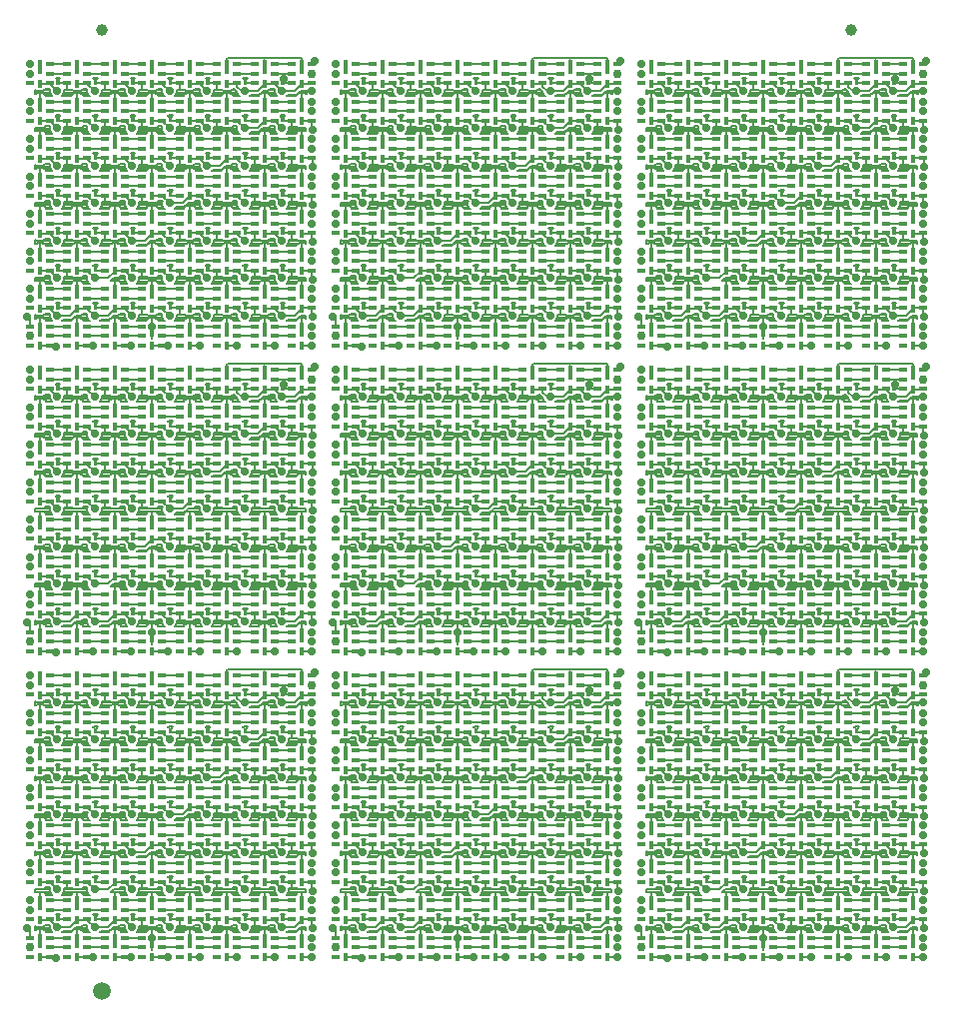
<source format=gtl>
G75*
%MOIN*%
%OFA0B0*%
%FSLAX25Y25*%
%IPPOS*%
%LPD*%
%AMOC8*
5,1,8,0,0,1.08239X$1,22.5*
%
%ADD10R,0.02756X0.01575*%
%ADD11R,0.01575X0.02756*%
%ADD12R,0.01575X0.04724*%
%ADD13C,0.03937*%
%ADD14C,0.05906*%
%ADD15C,0.00800*%
%ADD16C,0.02900*%
%ADD17C,0.00600*%
%ADD18C,0.02978*%
D10*
X0031654Y0031850D03*
X0031654Y0035000D03*
X0031654Y0038150D03*
X0038346Y0038150D03*
X0038346Y0035000D03*
X0038346Y0031850D03*
X0044154Y0031850D03*
X0044154Y0035000D03*
X0044154Y0038150D03*
X0050846Y0038150D03*
X0050846Y0035000D03*
X0050846Y0031850D03*
X0056654Y0031850D03*
X0056654Y0035000D03*
X0056654Y0038150D03*
X0056654Y0044350D03*
X0056654Y0047500D03*
X0056654Y0050650D03*
X0050846Y0050650D03*
X0050846Y0047500D03*
X0050846Y0044350D03*
X0044154Y0044350D03*
X0044154Y0047500D03*
X0044154Y0050650D03*
X0038346Y0050650D03*
X0038346Y0047500D03*
X0038346Y0044350D03*
X0031654Y0044350D03*
X0031654Y0047500D03*
X0031654Y0050650D03*
X0031654Y0056850D03*
X0031654Y0060000D03*
X0031654Y0063150D03*
X0038346Y0063150D03*
X0038346Y0060000D03*
X0038346Y0056850D03*
X0044154Y0056850D03*
X0044154Y0060000D03*
X0044154Y0063150D03*
X0050846Y0063150D03*
X0050846Y0060000D03*
X0050846Y0056850D03*
X0056654Y0056850D03*
X0056654Y0060000D03*
X0056654Y0063150D03*
X0056654Y0069350D03*
X0056654Y0072500D03*
X0056654Y0075650D03*
X0050846Y0075650D03*
X0050846Y0072500D03*
X0050846Y0069350D03*
X0044154Y0069350D03*
X0044154Y0072500D03*
X0044154Y0075650D03*
X0038346Y0075650D03*
X0038346Y0072500D03*
X0038346Y0069350D03*
X0031654Y0069350D03*
X0031654Y0072500D03*
X0031654Y0075650D03*
X0031654Y0081850D03*
X0031654Y0085000D03*
X0031654Y0088150D03*
X0038346Y0088150D03*
X0038346Y0085000D03*
X0038346Y0081850D03*
X0044154Y0081850D03*
X0044154Y0085000D03*
X0044154Y0088150D03*
X0050846Y0088150D03*
X0050846Y0085000D03*
X0050846Y0081850D03*
X0056654Y0081850D03*
X0056654Y0085000D03*
X0056654Y0088150D03*
X0056654Y0094350D03*
X0056654Y0097500D03*
X0056654Y0100650D03*
X0050846Y0100650D03*
X0050846Y0097500D03*
X0050846Y0094350D03*
X0044154Y0094350D03*
X0044154Y0097500D03*
X0044154Y0100650D03*
X0044154Y0106850D03*
X0044154Y0110000D03*
X0044154Y0113150D03*
X0044154Y0119350D03*
X0044154Y0122500D03*
X0044154Y0125650D03*
X0050846Y0125650D03*
X0050846Y0122500D03*
X0050846Y0119350D03*
X0056654Y0119350D03*
X0056654Y0122500D03*
X0056654Y0125650D03*
X0063346Y0125650D03*
X0063346Y0122500D03*
X0063346Y0119350D03*
X0069154Y0119350D03*
X0069154Y0122500D03*
X0069154Y0125650D03*
X0075846Y0125650D03*
X0075846Y0122500D03*
X0075846Y0119350D03*
X0081654Y0119350D03*
X0081654Y0122500D03*
X0081654Y0125650D03*
X0088346Y0125650D03*
X0088346Y0122500D03*
X0088346Y0119350D03*
X0094154Y0119350D03*
X0094154Y0122500D03*
X0094154Y0125650D03*
X0100846Y0125650D03*
X0100846Y0122500D03*
X0100846Y0119350D03*
X0106654Y0119350D03*
X0106654Y0122500D03*
X0106654Y0125650D03*
X0113346Y0125650D03*
X0113346Y0122500D03*
X0113346Y0119350D03*
X0119154Y0119350D03*
X0119154Y0122500D03*
X0119154Y0125650D03*
X0125846Y0125650D03*
X0125846Y0122500D03*
X0125846Y0119350D03*
X0125846Y0113150D03*
X0125846Y0110000D03*
X0125846Y0106850D03*
X0125846Y0100650D03*
X0125846Y0097500D03*
X0125846Y0094350D03*
X0119154Y0094350D03*
X0119154Y0097500D03*
X0119154Y0100650D03*
X0113346Y0100650D03*
X0113346Y0097500D03*
X0113346Y0094350D03*
X0113346Y0088150D03*
X0113346Y0085000D03*
X0113346Y0081850D03*
X0119154Y0081850D03*
X0119154Y0085000D03*
X0119154Y0088150D03*
X0125846Y0088150D03*
X0125846Y0085000D03*
X0125846Y0081850D03*
X0125846Y0075650D03*
X0125846Y0072500D03*
X0125846Y0069350D03*
X0119154Y0069350D03*
X0119154Y0072500D03*
X0119154Y0075650D03*
X0113346Y0075650D03*
X0113346Y0072500D03*
X0113346Y0069350D03*
X0113346Y0063150D03*
X0113346Y0060000D03*
X0113346Y0056850D03*
X0119154Y0056850D03*
X0119154Y0060000D03*
X0119154Y0063150D03*
X0125846Y0063150D03*
X0125846Y0060000D03*
X0125846Y0056850D03*
X0125846Y0050650D03*
X0125846Y0047500D03*
X0125846Y0044350D03*
X0119154Y0044350D03*
X0119154Y0047500D03*
X0119154Y0050650D03*
X0113346Y0050650D03*
X0113346Y0047500D03*
X0113346Y0044350D03*
X0113346Y0038150D03*
X0113346Y0035000D03*
X0113346Y0031850D03*
X0119154Y0031850D03*
X0119154Y0035000D03*
X0119154Y0038150D03*
X0125846Y0038150D03*
X0125846Y0035000D03*
X0125846Y0031850D03*
X0133654Y0031850D03*
X0133654Y0035000D03*
X0133654Y0038150D03*
X0133654Y0044350D03*
X0133654Y0047500D03*
X0133654Y0050650D03*
X0133654Y0056850D03*
X0133654Y0060000D03*
X0133654Y0063150D03*
X0133654Y0069350D03*
X0133654Y0072500D03*
X0133654Y0075650D03*
X0133654Y0081850D03*
X0133654Y0085000D03*
X0133654Y0088150D03*
X0133654Y0094350D03*
X0133654Y0097500D03*
X0133654Y0100650D03*
X0133654Y0106850D03*
X0133654Y0110000D03*
X0133654Y0113150D03*
X0133654Y0119350D03*
X0133654Y0122500D03*
X0133654Y0125650D03*
X0140346Y0125650D03*
X0140346Y0122500D03*
X0140346Y0119350D03*
X0146154Y0119350D03*
X0146154Y0122500D03*
X0146154Y0125650D03*
X0152846Y0125650D03*
X0152846Y0122500D03*
X0152846Y0119350D03*
X0158654Y0119350D03*
X0158654Y0122500D03*
X0158654Y0125650D03*
X0165346Y0125650D03*
X0165346Y0122500D03*
X0165346Y0119350D03*
X0165346Y0113150D03*
X0165346Y0110000D03*
X0165346Y0106850D03*
X0165346Y0100650D03*
X0165346Y0097500D03*
X0165346Y0094350D03*
X0158654Y0094350D03*
X0158654Y0097500D03*
X0158654Y0100650D03*
X0152846Y0100650D03*
X0152846Y0097500D03*
X0152846Y0094350D03*
X0152846Y0088150D03*
X0152846Y0085000D03*
X0152846Y0081850D03*
X0158654Y0081850D03*
X0158654Y0085000D03*
X0158654Y0088150D03*
X0165346Y0088150D03*
X0165346Y0085000D03*
X0165346Y0081850D03*
X0171154Y0081850D03*
X0171154Y0085000D03*
X0171154Y0088150D03*
X0177846Y0088150D03*
X0177846Y0085000D03*
X0177846Y0081850D03*
X0183654Y0081850D03*
X0183654Y0085000D03*
X0183654Y0088150D03*
X0190346Y0088150D03*
X0190346Y0085000D03*
X0190346Y0081850D03*
X0196154Y0081850D03*
X0196154Y0085000D03*
X0196154Y0088150D03*
X0202846Y0088150D03*
X0202846Y0085000D03*
X0202846Y0081850D03*
X0208654Y0081850D03*
X0208654Y0085000D03*
X0208654Y0088150D03*
X0208654Y0094350D03*
X0208654Y0097500D03*
X0208654Y0100650D03*
X0202846Y0100650D03*
X0202846Y0097500D03*
X0202846Y0094350D03*
X0196154Y0094350D03*
X0196154Y0097500D03*
X0196154Y0100650D03*
X0196154Y0106850D03*
X0196154Y0110000D03*
X0196154Y0113150D03*
X0196154Y0119350D03*
X0196154Y0122500D03*
X0196154Y0125650D03*
X0202846Y0125650D03*
X0202846Y0122500D03*
X0202846Y0119350D03*
X0208654Y0119350D03*
X0208654Y0122500D03*
X0208654Y0125650D03*
X0215346Y0125650D03*
X0215346Y0122500D03*
X0215346Y0119350D03*
X0221154Y0119350D03*
X0221154Y0122500D03*
X0221154Y0125650D03*
X0227846Y0125650D03*
X0227846Y0122500D03*
X0227846Y0119350D03*
X0227846Y0113150D03*
X0227846Y0110000D03*
X0227846Y0106850D03*
X0227846Y0100650D03*
X0227846Y0097500D03*
X0227846Y0094350D03*
X0227846Y0088150D03*
X0227846Y0085000D03*
X0227846Y0081850D03*
X0227846Y0075650D03*
X0227846Y0072500D03*
X0227846Y0069350D03*
X0227846Y0063150D03*
X0227846Y0060000D03*
X0227846Y0056850D03*
X0227846Y0050650D03*
X0227846Y0047500D03*
X0227846Y0044350D03*
X0227846Y0038150D03*
X0227846Y0035000D03*
X0227846Y0031850D03*
X0221154Y0031850D03*
X0221154Y0035000D03*
X0221154Y0038150D03*
X0215346Y0038150D03*
X0215346Y0035000D03*
X0215346Y0031850D03*
X0208654Y0031850D03*
X0208654Y0035000D03*
X0208654Y0038150D03*
X0202846Y0038150D03*
X0202846Y0035000D03*
X0202846Y0031850D03*
X0196154Y0031850D03*
X0196154Y0035000D03*
X0196154Y0038150D03*
X0190346Y0038150D03*
X0190346Y0035000D03*
X0190346Y0031850D03*
X0183654Y0031850D03*
X0183654Y0035000D03*
X0183654Y0038150D03*
X0177846Y0038150D03*
X0177846Y0035000D03*
X0177846Y0031850D03*
X0171154Y0031850D03*
X0171154Y0035000D03*
X0171154Y0038150D03*
X0165346Y0038150D03*
X0165346Y0035000D03*
X0165346Y0031850D03*
X0158654Y0031850D03*
X0158654Y0035000D03*
X0158654Y0038150D03*
X0152846Y0038150D03*
X0152846Y0035000D03*
X0152846Y0031850D03*
X0146154Y0031850D03*
X0146154Y0035000D03*
X0146154Y0038150D03*
X0140346Y0038150D03*
X0140346Y0035000D03*
X0140346Y0031850D03*
X0140346Y0044350D03*
X0140346Y0047500D03*
X0140346Y0050650D03*
X0146154Y0050650D03*
X0146154Y0047500D03*
X0146154Y0044350D03*
X0152846Y0044350D03*
X0152846Y0047500D03*
X0152846Y0050650D03*
X0158654Y0050650D03*
X0158654Y0047500D03*
X0158654Y0044350D03*
X0165346Y0044350D03*
X0165346Y0047500D03*
X0165346Y0050650D03*
X0171154Y0050650D03*
X0171154Y0047500D03*
X0171154Y0044350D03*
X0177846Y0044350D03*
X0177846Y0047500D03*
X0177846Y0050650D03*
X0183654Y0050650D03*
X0183654Y0047500D03*
X0183654Y0044350D03*
X0190346Y0044350D03*
X0190346Y0047500D03*
X0190346Y0050650D03*
X0196154Y0050650D03*
X0196154Y0047500D03*
X0196154Y0044350D03*
X0202846Y0044350D03*
X0202846Y0047500D03*
X0202846Y0050650D03*
X0208654Y0050650D03*
X0208654Y0047500D03*
X0208654Y0044350D03*
X0215346Y0044350D03*
X0215346Y0047500D03*
X0215346Y0050650D03*
X0221154Y0050650D03*
X0221154Y0047500D03*
X0221154Y0044350D03*
X0221154Y0056850D03*
X0221154Y0060000D03*
X0221154Y0063150D03*
X0215346Y0063150D03*
X0215346Y0060000D03*
X0215346Y0056850D03*
X0208654Y0056850D03*
X0208654Y0060000D03*
X0208654Y0063150D03*
X0202846Y0063150D03*
X0202846Y0060000D03*
X0202846Y0056850D03*
X0196154Y0056850D03*
X0196154Y0060000D03*
X0196154Y0063150D03*
X0190346Y0063150D03*
X0190346Y0060000D03*
X0190346Y0056850D03*
X0183654Y0056850D03*
X0183654Y0060000D03*
X0183654Y0063150D03*
X0177846Y0063150D03*
X0177846Y0060000D03*
X0177846Y0056850D03*
X0171154Y0056850D03*
X0171154Y0060000D03*
X0171154Y0063150D03*
X0165346Y0063150D03*
X0165346Y0060000D03*
X0165346Y0056850D03*
X0158654Y0056850D03*
X0158654Y0060000D03*
X0158654Y0063150D03*
X0152846Y0063150D03*
X0152846Y0060000D03*
X0152846Y0056850D03*
X0146154Y0056850D03*
X0146154Y0060000D03*
X0146154Y0063150D03*
X0140346Y0063150D03*
X0140346Y0060000D03*
X0140346Y0056850D03*
X0140346Y0069350D03*
X0140346Y0072500D03*
X0140346Y0075650D03*
X0146154Y0075650D03*
X0146154Y0072500D03*
X0146154Y0069350D03*
X0152846Y0069350D03*
X0152846Y0072500D03*
X0152846Y0075650D03*
X0158654Y0075650D03*
X0158654Y0072500D03*
X0158654Y0069350D03*
X0165346Y0069350D03*
X0165346Y0072500D03*
X0165346Y0075650D03*
X0171154Y0075650D03*
X0171154Y0072500D03*
X0171154Y0069350D03*
X0177846Y0069350D03*
X0177846Y0072500D03*
X0177846Y0075650D03*
X0183654Y0075650D03*
X0183654Y0072500D03*
X0183654Y0069350D03*
X0190346Y0069350D03*
X0190346Y0072500D03*
X0190346Y0075650D03*
X0196154Y0075650D03*
X0196154Y0072500D03*
X0196154Y0069350D03*
X0202846Y0069350D03*
X0202846Y0072500D03*
X0202846Y0075650D03*
X0208654Y0075650D03*
X0208654Y0072500D03*
X0208654Y0069350D03*
X0215346Y0069350D03*
X0215346Y0072500D03*
X0215346Y0075650D03*
X0221154Y0075650D03*
X0221154Y0072500D03*
X0221154Y0069350D03*
X0221154Y0081850D03*
X0221154Y0085000D03*
X0221154Y0088150D03*
X0215346Y0088150D03*
X0215346Y0085000D03*
X0215346Y0081850D03*
X0215346Y0094350D03*
X0215346Y0097500D03*
X0215346Y0100650D03*
X0221154Y0100650D03*
X0221154Y0097500D03*
X0221154Y0094350D03*
X0221154Y0106850D03*
X0221154Y0110000D03*
X0221154Y0113150D03*
X0215346Y0113150D03*
X0215346Y0110000D03*
X0215346Y0106850D03*
X0208654Y0106850D03*
X0208654Y0110000D03*
X0208654Y0113150D03*
X0202846Y0113150D03*
X0202846Y0110000D03*
X0202846Y0106850D03*
X0190346Y0106850D03*
X0190346Y0110000D03*
X0190346Y0113150D03*
X0190346Y0119350D03*
X0190346Y0122500D03*
X0190346Y0125650D03*
X0183654Y0125650D03*
X0183654Y0122500D03*
X0183654Y0119350D03*
X0183654Y0113150D03*
X0183654Y0110000D03*
X0183654Y0106850D03*
X0183654Y0100650D03*
X0183654Y0097500D03*
X0183654Y0094350D03*
X0190346Y0094350D03*
X0190346Y0097500D03*
X0190346Y0100650D03*
X0177846Y0100650D03*
X0177846Y0097500D03*
X0177846Y0094350D03*
X0171154Y0094350D03*
X0171154Y0097500D03*
X0171154Y0100650D03*
X0171154Y0106850D03*
X0171154Y0110000D03*
X0171154Y0113150D03*
X0171154Y0119350D03*
X0171154Y0122500D03*
X0171154Y0125650D03*
X0177846Y0125650D03*
X0177846Y0122500D03*
X0177846Y0119350D03*
X0177846Y0113150D03*
X0177846Y0110000D03*
X0177846Y0106850D03*
X0158654Y0106850D03*
X0158654Y0110000D03*
X0158654Y0113150D03*
X0152846Y0113150D03*
X0152846Y0110000D03*
X0152846Y0106850D03*
X0146154Y0106850D03*
X0146154Y0110000D03*
X0146154Y0113150D03*
X0140346Y0113150D03*
X0140346Y0110000D03*
X0140346Y0106850D03*
X0140346Y0100650D03*
X0140346Y0097500D03*
X0140346Y0094350D03*
X0146154Y0094350D03*
X0146154Y0097500D03*
X0146154Y0100650D03*
X0146154Y0088150D03*
X0146154Y0085000D03*
X0146154Y0081850D03*
X0140346Y0081850D03*
X0140346Y0085000D03*
X0140346Y0088150D03*
X0119154Y0106850D03*
X0119154Y0110000D03*
X0119154Y0113150D03*
X0113346Y0113150D03*
X0113346Y0110000D03*
X0113346Y0106850D03*
X0106654Y0106850D03*
X0106654Y0110000D03*
X0106654Y0113150D03*
X0100846Y0113150D03*
X0100846Y0110000D03*
X0100846Y0106850D03*
X0100846Y0100650D03*
X0100846Y0097500D03*
X0100846Y0094350D03*
X0106654Y0094350D03*
X0106654Y0097500D03*
X0106654Y0100650D03*
X0094154Y0100650D03*
X0094154Y0097500D03*
X0094154Y0094350D03*
X0088346Y0094350D03*
X0088346Y0097500D03*
X0088346Y0100650D03*
X0088346Y0106850D03*
X0088346Y0110000D03*
X0088346Y0113150D03*
X0094154Y0113150D03*
X0094154Y0110000D03*
X0094154Y0106850D03*
X0081654Y0106850D03*
X0081654Y0110000D03*
X0081654Y0113150D03*
X0075846Y0113150D03*
X0075846Y0110000D03*
X0075846Y0106850D03*
X0075846Y0100650D03*
X0075846Y0097500D03*
X0075846Y0094350D03*
X0081654Y0094350D03*
X0081654Y0097500D03*
X0081654Y0100650D03*
X0069154Y0100650D03*
X0069154Y0097500D03*
X0069154Y0094350D03*
X0063346Y0094350D03*
X0063346Y0097500D03*
X0063346Y0100650D03*
X0063346Y0106850D03*
X0063346Y0110000D03*
X0063346Y0113150D03*
X0069154Y0113150D03*
X0069154Y0110000D03*
X0069154Y0106850D03*
X0056654Y0106850D03*
X0056654Y0110000D03*
X0056654Y0113150D03*
X0050846Y0113150D03*
X0050846Y0110000D03*
X0050846Y0106850D03*
X0038346Y0106850D03*
X0038346Y0110000D03*
X0038346Y0113150D03*
X0038346Y0119350D03*
X0038346Y0122500D03*
X0038346Y0125650D03*
X0031654Y0125650D03*
X0031654Y0122500D03*
X0031654Y0119350D03*
X0031654Y0113150D03*
X0031654Y0110000D03*
X0031654Y0106850D03*
X0031654Y0100650D03*
X0031654Y0097500D03*
X0031654Y0094350D03*
X0038346Y0094350D03*
X0038346Y0097500D03*
X0038346Y0100650D03*
X0063346Y0088150D03*
X0063346Y0085000D03*
X0063346Y0081850D03*
X0069154Y0081850D03*
X0069154Y0085000D03*
X0069154Y0088150D03*
X0075846Y0088150D03*
X0075846Y0085000D03*
X0075846Y0081850D03*
X0081654Y0081850D03*
X0081654Y0085000D03*
X0081654Y0088150D03*
X0088346Y0088150D03*
X0088346Y0085000D03*
X0088346Y0081850D03*
X0094154Y0081850D03*
X0094154Y0085000D03*
X0094154Y0088150D03*
X0100846Y0088150D03*
X0100846Y0085000D03*
X0100846Y0081850D03*
X0106654Y0081850D03*
X0106654Y0085000D03*
X0106654Y0088150D03*
X0106654Y0075650D03*
X0106654Y0072500D03*
X0106654Y0069350D03*
X0100846Y0069350D03*
X0100846Y0072500D03*
X0100846Y0075650D03*
X0094154Y0075650D03*
X0094154Y0072500D03*
X0094154Y0069350D03*
X0088346Y0069350D03*
X0088346Y0072500D03*
X0088346Y0075650D03*
X0081654Y0075650D03*
X0081654Y0072500D03*
X0081654Y0069350D03*
X0075846Y0069350D03*
X0075846Y0072500D03*
X0075846Y0075650D03*
X0069154Y0075650D03*
X0069154Y0072500D03*
X0069154Y0069350D03*
X0063346Y0069350D03*
X0063346Y0072500D03*
X0063346Y0075650D03*
X0063346Y0063150D03*
X0063346Y0060000D03*
X0063346Y0056850D03*
X0069154Y0056850D03*
X0069154Y0060000D03*
X0069154Y0063150D03*
X0075846Y0063150D03*
X0075846Y0060000D03*
X0075846Y0056850D03*
X0081654Y0056850D03*
X0081654Y0060000D03*
X0081654Y0063150D03*
X0088346Y0063150D03*
X0088346Y0060000D03*
X0088346Y0056850D03*
X0094154Y0056850D03*
X0094154Y0060000D03*
X0094154Y0063150D03*
X0100846Y0063150D03*
X0100846Y0060000D03*
X0100846Y0056850D03*
X0106654Y0056850D03*
X0106654Y0060000D03*
X0106654Y0063150D03*
X0106654Y0050650D03*
X0106654Y0047500D03*
X0106654Y0044350D03*
X0100846Y0044350D03*
X0100846Y0047500D03*
X0100846Y0050650D03*
X0094154Y0050650D03*
X0094154Y0047500D03*
X0094154Y0044350D03*
X0088346Y0044350D03*
X0088346Y0047500D03*
X0088346Y0050650D03*
X0081654Y0050650D03*
X0081654Y0047500D03*
X0081654Y0044350D03*
X0075846Y0044350D03*
X0075846Y0047500D03*
X0075846Y0050650D03*
X0069154Y0050650D03*
X0069154Y0047500D03*
X0069154Y0044350D03*
X0063346Y0044350D03*
X0063346Y0047500D03*
X0063346Y0050650D03*
X0063346Y0038150D03*
X0063346Y0035000D03*
X0063346Y0031850D03*
X0069154Y0031850D03*
X0069154Y0035000D03*
X0069154Y0038150D03*
X0075846Y0038150D03*
X0075846Y0035000D03*
X0075846Y0031850D03*
X0081654Y0031850D03*
X0081654Y0035000D03*
X0081654Y0038150D03*
X0088346Y0038150D03*
X0088346Y0035000D03*
X0088346Y0031850D03*
X0094154Y0031850D03*
X0094154Y0035000D03*
X0094154Y0038150D03*
X0100846Y0038150D03*
X0100846Y0035000D03*
X0100846Y0031850D03*
X0106654Y0031850D03*
X0106654Y0035000D03*
X0106654Y0038150D03*
X0106654Y0133850D03*
X0106654Y0137000D03*
X0106654Y0140150D03*
X0100846Y0140150D03*
X0100846Y0137000D03*
X0100846Y0133850D03*
X0094154Y0133850D03*
X0094154Y0137000D03*
X0094154Y0140150D03*
X0088346Y0140150D03*
X0088346Y0137000D03*
X0088346Y0133850D03*
X0081654Y0133850D03*
X0081654Y0137000D03*
X0081654Y0140150D03*
X0075846Y0140150D03*
X0075846Y0137000D03*
X0075846Y0133850D03*
X0069154Y0133850D03*
X0069154Y0137000D03*
X0069154Y0140150D03*
X0063346Y0140150D03*
X0063346Y0137000D03*
X0063346Y0133850D03*
X0056654Y0133850D03*
X0056654Y0137000D03*
X0056654Y0140150D03*
X0050846Y0140150D03*
X0050846Y0137000D03*
X0050846Y0133850D03*
X0044154Y0133850D03*
X0044154Y0137000D03*
X0044154Y0140150D03*
X0038346Y0140150D03*
X0038346Y0137000D03*
X0038346Y0133850D03*
X0031654Y0133850D03*
X0031654Y0137000D03*
X0031654Y0140150D03*
X0031654Y0146350D03*
X0031654Y0149500D03*
X0031654Y0152650D03*
X0031654Y0158850D03*
X0031654Y0162000D03*
X0031654Y0165150D03*
X0031654Y0171350D03*
X0031654Y0174500D03*
X0031654Y0177650D03*
X0031654Y0183850D03*
X0031654Y0187000D03*
X0031654Y0190150D03*
X0031654Y0196350D03*
X0031654Y0199500D03*
X0031654Y0202650D03*
X0038346Y0202650D03*
X0038346Y0199500D03*
X0038346Y0196350D03*
X0038346Y0190150D03*
X0038346Y0187000D03*
X0038346Y0183850D03*
X0038346Y0177650D03*
X0038346Y0174500D03*
X0038346Y0171350D03*
X0038346Y0165150D03*
X0038346Y0162000D03*
X0038346Y0158850D03*
X0038346Y0152650D03*
X0038346Y0149500D03*
X0038346Y0146350D03*
X0044154Y0146350D03*
X0044154Y0149500D03*
X0044154Y0152650D03*
X0044154Y0158850D03*
X0044154Y0162000D03*
X0044154Y0165150D03*
X0044154Y0171350D03*
X0044154Y0174500D03*
X0044154Y0177650D03*
X0044154Y0183850D03*
X0044154Y0187000D03*
X0044154Y0190150D03*
X0044154Y0196350D03*
X0044154Y0199500D03*
X0044154Y0202650D03*
X0050846Y0202650D03*
X0050846Y0199500D03*
X0050846Y0196350D03*
X0056654Y0196350D03*
X0056654Y0199500D03*
X0056654Y0202650D03*
X0056654Y0208850D03*
X0056654Y0212000D03*
X0056654Y0215150D03*
X0050846Y0215150D03*
X0050846Y0212000D03*
X0050846Y0208850D03*
X0044154Y0208850D03*
X0044154Y0212000D03*
X0044154Y0215150D03*
X0038346Y0215150D03*
X0038346Y0212000D03*
X0038346Y0208850D03*
X0031654Y0208850D03*
X0031654Y0212000D03*
X0031654Y0215150D03*
X0031654Y0221350D03*
X0031654Y0224500D03*
X0031654Y0227650D03*
X0038346Y0227650D03*
X0038346Y0224500D03*
X0038346Y0221350D03*
X0044154Y0221350D03*
X0044154Y0224500D03*
X0044154Y0227650D03*
X0050846Y0227650D03*
X0050846Y0224500D03*
X0050846Y0221350D03*
X0056654Y0221350D03*
X0056654Y0224500D03*
X0056654Y0227650D03*
X0063346Y0227650D03*
X0063346Y0224500D03*
X0063346Y0221350D03*
X0069154Y0221350D03*
X0069154Y0224500D03*
X0069154Y0227650D03*
X0075846Y0227650D03*
X0075846Y0224500D03*
X0075846Y0221350D03*
X0081654Y0221350D03*
X0081654Y0224500D03*
X0081654Y0227650D03*
X0088346Y0227650D03*
X0088346Y0224500D03*
X0088346Y0221350D03*
X0094154Y0221350D03*
X0094154Y0224500D03*
X0094154Y0227650D03*
X0100846Y0227650D03*
X0100846Y0224500D03*
X0100846Y0221350D03*
X0106654Y0221350D03*
X0106654Y0224500D03*
X0106654Y0227650D03*
X0113346Y0227650D03*
X0113346Y0224500D03*
X0113346Y0221350D03*
X0119154Y0221350D03*
X0119154Y0224500D03*
X0119154Y0227650D03*
X0125846Y0227650D03*
X0125846Y0224500D03*
X0125846Y0221350D03*
X0125846Y0215150D03*
X0125846Y0212000D03*
X0125846Y0208850D03*
X0119154Y0208850D03*
X0119154Y0212000D03*
X0119154Y0215150D03*
X0113346Y0215150D03*
X0113346Y0212000D03*
X0113346Y0208850D03*
X0113346Y0202650D03*
X0113346Y0199500D03*
X0113346Y0196350D03*
X0119154Y0196350D03*
X0119154Y0199500D03*
X0119154Y0202650D03*
X0125846Y0202650D03*
X0125846Y0199500D03*
X0125846Y0196350D03*
X0125846Y0190150D03*
X0125846Y0187000D03*
X0125846Y0183850D03*
X0125846Y0177650D03*
X0125846Y0174500D03*
X0125846Y0171350D03*
X0125846Y0165150D03*
X0125846Y0162000D03*
X0125846Y0158850D03*
X0125846Y0152650D03*
X0125846Y0149500D03*
X0125846Y0146350D03*
X0119154Y0146350D03*
X0119154Y0149500D03*
X0119154Y0152650D03*
X0113346Y0152650D03*
X0113346Y0149500D03*
X0113346Y0146350D03*
X0113346Y0140150D03*
X0113346Y0137000D03*
X0113346Y0133850D03*
X0119154Y0133850D03*
X0119154Y0137000D03*
X0119154Y0140150D03*
X0125846Y0140150D03*
X0125846Y0137000D03*
X0125846Y0133850D03*
X0133654Y0133850D03*
X0133654Y0137000D03*
X0133654Y0140150D03*
X0133654Y0146350D03*
X0133654Y0149500D03*
X0133654Y0152650D03*
X0133654Y0158850D03*
X0133654Y0162000D03*
X0133654Y0165150D03*
X0133654Y0171350D03*
X0133654Y0174500D03*
X0133654Y0177650D03*
X0133654Y0183850D03*
X0133654Y0187000D03*
X0133654Y0190150D03*
X0133654Y0196350D03*
X0133654Y0199500D03*
X0133654Y0202650D03*
X0133654Y0208850D03*
X0133654Y0212000D03*
X0133654Y0215150D03*
X0133654Y0221350D03*
X0133654Y0224500D03*
X0133654Y0227650D03*
X0140346Y0227650D03*
X0140346Y0224500D03*
X0140346Y0221350D03*
X0146154Y0221350D03*
X0146154Y0224500D03*
X0146154Y0227650D03*
X0152846Y0227650D03*
X0152846Y0224500D03*
X0152846Y0221350D03*
X0158654Y0221350D03*
X0158654Y0224500D03*
X0158654Y0227650D03*
X0165346Y0227650D03*
X0165346Y0224500D03*
X0165346Y0221350D03*
X0171154Y0221350D03*
X0171154Y0224500D03*
X0171154Y0227650D03*
X0177846Y0227650D03*
X0177846Y0224500D03*
X0177846Y0221350D03*
X0183654Y0221350D03*
X0183654Y0224500D03*
X0183654Y0227650D03*
X0190346Y0227650D03*
X0190346Y0224500D03*
X0190346Y0221350D03*
X0196154Y0221350D03*
X0196154Y0224500D03*
X0196154Y0227650D03*
X0202846Y0227650D03*
X0202846Y0224500D03*
X0202846Y0221350D03*
X0208654Y0221350D03*
X0208654Y0224500D03*
X0208654Y0227650D03*
X0215346Y0227650D03*
X0215346Y0224500D03*
X0215346Y0221350D03*
X0221154Y0221350D03*
X0221154Y0224500D03*
X0221154Y0227650D03*
X0227846Y0227650D03*
X0227846Y0224500D03*
X0227846Y0221350D03*
X0227846Y0215150D03*
X0227846Y0212000D03*
X0227846Y0208850D03*
X0227846Y0202650D03*
X0227846Y0199500D03*
X0227846Y0196350D03*
X0227846Y0190150D03*
X0227846Y0187000D03*
X0227846Y0183850D03*
X0227846Y0177650D03*
X0227846Y0174500D03*
X0227846Y0171350D03*
X0227846Y0165150D03*
X0227846Y0162000D03*
X0227846Y0158850D03*
X0227846Y0152650D03*
X0227846Y0149500D03*
X0227846Y0146350D03*
X0227846Y0140150D03*
X0227846Y0137000D03*
X0227846Y0133850D03*
X0221154Y0133850D03*
X0221154Y0137000D03*
X0221154Y0140150D03*
X0215346Y0140150D03*
X0215346Y0137000D03*
X0215346Y0133850D03*
X0208654Y0133850D03*
X0208654Y0137000D03*
X0208654Y0140150D03*
X0202846Y0140150D03*
X0202846Y0137000D03*
X0202846Y0133850D03*
X0196154Y0133850D03*
X0196154Y0137000D03*
X0196154Y0140150D03*
X0190346Y0140150D03*
X0190346Y0137000D03*
X0190346Y0133850D03*
X0183654Y0133850D03*
X0183654Y0137000D03*
X0183654Y0140150D03*
X0177846Y0140150D03*
X0177846Y0137000D03*
X0177846Y0133850D03*
X0171154Y0133850D03*
X0171154Y0137000D03*
X0171154Y0140150D03*
X0165346Y0140150D03*
X0165346Y0137000D03*
X0165346Y0133850D03*
X0158654Y0133850D03*
X0158654Y0137000D03*
X0158654Y0140150D03*
X0152846Y0140150D03*
X0152846Y0137000D03*
X0152846Y0133850D03*
X0146154Y0133850D03*
X0146154Y0137000D03*
X0146154Y0140150D03*
X0140346Y0140150D03*
X0140346Y0137000D03*
X0140346Y0133850D03*
X0140346Y0146350D03*
X0140346Y0149500D03*
X0140346Y0152650D03*
X0146154Y0152650D03*
X0146154Y0149500D03*
X0146154Y0146350D03*
X0152846Y0146350D03*
X0152846Y0149500D03*
X0152846Y0152650D03*
X0158654Y0152650D03*
X0158654Y0149500D03*
X0158654Y0146350D03*
X0165346Y0146350D03*
X0165346Y0149500D03*
X0165346Y0152650D03*
X0165346Y0158850D03*
X0165346Y0162000D03*
X0165346Y0165150D03*
X0165346Y0171350D03*
X0165346Y0174500D03*
X0165346Y0177650D03*
X0165346Y0183850D03*
X0165346Y0187000D03*
X0165346Y0190150D03*
X0165346Y0196350D03*
X0165346Y0199500D03*
X0165346Y0202650D03*
X0158654Y0202650D03*
X0158654Y0199500D03*
X0158654Y0196350D03*
X0152846Y0196350D03*
X0152846Y0199500D03*
X0152846Y0202650D03*
X0152846Y0208850D03*
X0152846Y0212000D03*
X0152846Y0215150D03*
X0158654Y0215150D03*
X0158654Y0212000D03*
X0158654Y0208850D03*
X0165346Y0208850D03*
X0165346Y0212000D03*
X0165346Y0215150D03*
X0171154Y0215150D03*
X0171154Y0212000D03*
X0171154Y0208850D03*
X0177846Y0208850D03*
X0177846Y0212000D03*
X0177846Y0215150D03*
X0183654Y0215150D03*
X0183654Y0212000D03*
X0183654Y0208850D03*
X0190346Y0208850D03*
X0190346Y0212000D03*
X0190346Y0215150D03*
X0196154Y0215150D03*
X0196154Y0212000D03*
X0196154Y0208850D03*
X0202846Y0208850D03*
X0202846Y0212000D03*
X0202846Y0215150D03*
X0208654Y0215150D03*
X0208654Y0212000D03*
X0208654Y0208850D03*
X0208654Y0202650D03*
X0208654Y0199500D03*
X0208654Y0196350D03*
X0202846Y0196350D03*
X0202846Y0199500D03*
X0202846Y0202650D03*
X0196154Y0202650D03*
X0196154Y0199500D03*
X0196154Y0196350D03*
X0196154Y0190150D03*
X0196154Y0187000D03*
X0196154Y0183850D03*
X0196154Y0177650D03*
X0196154Y0174500D03*
X0196154Y0171350D03*
X0196154Y0165150D03*
X0196154Y0162000D03*
X0196154Y0158850D03*
X0196154Y0152650D03*
X0196154Y0149500D03*
X0196154Y0146350D03*
X0202846Y0146350D03*
X0202846Y0149500D03*
X0202846Y0152650D03*
X0208654Y0152650D03*
X0208654Y0149500D03*
X0208654Y0146350D03*
X0215346Y0146350D03*
X0215346Y0149500D03*
X0215346Y0152650D03*
X0221154Y0152650D03*
X0221154Y0149500D03*
X0221154Y0146350D03*
X0221154Y0158850D03*
X0221154Y0162000D03*
X0221154Y0165150D03*
X0215346Y0165150D03*
X0215346Y0162000D03*
X0215346Y0158850D03*
X0208654Y0158850D03*
X0208654Y0162000D03*
X0208654Y0165150D03*
X0202846Y0165150D03*
X0202846Y0162000D03*
X0202846Y0158850D03*
X0190346Y0158850D03*
X0190346Y0162000D03*
X0190346Y0165150D03*
X0190346Y0171350D03*
X0190346Y0174500D03*
X0190346Y0177650D03*
X0190346Y0183850D03*
X0190346Y0187000D03*
X0190346Y0190150D03*
X0190346Y0196350D03*
X0190346Y0199500D03*
X0190346Y0202650D03*
X0183654Y0202650D03*
X0183654Y0199500D03*
X0183654Y0196350D03*
X0183654Y0190150D03*
X0183654Y0187000D03*
X0183654Y0183850D03*
X0183654Y0177650D03*
X0183654Y0174500D03*
X0183654Y0171350D03*
X0183654Y0165150D03*
X0183654Y0162000D03*
X0183654Y0158850D03*
X0183654Y0152650D03*
X0183654Y0149500D03*
X0183654Y0146350D03*
X0190346Y0146350D03*
X0190346Y0149500D03*
X0190346Y0152650D03*
X0177846Y0152650D03*
X0177846Y0149500D03*
X0177846Y0146350D03*
X0171154Y0146350D03*
X0171154Y0149500D03*
X0171154Y0152650D03*
X0171154Y0158850D03*
X0171154Y0162000D03*
X0171154Y0165150D03*
X0171154Y0171350D03*
X0171154Y0174500D03*
X0171154Y0177650D03*
X0171154Y0183850D03*
X0171154Y0187000D03*
X0171154Y0190150D03*
X0171154Y0196350D03*
X0171154Y0199500D03*
X0171154Y0202650D03*
X0177846Y0202650D03*
X0177846Y0199500D03*
X0177846Y0196350D03*
X0177846Y0190150D03*
X0177846Y0187000D03*
X0177846Y0183850D03*
X0177846Y0177650D03*
X0177846Y0174500D03*
X0177846Y0171350D03*
X0177846Y0165150D03*
X0177846Y0162000D03*
X0177846Y0158850D03*
X0158654Y0158850D03*
X0158654Y0162000D03*
X0158654Y0165150D03*
X0152846Y0165150D03*
X0152846Y0162000D03*
X0152846Y0158850D03*
X0146154Y0158850D03*
X0146154Y0162000D03*
X0146154Y0165150D03*
X0140346Y0165150D03*
X0140346Y0162000D03*
X0140346Y0158850D03*
X0140346Y0171350D03*
X0140346Y0174500D03*
X0140346Y0177650D03*
X0146154Y0177650D03*
X0146154Y0174500D03*
X0146154Y0171350D03*
X0152846Y0171350D03*
X0152846Y0174500D03*
X0152846Y0177650D03*
X0158654Y0177650D03*
X0158654Y0174500D03*
X0158654Y0171350D03*
X0158654Y0183850D03*
X0158654Y0187000D03*
X0158654Y0190150D03*
X0152846Y0190150D03*
X0152846Y0187000D03*
X0152846Y0183850D03*
X0146154Y0183850D03*
X0146154Y0187000D03*
X0146154Y0190150D03*
X0140346Y0190150D03*
X0140346Y0187000D03*
X0140346Y0183850D03*
X0140346Y0196350D03*
X0140346Y0199500D03*
X0140346Y0202650D03*
X0146154Y0202650D03*
X0146154Y0199500D03*
X0146154Y0196350D03*
X0146154Y0208850D03*
X0146154Y0212000D03*
X0146154Y0215150D03*
X0140346Y0215150D03*
X0140346Y0212000D03*
X0140346Y0208850D03*
X0119154Y0190150D03*
X0119154Y0187000D03*
X0119154Y0183850D03*
X0113346Y0183850D03*
X0113346Y0187000D03*
X0113346Y0190150D03*
X0106654Y0190150D03*
X0106654Y0187000D03*
X0106654Y0183850D03*
X0100846Y0183850D03*
X0100846Y0187000D03*
X0100846Y0190150D03*
X0100846Y0196350D03*
X0100846Y0199500D03*
X0100846Y0202650D03*
X0106654Y0202650D03*
X0106654Y0199500D03*
X0106654Y0196350D03*
X0094154Y0196350D03*
X0094154Y0199500D03*
X0094154Y0202650D03*
X0088346Y0202650D03*
X0088346Y0199500D03*
X0088346Y0196350D03*
X0088346Y0190150D03*
X0088346Y0187000D03*
X0088346Y0183850D03*
X0094154Y0183850D03*
X0094154Y0187000D03*
X0094154Y0190150D03*
X0094154Y0177650D03*
X0094154Y0174500D03*
X0094154Y0171350D03*
X0088346Y0171350D03*
X0088346Y0174500D03*
X0088346Y0177650D03*
X0081654Y0177650D03*
X0081654Y0174500D03*
X0081654Y0171350D03*
X0075846Y0171350D03*
X0075846Y0174500D03*
X0075846Y0177650D03*
X0075846Y0183850D03*
X0075846Y0187000D03*
X0075846Y0190150D03*
X0081654Y0190150D03*
X0081654Y0187000D03*
X0081654Y0183850D03*
X0081654Y0196350D03*
X0081654Y0199500D03*
X0081654Y0202650D03*
X0075846Y0202650D03*
X0075846Y0199500D03*
X0075846Y0196350D03*
X0069154Y0196350D03*
X0069154Y0199500D03*
X0069154Y0202650D03*
X0063346Y0202650D03*
X0063346Y0199500D03*
X0063346Y0196350D03*
X0063346Y0190150D03*
X0063346Y0187000D03*
X0063346Y0183850D03*
X0069154Y0183850D03*
X0069154Y0187000D03*
X0069154Y0190150D03*
X0069154Y0177650D03*
X0069154Y0174500D03*
X0069154Y0171350D03*
X0063346Y0171350D03*
X0063346Y0174500D03*
X0063346Y0177650D03*
X0056654Y0177650D03*
X0056654Y0174500D03*
X0056654Y0171350D03*
X0050846Y0171350D03*
X0050846Y0174500D03*
X0050846Y0177650D03*
X0050846Y0183850D03*
X0050846Y0187000D03*
X0050846Y0190150D03*
X0056654Y0190150D03*
X0056654Y0187000D03*
X0056654Y0183850D03*
X0056654Y0165150D03*
X0056654Y0162000D03*
X0056654Y0158850D03*
X0050846Y0158850D03*
X0050846Y0162000D03*
X0050846Y0165150D03*
X0050846Y0152650D03*
X0050846Y0149500D03*
X0050846Y0146350D03*
X0056654Y0146350D03*
X0056654Y0149500D03*
X0056654Y0152650D03*
X0063346Y0152650D03*
X0063346Y0149500D03*
X0063346Y0146350D03*
X0069154Y0146350D03*
X0069154Y0149500D03*
X0069154Y0152650D03*
X0069154Y0158850D03*
X0069154Y0162000D03*
X0069154Y0165150D03*
X0063346Y0165150D03*
X0063346Y0162000D03*
X0063346Y0158850D03*
X0075846Y0158850D03*
X0075846Y0162000D03*
X0075846Y0165150D03*
X0081654Y0165150D03*
X0081654Y0162000D03*
X0081654Y0158850D03*
X0081654Y0152650D03*
X0081654Y0149500D03*
X0081654Y0146350D03*
X0075846Y0146350D03*
X0075846Y0149500D03*
X0075846Y0152650D03*
X0088346Y0152650D03*
X0088346Y0149500D03*
X0088346Y0146350D03*
X0094154Y0146350D03*
X0094154Y0149500D03*
X0094154Y0152650D03*
X0094154Y0158850D03*
X0094154Y0162000D03*
X0094154Y0165150D03*
X0088346Y0165150D03*
X0088346Y0162000D03*
X0088346Y0158850D03*
X0100846Y0158850D03*
X0100846Y0162000D03*
X0100846Y0165150D03*
X0106654Y0165150D03*
X0106654Y0162000D03*
X0106654Y0158850D03*
X0106654Y0152650D03*
X0106654Y0149500D03*
X0106654Y0146350D03*
X0100846Y0146350D03*
X0100846Y0149500D03*
X0100846Y0152650D03*
X0113346Y0158850D03*
X0113346Y0162000D03*
X0113346Y0165150D03*
X0119154Y0165150D03*
X0119154Y0162000D03*
X0119154Y0158850D03*
X0119154Y0171350D03*
X0119154Y0174500D03*
X0119154Y0177650D03*
X0113346Y0177650D03*
X0113346Y0174500D03*
X0113346Y0171350D03*
X0106654Y0171350D03*
X0106654Y0174500D03*
X0106654Y0177650D03*
X0100846Y0177650D03*
X0100846Y0174500D03*
X0100846Y0171350D03*
X0100846Y0208850D03*
X0100846Y0212000D03*
X0100846Y0215150D03*
X0106654Y0215150D03*
X0106654Y0212000D03*
X0106654Y0208850D03*
X0094154Y0208850D03*
X0094154Y0212000D03*
X0094154Y0215150D03*
X0088346Y0215150D03*
X0088346Y0212000D03*
X0088346Y0208850D03*
X0081654Y0208850D03*
X0081654Y0212000D03*
X0081654Y0215150D03*
X0075846Y0215150D03*
X0075846Y0212000D03*
X0075846Y0208850D03*
X0069154Y0208850D03*
X0069154Y0212000D03*
X0069154Y0215150D03*
X0063346Y0215150D03*
X0063346Y0212000D03*
X0063346Y0208850D03*
X0063346Y0235850D03*
X0063346Y0239000D03*
X0063346Y0242150D03*
X0069154Y0242150D03*
X0069154Y0239000D03*
X0069154Y0235850D03*
X0075846Y0235850D03*
X0075846Y0239000D03*
X0075846Y0242150D03*
X0081654Y0242150D03*
X0081654Y0239000D03*
X0081654Y0235850D03*
X0088346Y0235850D03*
X0088346Y0239000D03*
X0088346Y0242150D03*
X0094154Y0242150D03*
X0094154Y0239000D03*
X0094154Y0235850D03*
X0100846Y0235850D03*
X0100846Y0239000D03*
X0100846Y0242150D03*
X0106654Y0242150D03*
X0106654Y0239000D03*
X0106654Y0235850D03*
X0113346Y0235850D03*
X0113346Y0239000D03*
X0113346Y0242150D03*
X0119154Y0242150D03*
X0119154Y0239000D03*
X0119154Y0235850D03*
X0125846Y0235850D03*
X0125846Y0239000D03*
X0125846Y0242150D03*
X0125846Y0248350D03*
X0125846Y0251500D03*
X0125846Y0254650D03*
X0125846Y0260850D03*
X0125846Y0264000D03*
X0125846Y0267150D03*
X0119154Y0267150D03*
X0119154Y0264000D03*
X0119154Y0260850D03*
X0113346Y0260850D03*
X0113346Y0264000D03*
X0113346Y0267150D03*
X0113346Y0273350D03*
X0113346Y0276500D03*
X0113346Y0279650D03*
X0119154Y0279650D03*
X0119154Y0276500D03*
X0119154Y0273350D03*
X0125846Y0273350D03*
X0125846Y0276500D03*
X0125846Y0279650D03*
X0125846Y0285850D03*
X0125846Y0289000D03*
X0125846Y0292150D03*
X0119154Y0292150D03*
X0119154Y0289000D03*
X0119154Y0285850D03*
X0113346Y0285850D03*
X0113346Y0289000D03*
X0113346Y0292150D03*
X0113346Y0298350D03*
X0113346Y0301500D03*
X0113346Y0304650D03*
X0119154Y0304650D03*
X0119154Y0301500D03*
X0119154Y0298350D03*
X0125846Y0298350D03*
X0125846Y0301500D03*
X0125846Y0304650D03*
X0125846Y0310850D03*
X0125846Y0314000D03*
X0125846Y0317150D03*
X0125846Y0323350D03*
X0125846Y0326500D03*
X0125846Y0329650D03*
X0119154Y0329650D03*
X0119154Y0326500D03*
X0119154Y0323350D03*
X0113346Y0323350D03*
X0113346Y0326500D03*
X0113346Y0329650D03*
X0106654Y0329650D03*
X0106654Y0326500D03*
X0106654Y0323350D03*
X0100846Y0323350D03*
X0100846Y0326500D03*
X0100846Y0329650D03*
X0094154Y0329650D03*
X0094154Y0326500D03*
X0094154Y0323350D03*
X0088346Y0323350D03*
X0088346Y0326500D03*
X0088346Y0329650D03*
X0081654Y0329650D03*
X0081654Y0326500D03*
X0081654Y0323350D03*
X0075846Y0323350D03*
X0075846Y0326500D03*
X0075846Y0329650D03*
X0069154Y0329650D03*
X0069154Y0326500D03*
X0069154Y0323350D03*
X0063346Y0323350D03*
X0063346Y0326500D03*
X0063346Y0329650D03*
X0056654Y0329650D03*
X0056654Y0326500D03*
X0056654Y0323350D03*
X0050846Y0323350D03*
X0050846Y0326500D03*
X0050846Y0329650D03*
X0044154Y0329650D03*
X0044154Y0326500D03*
X0044154Y0323350D03*
X0044154Y0317150D03*
X0044154Y0314000D03*
X0044154Y0310850D03*
X0050846Y0310850D03*
X0050846Y0314000D03*
X0050846Y0317150D03*
X0056654Y0317150D03*
X0056654Y0314000D03*
X0056654Y0310850D03*
X0056654Y0304650D03*
X0056654Y0301500D03*
X0056654Y0298350D03*
X0050846Y0298350D03*
X0050846Y0301500D03*
X0050846Y0304650D03*
X0044154Y0304650D03*
X0044154Y0301500D03*
X0044154Y0298350D03*
X0038346Y0298350D03*
X0038346Y0301500D03*
X0038346Y0304650D03*
X0031654Y0304650D03*
X0031654Y0301500D03*
X0031654Y0298350D03*
X0031654Y0292150D03*
X0031654Y0289000D03*
X0031654Y0285850D03*
X0038346Y0285850D03*
X0038346Y0289000D03*
X0038346Y0292150D03*
X0044154Y0292150D03*
X0044154Y0289000D03*
X0044154Y0285850D03*
X0050846Y0285850D03*
X0050846Y0289000D03*
X0050846Y0292150D03*
X0056654Y0292150D03*
X0056654Y0289000D03*
X0056654Y0285850D03*
X0056654Y0279650D03*
X0056654Y0276500D03*
X0056654Y0273350D03*
X0050846Y0273350D03*
X0050846Y0276500D03*
X0050846Y0279650D03*
X0044154Y0279650D03*
X0044154Y0276500D03*
X0044154Y0273350D03*
X0038346Y0273350D03*
X0038346Y0276500D03*
X0038346Y0279650D03*
X0031654Y0279650D03*
X0031654Y0276500D03*
X0031654Y0273350D03*
X0031654Y0267150D03*
X0031654Y0264000D03*
X0031654Y0260850D03*
X0031654Y0254650D03*
X0031654Y0251500D03*
X0031654Y0248350D03*
X0031654Y0242150D03*
X0031654Y0239000D03*
X0031654Y0235850D03*
X0038346Y0235850D03*
X0038346Y0239000D03*
X0038346Y0242150D03*
X0038346Y0248350D03*
X0038346Y0251500D03*
X0038346Y0254650D03*
X0038346Y0260850D03*
X0038346Y0264000D03*
X0038346Y0267150D03*
X0044154Y0267150D03*
X0044154Y0264000D03*
X0044154Y0260850D03*
X0044154Y0254650D03*
X0044154Y0251500D03*
X0044154Y0248350D03*
X0044154Y0242150D03*
X0044154Y0239000D03*
X0044154Y0235850D03*
X0050846Y0235850D03*
X0050846Y0239000D03*
X0050846Y0242150D03*
X0056654Y0242150D03*
X0056654Y0239000D03*
X0056654Y0235850D03*
X0056654Y0248350D03*
X0056654Y0251500D03*
X0056654Y0254650D03*
X0050846Y0254650D03*
X0050846Y0251500D03*
X0050846Y0248350D03*
X0050846Y0260850D03*
X0050846Y0264000D03*
X0050846Y0267150D03*
X0056654Y0267150D03*
X0056654Y0264000D03*
X0056654Y0260850D03*
X0063346Y0260850D03*
X0063346Y0264000D03*
X0063346Y0267150D03*
X0069154Y0267150D03*
X0069154Y0264000D03*
X0069154Y0260850D03*
X0069154Y0254650D03*
X0069154Y0251500D03*
X0069154Y0248350D03*
X0063346Y0248350D03*
X0063346Y0251500D03*
X0063346Y0254650D03*
X0075846Y0254650D03*
X0075846Y0251500D03*
X0075846Y0248350D03*
X0081654Y0248350D03*
X0081654Y0251500D03*
X0081654Y0254650D03*
X0081654Y0260850D03*
X0081654Y0264000D03*
X0081654Y0267150D03*
X0075846Y0267150D03*
X0075846Y0264000D03*
X0075846Y0260850D03*
X0088346Y0260850D03*
X0088346Y0264000D03*
X0088346Y0267150D03*
X0094154Y0267150D03*
X0094154Y0264000D03*
X0094154Y0260850D03*
X0094154Y0254650D03*
X0094154Y0251500D03*
X0094154Y0248350D03*
X0088346Y0248350D03*
X0088346Y0251500D03*
X0088346Y0254650D03*
X0100846Y0254650D03*
X0100846Y0251500D03*
X0100846Y0248350D03*
X0106654Y0248350D03*
X0106654Y0251500D03*
X0106654Y0254650D03*
X0106654Y0260850D03*
X0106654Y0264000D03*
X0106654Y0267150D03*
X0100846Y0267150D03*
X0100846Y0264000D03*
X0100846Y0260850D03*
X0113346Y0254650D03*
X0113346Y0251500D03*
X0113346Y0248350D03*
X0119154Y0248350D03*
X0119154Y0251500D03*
X0119154Y0254650D03*
X0133654Y0254650D03*
X0133654Y0251500D03*
X0133654Y0248350D03*
X0133654Y0242150D03*
X0133654Y0239000D03*
X0133654Y0235850D03*
X0140346Y0235850D03*
X0140346Y0239000D03*
X0140346Y0242150D03*
X0146154Y0242150D03*
X0146154Y0239000D03*
X0146154Y0235850D03*
X0152846Y0235850D03*
X0152846Y0239000D03*
X0152846Y0242150D03*
X0158654Y0242150D03*
X0158654Y0239000D03*
X0158654Y0235850D03*
X0165346Y0235850D03*
X0165346Y0239000D03*
X0165346Y0242150D03*
X0165346Y0248350D03*
X0165346Y0251500D03*
X0165346Y0254650D03*
X0165346Y0260850D03*
X0165346Y0264000D03*
X0165346Y0267150D03*
X0158654Y0267150D03*
X0158654Y0264000D03*
X0158654Y0260850D03*
X0152846Y0260850D03*
X0152846Y0264000D03*
X0152846Y0267150D03*
X0152846Y0273350D03*
X0152846Y0276500D03*
X0152846Y0279650D03*
X0158654Y0279650D03*
X0158654Y0276500D03*
X0158654Y0273350D03*
X0165346Y0273350D03*
X0165346Y0276500D03*
X0165346Y0279650D03*
X0171154Y0279650D03*
X0171154Y0276500D03*
X0171154Y0273350D03*
X0177846Y0273350D03*
X0177846Y0276500D03*
X0177846Y0279650D03*
X0183654Y0279650D03*
X0183654Y0276500D03*
X0183654Y0273350D03*
X0190346Y0273350D03*
X0190346Y0276500D03*
X0190346Y0279650D03*
X0196154Y0279650D03*
X0196154Y0276500D03*
X0196154Y0273350D03*
X0202846Y0273350D03*
X0202846Y0276500D03*
X0202846Y0279650D03*
X0208654Y0279650D03*
X0208654Y0276500D03*
X0208654Y0273350D03*
X0208654Y0267150D03*
X0208654Y0264000D03*
X0208654Y0260850D03*
X0202846Y0260850D03*
X0202846Y0264000D03*
X0202846Y0267150D03*
X0196154Y0267150D03*
X0196154Y0264000D03*
X0196154Y0260850D03*
X0196154Y0254650D03*
X0196154Y0251500D03*
X0196154Y0248350D03*
X0196154Y0242150D03*
X0196154Y0239000D03*
X0196154Y0235850D03*
X0202846Y0235850D03*
X0202846Y0239000D03*
X0202846Y0242150D03*
X0208654Y0242150D03*
X0208654Y0239000D03*
X0208654Y0235850D03*
X0215346Y0235850D03*
X0215346Y0239000D03*
X0215346Y0242150D03*
X0221154Y0242150D03*
X0221154Y0239000D03*
X0221154Y0235850D03*
X0227846Y0235850D03*
X0227846Y0239000D03*
X0227846Y0242150D03*
X0227846Y0248350D03*
X0227846Y0251500D03*
X0227846Y0254650D03*
X0227846Y0260850D03*
X0227846Y0264000D03*
X0227846Y0267150D03*
X0227846Y0273350D03*
X0227846Y0276500D03*
X0227846Y0279650D03*
X0227846Y0285850D03*
X0227846Y0289000D03*
X0227846Y0292150D03*
X0227846Y0298350D03*
X0227846Y0301500D03*
X0227846Y0304650D03*
X0227846Y0310850D03*
X0227846Y0314000D03*
X0227846Y0317150D03*
X0227846Y0323350D03*
X0227846Y0326500D03*
X0227846Y0329650D03*
X0221154Y0329650D03*
X0221154Y0326500D03*
X0221154Y0323350D03*
X0215346Y0323350D03*
X0215346Y0326500D03*
X0215346Y0329650D03*
X0208654Y0329650D03*
X0208654Y0326500D03*
X0208654Y0323350D03*
X0202846Y0323350D03*
X0202846Y0326500D03*
X0202846Y0329650D03*
X0196154Y0329650D03*
X0196154Y0326500D03*
X0196154Y0323350D03*
X0196154Y0317150D03*
X0196154Y0314000D03*
X0196154Y0310850D03*
X0202846Y0310850D03*
X0202846Y0314000D03*
X0202846Y0317150D03*
X0208654Y0317150D03*
X0208654Y0314000D03*
X0208654Y0310850D03*
X0208654Y0304650D03*
X0208654Y0301500D03*
X0208654Y0298350D03*
X0202846Y0298350D03*
X0202846Y0301500D03*
X0202846Y0304650D03*
X0196154Y0304650D03*
X0196154Y0301500D03*
X0196154Y0298350D03*
X0190346Y0298350D03*
X0190346Y0301500D03*
X0190346Y0304650D03*
X0183654Y0304650D03*
X0183654Y0301500D03*
X0183654Y0298350D03*
X0177846Y0298350D03*
X0177846Y0301500D03*
X0177846Y0304650D03*
X0171154Y0304650D03*
X0171154Y0301500D03*
X0171154Y0298350D03*
X0165346Y0298350D03*
X0165346Y0301500D03*
X0165346Y0304650D03*
X0158654Y0304650D03*
X0158654Y0301500D03*
X0158654Y0298350D03*
X0152846Y0298350D03*
X0152846Y0301500D03*
X0152846Y0304650D03*
X0152846Y0310850D03*
X0152846Y0314000D03*
X0152846Y0317150D03*
X0158654Y0317150D03*
X0158654Y0314000D03*
X0158654Y0310850D03*
X0165346Y0310850D03*
X0165346Y0314000D03*
X0165346Y0317150D03*
X0165346Y0323350D03*
X0165346Y0326500D03*
X0165346Y0329650D03*
X0158654Y0329650D03*
X0158654Y0326500D03*
X0158654Y0323350D03*
X0152846Y0323350D03*
X0152846Y0326500D03*
X0152846Y0329650D03*
X0146154Y0329650D03*
X0146154Y0326500D03*
X0146154Y0323350D03*
X0140346Y0323350D03*
X0140346Y0326500D03*
X0140346Y0329650D03*
X0133654Y0329650D03*
X0133654Y0326500D03*
X0133654Y0323350D03*
X0133654Y0317150D03*
X0133654Y0314000D03*
X0133654Y0310850D03*
X0133654Y0304650D03*
X0133654Y0301500D03*
X0133654Y0298350D03*
X0133654Y0292150D03*
X0133654Y0289000D03*
X0133654Y0285850D03*
X0133654Y0279650D03*
X0133654Y0276500D03*
X0133654Y0273350D03*
X0133654Y0267150D03*
X0133654Y0264000D03*
X0133654Y0260850D03*
X0140346Y0260850D03*
X0140346Y0264000D03*
X0140346Y0267150D03*
X0146154Y0267150D03*
X0146154Y0264000D03*
X0146154Y0260850D03*
X0146154Y0254650D03*
X0146154Y0251500D03*
X0146154Y0248350D03*
X0140346Y0248350D03*
X0140346Y0251500D03*
X0140346Y0254650D03*
X0152846Y0254650D03*
X0152846Y0251500D03*
X0152846Y0248350D03*
X0158654Y0248350D03*
X0158654Y0251500D03*
X0158654Y0254650D03*
X0171154Y0254650D03*
X0171154Y0251500D03*
X0171154Y0248350D03*
X0171154Y0242150D03*
X0171154Y0239000D03*
X0171154Y0235850D03*
X0177846Y0235850D03*
X0177846Y0239000D03*
X0177846Y0242150D03*
X0177846Y0248350D03*
X0177846Y0251500D03*
X0177846Y0254650D03*
X0177846Y0260850D03*
X0177846Y0264000D03*
X0177846Y0267150D03*
X0171154Y0267150D03*
X0171154Y0264000D03*
X0171154Y0260850D03*
X0183654Y0260850D03*
X0183654Y0264000D03*
X0183654Y0267150D03*
X0190346Y0267150D03*
X0190346Y0264000D03*
X0190346Y0260850D03*
X0190346Y0254650D03*
X0190346Y0251500D03*
X0190346Y0248350D03*
X0190346Y0242150D03*
X0190346Y0239000D03*
X0190346Y0235850D03*
X0183654Y0235850D03*
X0183654Y0239000D03*
X0183654Y0242150D03*
X0183654Y0248350D03*
X0183654Y0251500D03*
X0183654Y0254650D03*
X0202846Y0254650D03*
X0202846Y0251500D03*
X0202846Y0248350D03*
X0208654Y0248350D03*
X0208654Y0251500D03*
X0208654Y0254650D03*
X0215346Y0254650D03*
X0215346Y0251500D03*
X0215346Y0248350D03*
X0221154Y0248350D03*
X0221154Y0251500D03*
X0221154Y0254650D03*
X0221154Y0260850D03*
X0221154Y0264000D03*
X0221154Y0267150D03*
X0215346Y0267150D03*
X0215346Y0264000D03*
X0215346Y0260850D03*
X0215346Y0273350D03*
X0215346Y0276500D03*
X0215346Y0279650D03*
X0221154Y0279650D03*
X0221154Y0276500D03*
X0221154Y0273350D03*
X0221154Y0285850D03*
X0221154Y0289000D03*
X0221154Y0292150D03*
X0215346Y0292150D03*
X0215346Y0289000D03*
X0215346Y0285850D03*
X0208654Y0285850D03*
X0208654Y0289000D03*
X0208654Y0292150D03*
X0202846Y0292150D03*
X0202846Y0289000D03*
X0202846Y0285850D03*
X0196154Y0285850D03*
X0196154Y0289000D03*
X0196154Y0292150D03*
X0190346Y0292150D03*
X0190346Y0289000D03*
X0190346Y0285850D03*
X0183654Y0285850D03*
X0183654Y0289000D03*
X0183654Y0292150D03*
X0177846Y0292150D03*
X0177846Y0289000D03*
X0177846Y0285850D03*
X0171154Y0285850D03*
X0171154Y0289000D03*
X0171154Y0292150D03*
X0165346Y0292150D03*
X0165346Y0289000D03*
X0165346Y0285850D03*
X0158654Y0285850D03*
X0158654Y0289000D03*
X0158654Y0292150D03*
X0152846Y0292150D03*
X0152846Y0289000D03*
X0152846Y0285850D03*
X0146154Y0285850D03*
X0146154Y0289000D03*
X0146154Y0292150D03*
X0140346Y0292150D03*
X0140346Y0289000D03*
X0140346Y0285850D03*
X0140346Y0279650D03*
X0140346Y0276500D03*
X0140346Y0273350D03*
X0146154Y0273350D03*
X0146154Y0276500D03*
X0146154Y0279650D03*
X0146154Y0298350D03*
X0146154Y0301500D03*
X0146154Y0304650D03*
X0140346Y0304650D03*
X0140346Y0301500D03*
X0140346Y0298350D03*
X0140346Y0310850D03*
X0140346Y0314000D03*
X0140346Y0317150D03*
X0146154Y0317150D03*
X0146154Y0314000D03*
X0146154Y0310850D03*
X0171154Y0310850D03*
X0171154Y0314000D03*
X0171154Y0317150D03*
X0171154Y0323350D03*
X0171154Y0326500D03*
X0171154Y0329650D03*
X0177846Y0329650D03*
X0177846Y0326500D03*
X0177846Y0323350D03*
X0177846Y0317150D03*
X0177846Y0314000D03*
X0177846Y0310850D03*
X0183654Y0310850D03*
X0183654Y0314000D03*
X0183654Y0317150D03*
X0183654Y0323350D03*
X0183654Y0326500D03*
X0183654Y0329650D03*
X0190346Y0329650D03*
X0190346Y0326500D03*
X0190346Y0323350D03*
X0190346Y0317150D03*
X0190346Y0314000D03*
X0190346Y0310850D03*
X0215346Y0310850D03*
X0215346Y0314000D03*
X0215346Y0317150D03*
X0221154Y0317150D03*
X0221154Y0314000D03*
X0221154Y0310850D03*
X0221154Y0304650D03*
X0221154Y0301500D03*
X0221154Y0298350D03*
X0215346Y0298350D03*
X0215346Y0301500D03*
X0215346Y0304650D03*
X0235654Y0304650D03*
X0235654Y0301500D03*
X0235654Y0298350D03*
X0242346Y0298350D03*
X0242346Y0301500D03*
X0242346Y0304650D03*
X0248154Y0304650D03*
X0248154Y0301500D03*
X0248154Y0298350D03*
X0248154Y0292150D03*
X0248154Y0289000D03*
X0248154Y0285850D03*
X0242346Y0285850D03*
X0242346Y0289000D03*
X0242346Y0292150D03*
X0235654Y0292150D03*
X0235654Y0289000D03*
X0235654Y0285850D03*
X0235654Y0279650D03*
X0235654Y0276500D03*
X0235654Y0273350D03*
X0242346Y0273350D03*
X0242346Y0276500D03*
X0242346Y0279650D03*
X0248154Y0279650D03*
X0248154Y0276500D03*
X0248154Y0273350D03*
X0248154Y0267150D03*
X0248154Y0264000D03*
X0248154Y0260850D03*
X0242346Y0260850D03*
X0242346Y0264000D03*
X0242346Y0267150D03*
X0235654Y0267150D03*
X0235654Y0264000D03*
X0235654Y0260850D03*
X0235654Y0254650D03*
X0235654Y0251500D03*
X0235654Y0248350D03*
X0235654Y0242150D03*
X0235654Y0239000D03*
X0235654Y0235850D03*
X0242346Y0235850D03*
X0242346Y0239000D03*
X0242346Y0242150D03*
X0248154Y0242150D03*
X0248154Y0239000D03*
X0248154Y0235850D03*
X0254846Y0235850D03*
X0254846Y0239000D03*
X0254846Y0242150D03*
X0260654Y0242150D03*
X0260654Y0239000D03*
X0260654Y0235850D03*
X0267346Y0235850D03*
X0267346Y0239000D03*
X0267346Y0242150D03*
X0273154Y0242150D03*
X0273154Y0239000D03*
X0273154Y0235850D03*
X0279846Y0235850D03*
X0279846Y0239000D03*
X0279846Y0242150D03*
X0285654Y0242150D03*
X0285654Y0239000D03*
X0285654Y0235850D03*
X0292346Y0235850D03*
X0292346Y0239000D03*
X0292346Y0242150D03*
X0298154Y0242150D03*
X0298154Y0239000D03*
X0298154Y0235850D03*
X0304846Y0235850D03*
X0304846Y0239000D03*
X0304846Y0242150D03*
X0304846Y0248350D03*
X0304846Y0251500D03*
X0304846Y0254650D03*
X0304846Y0260850D03*
X0304846Y0264000D03*
X0304846Y0267150D03*
X0298154Y0267150D03*
X0298154Y0264000D03*
X0298154Y0260850D03*
X0292346Y0260850D03*
X0292346Y0264000D03*
X0292346Y0267150D03*
X0292346Y0273350D03*
X0292346Y0276500D03*
X0292346Y0279650D03*
X0298154Y0279650D03*
X0298154Y0276500D03*
X0298154Y0273350D03*
X0304846Y0273350D03*
X0304846Y0276500D03*
X0304846Y0279650D03*
X0310654Y0279650D03*
X0310654Y0276500D03*
X0310654Y0273350D03*
X0317346Y0273350D03*
X0317346Y0276500D03*
X0317346Y0279650D03*
X0323154Y0279650D03*
X0323154Y0276500D03*
X0323154Y0273350D03*
X0329846Y0273350D03*
X0329846Y0276500D03*
X0329846Y0279650D03*
X0329846Y0285850D03*
X0329846Y0289000D03*
X0329846Y0292150D03*
X0323154Y0292150D03*
X0323154Y0289000D03*
X0323154Y0285850D03*
X0317346Y0285850D03*
X0317346Y0289000D03*
X0317346Y0292150D03*
X0310654Y0292150D03*
X0310654Y0289000D03*
X0310654Y0285850D03*
X0304846Y0285850D03*
X0304846Y0289000D03*
X0304846Y0292150D03*
X0298154Y0292150D03*
X0298154Y0289000D03*
X0298154Y0285850D03*
X0292346Y0285850D03*
X0292346Y0289000D03*
X0292346Y0292150D03*
X0292346Y0298350D03*
X0292346Y0301500D03*
X0292346Y0304650D03*
X0298154Y0304650D03*
X0298154Y0301500D03*
X0298154Y0298350D03*
X0304846Y0298350D03*
X0304846Y0301500D03*
X0304846Y0304650D03*
X0310654Y0304650D03*
X0310654Y0301500D03*
X0310654Y0298350D03*
X0317346Y0298350D03*
X0317346Y0301500D03*
X0317346Y0304650D03*
X0323154Y0304650D03*
X0323154Y0301500D03*
X0323154Y0298350D03*
X0329846Y0298350D03*
X0329846Y0301500D03*
X0329846Y0304650D03*
X0329846Y0310850D03*
X0329846Y0314000D03*
X0329846Y0317150D03*
X0329846Y0323350D03*
X0329846Y0326500D03*
X0329846Y0329650D03*
X0323154Y0329650D03*
X0323154Y0326500D03*
X0323154Y0323350D03*
X0323154Y0317150D03*
X0323154Y0314000D03*
X0323154Y0310850D03*
X0317346Y0310850D03*
X0317346Y0314000D03*
X0317346Y0317150D03*
X0317346Y0323350D03*
X0317346Y0326500D03*
X0317346Y0329650D03*
X0310654Y0329650D03*
X0310654Y0326500D03*
X0310654Y0323350D03*
X0310654Y0317150D03*
X0310654Y0314000D03*
X0310654Y0310850D03*
X0304846Y0310850D03*
X0304846Y0314000D03*
X0304846Y0317150D03*
X0304846Y0323350D03*
X0304846Y0326500D03*
X0304846Y0329650D03*
X0298154Y0329650D03*
X0298154Y0326500D03*
X0298154Y0323350D03*
X0292346Y0323350D03*
X0292346Y0326500D03*
X0292346Y0329650D03*
X0285654Y0329650D03*
X0285654Y0326500D03*
X0285654Y0323350D03*
X0279846Y0323350D03*
X0279846Y0326500D03*
X0279846Y0329650D03*
X0273154Y0329650D03*
X0273154Y0326500D03*
X0273154Y0323350D03*
X0267346Y0323350D03*
X0267346Y0326500D03*
X0267346Y0329650D03*
X0260654Y0329650D03*
X0260654Y0326500D03*
X0260654Y0323350D03*
X0254846Y0323350D03*
X0254846Y0326500D03*
X0254846Y0329650D03*
X0248154Y0329650D03*
X0248154Y0326500D03*
X0248154Y0323350D03*
X0242346Y0323350D03*
X0242346Y0326500D03*
X0242346Y0329650D03*
X0235654Y0329650D03*
X0235654Y0326500D03*
X0235654Y0323350D03*
X0235654Y0317150D03*
X0235654Y0314000D03*
X0235654Y0310850D03*
X0242346Y0310850D03*
X0242346Y0314000D03*
X0242346Y0317150D03*
X0248154Y0317150D03*
X0248154Y0314000D03*
X0248154Y0310850D03*
X0254846Y0310850D03*
X0254846Y0314000D03*
X0254846Y0317150D03*
X0260654Y0317150D03*
X0260654Y0314000D03*
X0260654Y0310850D03*
X0260654Y0304650D03*
X0260654Y0301500D03*
X0260654Y0298350D03*
X0254846Y0298350D03*
X0254846Y0301500D03*
X0254846Y0304650D03*
X0254846Y0292150D03*
X0254846Y0289000D03*
X0254846Y0285850D03*
X0260654Y0285850D03*
X0260654Y0289000D03*
X0260654Y0292150D03*
X0267346Y0292150D03*
X0267346Y0289000D03*
X0267346Y0285850D03*
X0273154Y0285850D03*
X0273154Y0289000D03*
X0273154Y0292150D03*
X0273154Y0298350D03*
X0273154Y0301500D03*
X0273154Y0304650D03*
X0267346Y0304650D03*
X0267346Y0301500D03*
X0267346Y0298350D03*
X0267346Y0310850D03*
X0267346Y0314000D03*
X0267346Y0317150D03*
X0273154Y0317150D03*
X0273154Y0314000D03*
X0273154Y0310850D03*
X0279846Y0310850D03*
X0279846Y0314000D03*
X0279846Y0317150D03*
X0285654Y0317150D03*
X0285654Y0314000D03*
X0285654Y0310850D03*
X0285654Y0304650D03*
X0285654Y0301500D03*
X0285654Y0298350D03*
X0279846Y0298350D03*
X0279846Y0301500D03*
X0279846Y0304650D03*
X0279846Y0292150D03*
X0279846Y0289000D03*
X0279846Y0285850D03*
X0285654Y0285850D03*
X0285654Y0289000D03*
X0285654Y0292150D03*
X0285654Y0279650D03*
X0285654Y0276500D03*
X0285654Y0273350D03*
X0279846Y0273350D03*
X0279846Y0276500D03*
X0279846Y0279650D03*
X0273154Y0279650D03*
X0273154Y0276500D03*
X0273154Y0273350D03*
X0267346Y0273350D03*
X0267346Y0276500D03*
X0267346Y0279650D03*
X0260654Y0279650D03*
X0260654Y0276500D03*
X0260654Y0273350D03*
X0254846Y0273350D03*
X0254846Y0276500D03*
X0254846Y0279650D03*
X0254846Y0267150D03*
X0254846Y0264000D03*
X0254846Y0260850D03*
X0260654Y0260850D03*
X0260654Y0264000D03*
X0260654Y0267150D03*
X0267346Y0267150D03*
X0267346Y0264000D03*
X0267346Y0260850D03*
X0273154Y0260850D03*
X0273154Y0264000D03*
X0273154Y0267150D03*
X0279846Y0267150D03*
X0279846Y0264000D03*
X0279846Y0260850D03*
X0285654Y0260850D03*
X0285654Y0264000D03*
X0285654Y0267150D03*
X0285654Y0254650D03*
X0285654Y0251500D03*
X0285654Y0248350D03*
X0279846Y0248350D03*
X0279846Y0251500D03*
X0279846Y0254650D03*
X0273154Y0254650D03*
X0273154Y0251500D03*
X0273154Y0248350D03*
X0267346Y0248350D03*
X0267346Y0251500D03*
X0267346Y0254650D03*
X0260654Y0254650D03*
X0260654Y0251500D03*
X0260654Y0248350D03*
X0254846Y0248350D03*
X0254846Y0251500D03*
X0254846Y0254650D03*
X0248154Y0254650D03*
X0248154Y0251500D03*
X0248154Y0248350D03*
X0242346Y0248350D03*
X0242346Y0251500D03*
X0242346Y0254650D03*
X0242346Y0227650D03*
X0242346Y0224500D03*
X0242346Y0221350D03*
X0248154Y0221350D03*
X0248154Y0224500D03*
X0248154Y0227650D03*
X0254846Y0227650D03*
X0254846Y0224500D03*
X0254846Y0221350D03*
X0260654Y0221350D03*
X0260654Y0224500D03*
X0260654Y0227650D03*
X0267346Y0227650D03*
X0267346Y0224500D03*
X0267346Y0221350D03*
X0273154Y0221350D03*
X0273154Y0224500D03*
X0273154Y0227650D03*
X0279846Y0227650D03*
X0279846Y0224500D03*
X0279846Y0221350D03*
X0285654Y0221350D03*
X0285654Y0224500D03*
X0285654Y0227650D03*
X0292346Y0227650D03*
X0292346Y0224500D03*
X0292346Y0221350D03*
X0298154Y0221350D03*
X0298154Y0224500D03*
X0298154Y0227650D03*
X0304846Y0227650D03*
X0304846Y0224500D03*
X0304846Y0221350D03*
X0310654Y0221350D03*
X0310654Y0224500D03*
X0310654Y0227650D03*
X0317346Y0227650D03*
X0317346Y0224500D03*
X0317346Y0221350D03*
X0323154Y0221350D03*
X0323154Y0224500D03*
X0323154Y0227650D03*
X0329846Y0227650D03*
X0329846Y0224500D03*
X0329846Y0221350D03*
X0329846Y0215150D03*
X0329846Y0212000D03*
X0329846Y0208850D03*
X0323154Y0208850D03*
X0323154Y0212000D03*
X0323154Y0215150D03*
X0317346Y0215150D03*
X0317346Y0212000D03*
X0317346Y0208850D03*
X0310654Y0208850D03*
X0310654Y0212000D03*
X0310654Y0215150D03*
X0304846Y0215150D03*
X0304846Y0212000D03*
X0304846Y0208850D03*
X0298154Y0208850D03*
X0298154Y0212000D03*
X0298154Y0215150D03*
X0292346Y0215150D03*
X0292346Y0212000D03*
X0292346Y0208850D03*
X0292346Y0202650D03*
X0292346Y0199500D03*
X0292346Y0196350D03*
X0298154Y0196350D03*
X0298154Y0199500D03*
X0298154Y0202650D03*
X0304846Y0202650D03*
X0304846Y0199500D03*
X0304846Y0196350D03*
X0304846Y0190150D03*
X0304846Y0187000D03*
X0304846Y0183850D03*
X0304846Y0177650D03*
X0304846Y0174500D03*
X0304846Y0171350D03*
X0304846Y0165150D03*
X0304846Y0162000D03*
X0304846Y0158850D03*
X0304846Y0152650D03*
X0304846Y0149500D03*
X0304846Y0146350D03*
X0298154Y0146350D03*
X0298154Y0149500D03*
X0298154Y0152650D03*
X0292346Y0152650D03*
X0292346Y0149500D03*
X0292346Y0146350D03*
X0292346Y0140150D03*
X0292346Y0137000D03*
X0292346Y0133850D03*
X0298154Y0133850D03*
X0298154Y0137000D03*
X0298154Y0140150D03*
X0304846Y0140150D03*
X0304846Y0137000D03*
X0304846Y0133850D03*
X0310654Y0133850D03*
X0310654Y0137000D03*
X0310654Y0140150D03*
X0317346Y0140150D03*
X0317346Y0137000D03*
X0317346Y0133850D03*
X0323154Y0133850D03*
X0323154Y0137000D03*
X0323154Y0140150D03*
X0329846Y0140150D03*
X0329846Y0137000D03*
X0329846Y0133850D03*
X0329846Y0125650D03*
X0329846Y0122500D03*
X0329846Y0119350D03*
X0329846Y0113150D03*
X0329846Y0110000D03*
X0329846Y0106850D03*
X0329846Y0100650D03*
X0329846Y0097500D03*
X0329846Y0094350D03*
X0323154Y0094350D03*
X0323154Y0097500D03*
X0323154Y0100650D03*
X0323154Y0106850D03*
X0323154Y0110000D03*
X0323154Y0113150D03*
X0323154Y0119350D03*
X0323154Y0122500D03*
X0323154Y0125650D03*
X0317346Y0125650D03*
X0317346Y0122500D03*
X0317346Y0119350D03*
X0317346Y0113150D03*
X0317346Y0110000D03*
X0317346Y0106850D03*
X0317346Y0100650D03*
X0317346Y0097500D03*
X0317346Y0094350D03*
X0310654Y0094350D03*
X0310654Y0097500D03*
X0310654Y0100650D03*
X0310654Y0106850D03*
X0310654Y0110000D03*
X0310654Y0113150D03*
X0310654Y0119350D03*
X0310654Y0122500D03*
X0310654Y0125650D03*
X0304846Y0125650D03*
X0304846Y0122500D03*
X0304846Y0119350D03*
X0304846Y0113150D03*
X0304846Y0110000D03*
X0304846Y0106850D03*
X0304846Y0100650D03*
X0304846Y0097500D03*
X0304846Y0094350D03*
X0298154Y0094350D03*
X0298154Y0097500D03*
X0298154Y0100650D03*
X0292346Y0100650D03*
X0292346Y0097500D03*
X0292346Y0094350D03*
X0292346Y0088150D03*
X0292346Y0085000D03*
X0292346Y0081850D03*
X0298154Y0081850D03*
X0298154Y0085000D03*
X0298154Y0088150D03*
X0304846Y0088150D03*
X0304846Y0085000D03*
X0304846Y0081850D03*
X0310654Y0081850D03*
X0310654Y0085000D03*
X0310654Y0088150D03*
X0317346Y0088150D03*
X0317346Y0085000D03*
X0317346Y0081850D03*
X0323154Y0081850D03*
X0323154Y0085000D03*
X0323154Y0088150D03*
X0329846Y0088150D03*
X0329846Y0085000D03*
X0329846Y0081850D03*
X0329846Y0075650D03*
X0329846Y0072500D03*
X0329846Y0069350D03*
X0323154Y0069350D03*
X0323154Y0072500D03*
X0323154Y0075650D03*
X0317346Y0075650D03*
X0317346Y0072500D03*
X0317346Y0069350D03*
X0310654Y0069350D03*
X0310654Y0072500D03*
X0310654Y0075650D03*
X0304846Y0075650D03*
X0304846Y0072500D03*
X0304846Y0069350D03*
X0298154Y0069350D03*
X0298154Y0072500D03*
X0298154Y0075650D03*
X0292346Y0075650D03*
X0292346Y0072500D03*
X0292346Y0069350D03*
X0292346Y0063150D03*
X0292346Y0060000D03*
X0292346Y0056850D03*
X0298154Y0056850D03*
X0298154Y0060000D03*
X0298154Y0063150D03*
X0304846Y0063150D03*
X0304846Y0060000D03*
X0304846Y0056850D03*
X0310654Y0056850D03*
X0310654Y0060000D03*
X0310654Y0063150D03*
X0317346Y0063150D03*
X0317346Y0060000D03*
X0317346Y0056850D03*
X0323154Y0056850D03*
X0323154Y0060000D03*
X0323154Y0063150D03*
X0329846Y0063150D03*
X0329846Y0060000D03*
X0329846Y0056850D03*
X0329846Y0050650D03*
X0329846Y0047500D03*
X0329846Y0044350D03*
X0323154Y0044350D03*
X0323154Y0047500D03*
X0323154Y0050650D03*
X0317346Y0050650D03*
X0317346Y0047500D03*
X0317346Y0044350D03*
X0310654Y0044350D03*
X0310654Y0047500D03*
X0310654Y0050650D03*
X0304846Y0050650D03*
X0304846Y0047500D03*
X0304846Y0044350D03*
X0298154Y0044350D03*
X0298154Y0047500D03*
X0298154Y0050650D03*
X0292346Y0050650D03*
X0292346Y0047500D03*
X0292346Y0044350D03*
X0292346Y0038150D03*
X0292346Y0035000D03*
X0292346Y0031850D03*
X0298154Y0031850D03*
X0298154Y0035000D03*
X0298154Y0038150D03*
X0304846Y0038150D03*
X0304846Y0035000D03*
X0304846Y0031850D03*
X0310654Y0031850D03*
X0310654Y0035000D03*
X0310654Y0038150D03*
X0317346Y0038150D03*
X0317346Y0035000D03*
X0317346Y0031850D03*
X0323154Y0031850D03*
X0323154Y0035000D03*
X0323154Y0038150D03*
X0329846Y0038150D03*
X0329846Y0035000D03*
X0329846Y0031850D03*
X0285654Y0031850D03*
X0285654Y0035000D03*
X0285654Y0038150D03*
X0279846Y0038150D03*
X0279846Y0035000D03*
X0279846Y0031850D03*
X0273154Y0031850D03*
X0273154Y0035000D03*
X0273154Y0038150D03*
X0267346Y0038150D03*
X0267346Y0035000D03*
X0267346Y0031850D03*
X0260654Y0031850D03*
X0260654Y0035000D03*
X0260654Y0038150D03*
X0254846Y0038150D03*
X0254846Y0035000D03*
X0254846Y0031850D03*
X0248154Y0031850D03*
X0248154Y0035000D03*
X0248154Y0038150D03*
X0242346Y0038150D03*
X0242346Y0035000D03*
X0242346Y0031850D03*
X0235654Y0031850D03*
X0235654Y0035000D03*
X0235654Y0038150D03*
X0235654Y0044350D03*
X0235654Y0047500D03*
X0235654Y0050650D03*
X0242346Y0050650D03*
X0242346Y0047500D03*
X0242346Y0044350D03*
X0248154Y0044350D03*
X0248154Y0047500D03*
X0248154Y0050650D03*
X0248154Y0056850D03*
X0248154Y0060000D03*
X0248154Y0063150D03*
X0242346Y0063150D03*
X0242346Y0060000D03*
X0242346Y0056850D03*
X0235654Y0056850D03*
X0235654Y0060000D03*
X0235654Y0063150D03*
X0235654Y0069350D03*
X0235654Y0072500D03*
X0235654Y0075650D03*
X0242346Y0075650D03*
X0242346Y0072500D03*
X0242346Y0069350D03*
X0248154Y0069350D03*
X0248154Y0072500D03*
X0248154Y0075650D03*
X0248154Y0081850D03*
X0248154Y0085000D03*
X0248154Y0088150D03*
X0242346Y0088150D03*
X0242346Y0085000D03*
X0242346Y0081850D03*
X0235654Y0081850D03*
X0235654Y0085000D03*
X0235654Y0088150D03*
X0235654Y0094350D03*
X0235654Y0097500D03*
X0235654Y0100650D03*
X0235654Y0106850D03*
X0235654Y0110000D03*
X0235654Y0113150D03*
X0235654Y0119350D03*
X0235654Y0122500D03*
X0235654Y0125650D03*
X0242346Y0125650D03*
X0242346Y0122500D03*
X0242346Y0119350D03*
X0248154Y0119350D03*
X0248154Y0122500D03*
X0248154Y0125650D03*
X0254846Y0125650D03*
X0254846Y0122500D03*
X0254846Y0119350D03*
X0260654Y0119350D03*
X0260654Y0122500D03*
X0260654Y0125650D03*
X0267346Y0125650D03*
X0267346Y0122500D03*
X0267346Y0119350D03*
X0273154Y0119350D03*
X0273154Y0122500D03*
X0273154Y0125650D03*
X0279846Y0125650D03*
X0279846Y0122500D03*
X0279846Y0119350D03*
X0285654Y0119350D03*
X0285654Y0122500D03*
X0285654Y0125650D03*
X0292346Y0125650D03*
X0292346Y0122500D03*
X0292346Y0119350D03*
X0298154Y0119350D03*
X0298154Y0122500D03*
X0298154Y0125650D03*
X0298154Y0113150D03*
X0298154Y0110000D03*
X0298154Y0106850D03*
X0292346Y0106850D03*
X0292346Y0110000D03*
X0292346Y0113150D03*
X0285654Y0113150D03*
X0285654Y0110000D03*
X0285654Y0106850D03*
X0279846Y0106850D03*
X0279846Y0110000D03*
X0279846Y0113150D03*
X0273154Y0113150D03*
X0273154Y0110000D03*
X0273154Y0106850D03*
X0267346Y0106850D03*
X0267346Y0110000D03*
X0267346Y0113150D03*
X0260654Y0113150D03*
X0260654Y0110000D03*
X0260654Y0106850D03*
X0254846Y0106850D03*
X0254846Y0110000D03*
X0254846Y0113150D03*
X0248154Y0113150D03*
X0248154Y0110000D03*
X0248154Y0106850D03*
X0242346Y0106850D03*
X0242346Y0110000D03*
X0242346Y0113150D03*
X0242346Y0100650D03*
X0242346Y0097500D03*
X0242346Y0094350D03*
X0248154Y0094350D03*
X0248154Y0097500D03*
X0248154Y0100650D03*
X0254846Y0100650D03*
X0254846Y0097500D03*
X0254846Y0094350D03*
X0260654Y0094350D03*
X0260654Y0097500D03*
X0260654Y0100650D03*
X0267346Y0100650D03*
X0267346Y0097500D03*
X0267346Y0094350D03*
X0273154Y0094350D03*
X0273154Y0097500D03*
X0273154Y0100650D03*
X0279846Y0100650D03*
X0279846Y0097500D03*
X0279846Y0094350D03*
X0285654Y0094350D03*
X0285654Y0097500D03*
X0285654Y0100650D03*
X0285654Y0088150D03*
X0285654Y0085000D03*
X0285654Y0081850D03*
X0279846Y0081850D03*
X0279846Y0085000D03*
X0279846Y0088150D03*
X0273154Y0088150D03*
X0273154Y0085000D03*
X0273154Y0081850D03*
X0267346Y0081850D03*
X0267346Y0085000D03*
X0267346Y0088150D03*
X0260654Y0088150D03*
X0260654Y0085000D03*
X0260654Y0081850D03*
X0254846Y0081850D03*
X0254846Y0085000D03*
X0254846Y0088150D03*
X0254846Y0075650D03*
X0254846Y0072500D03*
X0254846Y0069350D03*
X0260654Y0069350D03*
X0260654Y0072500D03*
X0260654Y0075650D03*
X0267346Y0075650D03*
X0267346Y0072500D03*
X0267346Y0069350D03*
X0273154Y0069350D03*
X0273154Y0072500D03*
X0273154Y0075650D03*
X0279846Y0075650D03*
X0279846Y0072500D03*
X0279846Y0069350D03*
X0285654Y0069350D03*
X0285654Y0072500D03*
X0285654Y0075650D03*
X0285654Y0063150D03*
X0285654Y0060000D03*
X0285654Y0056850D03*
X0279846Y0056850D03*
X0279846Y0060000D03*
X0279846Y0063150D03*
X0273154Y0063150D03*
X0273154Y0060000D03*
X0273154Y0056850D03*
X0267346Y0056850D03*
X0267346Y0060000D03*
X0267346Y0063150D03*
X0260654Y0063150D03*
X0260654Y0060000D03*
X0260654Y0056850D03*
X0254846Y0056850D03*
X0254846Y0060000D03*
X0254846Y0063150D03*
X0254846Y0050650D03*
X0254846Y0047500D03*
X0254846Y0044350D03*
X0260654Y0044350D03*
X0260654Y0047500D03*
X0260654Y0050650D03*
X0267346Y0050650D03*
X0267346Y0047500D03*
X0267346Y0044350D03*
X0273154Y0044350D03*
X0273154Y0047500D03*
X0273154Y0050650D03*
X0279846Y0050650D03*
X0279846Y0047500D03*
X0279846Y0044350D03*
X0285654Y0044350D03*
X0285654Y0047500D03*
X0285654Y0050650D03*
X0285654Y0133850D03*
X0285654Y0137000D03*
X0285654Y0140150D03*
X0279846Y0140150D03*
X0279846Y0137000D03*
X0279846Y0133850D03*
X0273154Y0133850D03*
X0273154Y0137000D03*
X0273154Y0140150D03*
X0267346Y0140150D03*
X0267346Y0137000D03*
X0267346Y0133850D03*
X0260654Y0133850D03*
X0260654Y0137000D03*
X0260654Y0140150D03*
X0254846Y0140150D03*
X0254846Y0137000D03*
X0254846Y0133850D03*
X0248154Y0133850D03*
X0248154Y0137000D03*
X0248154Y0140150D03*
X0242346Y0140150D03*
X0242346Y0137000D03*
X0242346Y0133850D03*
X0235654Y0133850D03*
X0235654Y0137000D03*
X0235654Y0140150D03*
X0235654Y0146350D03*
X0235654Y0149500D03*
X0235654Y0152650D03*
X0235654Y0158850D03*
X0235654Y0162000D03*
X0235654Y0165150D03*
X0235654Y0171350D03*
X0235654Y0174500D03*
X0235654Y0177650D03*
X0235654Y0183850D03*
X0235654Y0187000D03*
X0235654Y0190150D03*
X0235654Y0196350D03*
X0235654Y0199500D03*
X0235654Y0202650D03*
X0242346Y0202650D03*
X0242346Y0199500D03*
X0242346Y0196350D03*
X0248154Y0196350D03*
X0248154Y0199500D03*
X0248154Y0202650D03*
X0248154Y0208850D03*
X0248154Y0212000D03*
X0248154Y0215150D03*
X0242346Y0215150D03*
X0242346Y0212000D03*
X0242346Y0208850D03*
X0235654Y0208850D03*
X0235654Y0212000D03*
X0235654Y0215150D03*
X0235654Y0221350D03*
X0235654Y0224500D03*
X0235654Y0227650D03*
X0221154Y0215150D03*
X0221154Y0212000D03*
X0221154Y0208850D03*
X0215346Y0208850D03*
X0215346Y0212000D03*
X0215346Y0215150D03*
X0215346Y0202650D03*
X0215346Y0199500D03*
X0215346Y0196350D03*
X0221154Y0196350D03*
X0221154Y0199500D03*
X0221154Y0202650D03*
X0221154Y0190150D03*
X0221154Y0187000D03*
X0221154Y0183850D03*
X0215346Y0183850D03*
X0215346Y0187000D03*
X0215346Y0190150D03*
X0208654Y0190150D03*
X0208654Y0187000D03*
X0208654Y0183850D03*
X0202846Y0183850D03*
X0202846Y0187000D03*
X0202846Y0190150D03*
X0202846Y0177650D03*
X0202846Y0174500D03*
X0202846Y0171350D03*
X0208654Y0171350D03*
X0208654Y0174500D03*
X0208654Y0177650D03*
X0215346Y0177650D03*
X0215346Y0174500D03*
X0215346Y0171350D03*
X0221154Y0171350D03*
X0221154Y0174500D03*
X0221154Y0177650D03*
X0242346Y0177650D03*
X0242346Y0174500D03*
X0242346Y0171350D03*
X0248154Y0171350D03*
X0248154Y0174500D03*
X0248154Y0177650D03*
X0248154Y0183850D03*
X0248154Y0187000D03*
X0248154Y0190150D03*
X0242346Y0190150D03*
X0242346Y0187000D03*
X0242346Y0183850D03*
X0254846Y0183850D03*
X0254846Y0187000D03*
X0254846Y0190150D03*
X0260654Y0190150D03*
X0260654Y0187000D03*
X0260654Y0183850D03*
X0260654Y0177650D03*
X0260654Y0174500D03*
X0260654Y0171350D03*
X0254846Y0171350D03*
X0254846Y0174500D03*
X0254846Y0177650D03*
X0254846Y0165150D03*
X0254846Y0162000D03*
X0254846Y0158850D03*
X0260654Y0158850D03*
X0260654Y0162000D03*
X0260654Y0165150D03*
X0267346Y0165150D03*
X0267346Y0162000D03*
X0267346Y0158850D03*
X0273154Y0158850D03*
X0273154Y0162000D03*
X0273154Y0165150D03*
X0273154Y0171350D03*
X0273154Y0174500D03*
X0273154Y0177650D03*
X0267346Y0177650D03*
X0267346Y0174500D03*
X0267346Y0171350D03*
X0267346Y0183850D03*
X0267346Y0187000D03*
X0267346Y0190150D03*
X0273154Y0190150D03*
X0273154Y0187000D03*
X0273154Y0183850D03*
X0279846Y0183850D03*
X0279846Y0187000D03*
X0279846Y0190150D03*
X0285654Y0190150D03*
X0285654Y0187000D03*
X0285654Y0183850D03*
X0285654Y0177650D03*
X0285654Y0174500D03*
X0285654Y0171350D03*
X0279846Y0171350D03*
X0279846Y0174500D03*
X0279846Y0177650D03*
X0279846Y0165150D03*
X0279846Y0162000D03*
X0279846Y0158850D03*
X0285654Y0158850D03*
X0285654Y0162000D03*
X0285654Y0165150D03*
X0292346Y0165150D03*
X0292346Y0162000D03*
X0292346Y0158850D03*
X0298154Y0158850D03*
X0298154Y0162000D03*
X0298154Y0165150D03*
X0298154Y0171350D03*
X0298154Y0174500D03*
X0298154Y0177650D03*
X0292346Y0177650D03*
X0292346Y0174500D03*
X0292346Y0171350D03*
X0292346Y0183850D03*
X0292346Y0187000D03*
X0292346Y0190150D03*
X0298154Y0190150D03*
X0298154Y0187000D03*
X0298154Y0183850D03*
X0310654Y0183850D03*
X0310654Y0187000D03*
X0310654Y0190150D03*
X0310654Y0196350D03*
X0310654Y0199500D03*
X0310654Y0202650D03*
X0317346Y0202650D03*
X0317346Y0199500D03*
X0317346Y0196350D03*
X0317346Y0190150D03*
X0317346Y0187000D03*
X0317346Y0183850D03*
X0317346Y0177650D03*
X0317346Y0174500D03*
X0317346Y0171350D03*
X0317346Y0165150D03*
X0317346Y0162000D03*
X0317346Y0158850D03*
X0317346Y0152650D03*
X0317346Y0149500D03*
X0317346Y0146350D03*
X0310654Y0146350D03*
X0310654Y0149500D03*
X0310654Y0152650D03*
X0310654Y0158850D03*
X0310654Y0162000D03*
X0310654Y0165150D03*
X0310654Y0171350D03*
X0310654Y0174500D03*
X0310654Y0177650D03*
X0323154Y0177650D03*
X0323154Y0174500D03*
X0323154Y0171350D03*
X0323154Y0165150D03*
X0323154Y0162000D03*
X0323154Y0158850D03*
X0323154Y0152650D03*
X0323154Y0149500D03*
X0323154Y0146350D03*
X0329846Y0146350D03*
X0329846Y0149500D03*
X0329846Y0152650D03*
X0329846Y0158850D03*
X0329846Y0162000D03*
X0329846Y0165150D03*
X0329846Y0171350D03*
X0329846Y0174500D03*
X0329846Y0177650D03*
X0329846Y0183850D03*
X0329846Y0187000D03*
X0329846Y0190150D03*
X0329846Y0196350D03*
X0329846Y0199500D03*
X0329846Y0202650D03*
X0323154Y0202650D03*
X0323154Y0199500D03*
X0323154Y0196350D03*
X0323154Y0190150D03*
X0323154Y0187000D03*
X0323154Y0183850D03*
X0285654Y0196350D03*
X0285654Y0199500D03*
X0285654Y0202650D03*
X0279846Y0202650D03*
X0279846Y0199500D03*
X0279846Y0196350D03*
X0273154Y0196350D03*
X0273154Y0199500D03*
X0273154Y0202650D03*
X0267346Y0202650D03*
X0267346Y0199500D03*
X0267346Y0196350D03*
X0260654Y0196350D03*
X0260654Y0199500D03*
X0260654Y0202650D03*
X0254846Y0202650D03*
X0254846Y0199500D03*
X0254846Y0196350D03*
X0254846Y0208850D03*
X0254846Y0212000D03*
X0254846Y0215150D03*
X0260654Y0215150D03*
X0260654Y0212000D03*
X0260654Y0208850D03*
X0267346Y0208850D03*
X0267346Y0212000D03*
X0267346Y0215150D03*
X0273154Y0215150D03*
X0273154Y0212000D03*
X0273154Y0208850D03*
X0279846Y0208850D03*
X0279846Y0212000D03*
X0279846Y0215150D03*
X0285654Y0215150D03*
X0285654Y0212000D03*
X0285654Y0208850D03*
X0310654Y0235850D03*
X0310654Y0239000D03*
X0310654Y0242150D03*
X0310654Y0248350D03*
X0310654Y0251500D03*
X0310654Y0254650D03*
X0310654Y0260850D03*
X0310654Y0264000D03*
X0310654Y0267150D03*
X0317346Y0267150D03*
X0317346Y0264000D03*
X0317346Y0260850D03*
X0317346Y0254650D03*
X0317346Y0251500D03*
X0317346Y0248350D03*
X0317346Y0242150D03*
X0317346Y0239000D03*
X0317346Y0235850D03*
X0323154Y0235850D03*
X0323154Y0239000D03*
X0323154Y0242150D03*
X0323154Y0248350D03*
X0323154Y0251500D03*
X0323154Y0254650D03*
X0323154Y0260850D03*
X0323154Y0264000D03*
X0323154Y0267150D03*
X0329846Y0267150D03*
X0329846Y0264000D03*
X0329846Y0260850D03*
X0329846Y0254650D03*
X0329846Y0251500D03*
X0329846Y0248350D03*
X0329846Y0242150D03*
X0329846Y0239000D03*
X0329846Y0235850D03*
X0298154Y0248350D03*
X0298154Y0251500D03*
X0298154Y0254650D03*
X0292346Y0254650D03*
X0292346Y0251500D03*
X0292346Y0248350D03*
X0292346Y0310850D03*
X0292346Y0314000D03*
X0292346Y0317150D03*
X0298154Y0317150D03*
X0298154Y0314000D03*
X0298154Y0310850D03*
X0248154Y0165150D03*
X0248154Y0162000D03*
X0248154Y0158850D03*
X0242346Y0158850D03*
X0242346Y0162000D03*
X0242346Y0165150D03*
X0242346Y0152650D03*
X0242346Y0149500D03*
X0242346Y0146350D03*
X0248154Y0146350D03*
X0248154Y0149500D03*
X0248154Y0152650D03*
X0254846Y0152650D03*
X0254846Y0149500D03*
X0254846Y0146350D03*
X0260654Y0146350D03*
X0260654Y0149500D03*
X0260654Y0152650D03*
X0267346Y0152650D03*
X0267346Y0149500D03*
X0267346Y0146350D03*
X0273154Y0146350D03*
X0273154Y0149500D03*
X0273154Y0152650D03*
X0279846Y0152650D03*
X0279846Y0149500D03*
X0279846Y0146350D03*
X0285654Y0146350D03*
X0285654Y0149500D03*
X0285654Y0152650D03*
X0119154Y0310850D03*
X0119154Y0314000D03*
X0119154Y0317150D03*
X0113346Y0317150D03*
X0113346Y0314000D03*
X0113346Y0310850D03*
X0106654Y0310850D03*
X0106654Y0314000D03*
X0106654Y0317150D03*
X0100846Y0317150D03*
X0100846Y0314000D03*
X0100846Y0310850D03*
X0100846Y0304650D03*
X0100846Y0301500D03*
X0100846Y0298350D03*
X0106654Y0298350D03*
X0106654Y0301500D03*
X0106654Y0304650D03*
X0106654Y0292150D03*
X0106654Y0289000D03*
X0106654Y0285850D03*
X0100846Y0285850D03*
X0100846Y0289000D03*
X0100846Y0292150D03*
X0094154Y0292150D03*
X0094154Y0289000D03*
X0094154Y0285850D03*
X0088346Y0285850D03*
X0088346Y0289000D03*
X0088346Y0292150D03*
X0088346Y0298350D03*
X0088346Y0301500D03*
X0088346Y0304650D03*
X0094154Y0304650D03*
X0094154Y0301500D03*
X0094154Y0298350D03*
X0094154Y0310850D03*
X0094154Y0314000D03*
X0094154Y0317150D03*
X0088346Y0317150D03*
X0088346Y0314000D03*
X0088346Y0310850D03*
X0081654Y0310850D03*
X0081654Y0314000D03*
X0081654Y0317150D03*
X0075846Y0317150D03*
X0075846Y0314000D03*
X0075846Y0310850D03*
X0075846Y0304650D03*
X0075846Y0301500D03*
X0075846Y0298350D03*
X0081654Y0298350D03*
X0081654Y0301500D03*
X0081654Y0304650D03*
X0081654Y0292150D03*
X0081654Y0289000D03*
X0081654Y0285850D03*
X0075846Y0285850D03*
X0075846Y0289000D03*
X0075846Y0292150D03*
X0069154Y0292150D03*
X0069154Y0289000D03*
X0069154Y0285850D03*
X0063346Y0285850D03*
X0063346Y0289000D03*
X0063346Y0292150D03*
X0063346Y0298350D03*
X0063346Y0301500D03*
X0063346Y0304650D03*
X0069154Y0304650D03*
X0069154Y0301500D03*
X0069154Y0298350D03*
X0069154Y0310850D03*
X0069154Y0314000D03*
X0069154Y0317150D03*
X0063346Y0317150D03*
X0063346Y0314000D03*
X0063346Y0310850D03*
X0038346Y0310850D03*
X0038346Y0314000D03*
X0038346Y0317150D03*
X0038346Y0323350D03*
X0038346Y0326500D03*
X0038346Y0329650D03*
X0031654Y0329650D03*
X0031654Y0326500D03*
X0031654Y0323350D03*
X0031654Y0317150D03*
X0031654Y0314000D03*
X0031654Y0310850D03*
X0063346Y0279650D03*
X0063346Y0276500D03*
X0063346Y0273350D03*
X0069154Y0273350D03*
X0069154Y0276500D03*
X0069154Y0279650D03*
X0075846Y0279650D03*
X0075846Y0276500D03*
X0075846Y0273350D03*
X0081654Y0273350D03*
X0081654Y0276500D03*
X0081654Y0279650D03*
X0088346Y0279650D03*
X0088346Y0276500D03*
X0088346Y0273350D03*
X0094154Y0273350D03*
X0094154Y0276500D03*
X0094154Y0279650D03*
X0100846Y0279650D03*
X0100846Y0276500D03*
X0100846Y0273350D03*
X0106654Y0273350D03*
X0106654Y0276500D03*
X0106654Y0279650D03*
D11*
X0110000Y0273154D03*
X0110000Y0285654D03*
X0110000Y0298154D03*
X0110000Y0310654D03*
X0110000Y0323154D03*
X0097500Y0323154D03*
X0085000Y0323154D03*
X0072500Y0323154D03*
X0060000Y0323154D03*
X0047500Y0323154D03*
X0035000Y0323154D03*
X0035000Y0310654D03*
X0047500Y0310654D03*
X0060000Y0310654D03*
X0072500Y0310654D03*
X0085000Y0310654D03*
X0097500Y0310654D03*
X0097500Y0298154D03*
X0085000Y0298154D03*
X0072500Y0298154D03*
X0060000Y0298154D03*
X0047500Y0298154D03*
X0035000Y0298154D03*
X0035000Y0285654D03*
X0047500Y0285654D03*
X0060000Y0285654D03*
X0072500Y0285654D03*
X0085000Y0285654D03*
X0097500Y0285654D03*
X0097500Y0273154D03*
X0085000Y0273154D03*
X0072500Y0273154D03*
X0060000Y0273154D03*
X0047500Y0273154D03*
X0035000Y0273154D03*
X0035000Y0260654D03*
X0047500Y0260654D03*
X0060000Y0260654D03*
X0072500Y0260654D03*
X0085000Y0260654D03*
X0097500Y0260654D03*
X0110000Y0260654D03*
X0122500Y0260654D03*
X0122500Y0248154D03*
X0110000Y0248154D03*
X0097500Y0248154D03*
X0085000Y0248154D03*
X0072500Y0248154D03*
X0060000Y0248154D03*
X0047500Y0248154D03*
X0035000Y0248154D03*
X0035000Y0235654D03*
X0047500Y0235654D03*
X0060000Y0235654D03*
X0072500Y0235654D03*
X0085000Y0235654D03*
X0097500Y0235654D03*
X0110000Y0235654D03*
X0122500Y0235654D03*
X0137000Y0235654D03*
X0137000Y0248154D03*
X0137000Y0260654D03*
X0149500Y0260654D03*
X0162000Y0260654D03*
X0174500Y0260654D03*
X0187000Y0260654D03*
X0199500Y0260654D03*
X0212000Y0260654D03*
X0224500Y0260654D03*
X0224500Y0248154D03*
X0212000Y0248154D03*
X0199500Y0248154D03*
X0187000Y0248154D03*
X0174500Y0248154D03*
X0162000Y0248154D03*
X0149500Y0248154D03*
X0149500Y0235654D03*
X0162000Y0235654D03*
X0174500Y0235654D03*
X0187000Y0235654D03*
X0199500Y0235654D03*
X0212000Y0235654D03*
X0224500Y0235654D03*
X0239000Y0235654D03*
X0239000Y0248154D03*
X0239000Y0260654D03*
X0251500Y0260654D03*
X0264000Y0260654D03*
X0276500Y0260654D03*
X0289000Y0260654D03*
X0301500Y0260654D03*
X0314000Y0260654D03*
X0326500Y0260654D03*
X0326500Y0248154D03*
X0314000Y0248154D03*
X0301500Y0248154D03*
X0289000Y0248154D03*
X0276500Y0248154D03*
X0264000Y0248154D03*
X0251500Y0248154D03*
X0251500Y0235654D03*
X0264000Y0235654D03*
X0276500Y0235654D03*
X0289000Y0235654D03*
X0301500Y0235654D03*
X0314000Y0235654D03*
X0326500Y0235654D03*
X0326500Y0221154D03*
X0314000Y0221154D03*
X0301500Y0221154D03*
X0289000Y0221154D03*
X0276500Y0221154D03*
X0264000Y0221154D03*
X0251500Y0221154D03*
X0239000Y0221154D03*
X0224500Y0221154D03*
X0212000Y0221154D03*
X0199500Y0221154D03*
X0187000Y0221154D03*
X0174500Y0221154D03*
X0162000Y0221154D03*
X0149500Y0221154D03*
X0137000Y0221154D03*
X0122500Y0221154D03*
X0110000Y0221154D03*
X0097500Y0221154D03*
X0085000Y0221154D03*
X0072500Y0221154D03*
X0060000Y0221154D03*
X0047500Y0221154D03*
X0035000Y0221154D03*
X0035000Y0208654D03*
X0047500Y0208654D03*
X0060000Y0208654D03*
X0072500Y0208654D03*
X0085000Y0208654D03*
X0097500Y0208654D03*
X0110000Y0208654D03*
X0122500Y0208654D03*
X0122500Y0196154D03*
X0110000Y0196154D03*
X0097500Y0196154D03*
X0085000Y0196154D03*
X0072500Y0196154D03*
X0060000Y0196154D03*
X0047500Y0196154D03*
X0035000Y0196154D03*
X0035000Y0183654D03*
X0047500Y0183654D03*
X0060000Y0183654D03*
X0072500Y0183654D03*
X0085000Y0183654D03*
X0097500Y0183654D03*
X0110000Y0183654D03*
X0122500Y0183654D03*
X0122500Y0171154D03*
X0110000Y0171154D03*
X0097500Y0171154D03*
X0085000Y0171154D03*
X0072500Y0171154D03*
X0060000Y0171154D03*
X0047500Y0171154D03*
X0035000Y0171154D03*
X0035000Y0158654D03*
X0047500Y0158654D03*
X0060000Y0158654D03*
X0072500Y0158654D03*
X0085000Y0158654D03*
X0097500Y0158654D03*
X0110000Y0158654D03*
X0122500Y0158654D03*
X0122500Y0146154D03*
X0110000Y0146154D03*
X0097500Y0146154D03*
X0085000Y0146154D03*
X0072500Y0146154D03*
X0060000Y0146154D03*
X0047500Y0146154D03*
X0035000Y0146154D03*
X0035000Y0133654D03*
X0047500Y0133654D03*
X0060000Y0133654D03*
X0072500Y0133654D03*
X0085000Y0133654D03*
X0097500Y0133654D03*
X0110000Y0133654D03*
X0122500Y0133654D03*
X0137000Y0133654D03*
X0137000Y0146154D03*
X0137000Y0158654D03*
X0137000Y0171154D03*
X0137000Y0183654D03*
X0137000Y0196154D03*
X0137000Y0208654D03*
X0149500Y0208654D03*
X0162000Y0208654D03*
X0174500Y0208654D03*
X0187000Y0208654D03*
X0199500Y0208654D03*
X0212000Y0208654D03*
X0224500Y0208654D03*
X0224500Y0196154D03*
X0212000Y0196154D03*
X0199500Y0196154D03*
X0187000Y0196154D03*
X0174500Y0196154D03*
X0162000Y0196154D03*
X0149500Y0196154D03*
X0149500Y0183654D03*
X0162000Y0183654D03*
X0174500Y0183654D03*
X0187000Y0183654D03*
X0199500Y0183654D03*
X0212000Y0183654D03*
X0224500Y0183654D03*
X0224500Y0171154D03*
X0212000Y0171154D03*
X0199500Y0171154D03*
X0187000Y0171154D03*
X0174500Y0171154D03*
X0162000Y0171154D03*
X0149500Y0171154D03*
X0149500Y0158654D03*
X0162000Y0158654D03*
X0174500Y0158654D03*
X0187000Y0158654D03*
X0199500Y0158654D03*
X0212000Y0158654D03*
X0224500Y0158654D03*
X0224500Y0146154D03*
X0212000Y0146154D03*
X0199500Y0146154D03*
X0187000Y0146154D03*
X0174500Y0146154D03*
X0162000Y0146154D03*
X0149500Y0146154D03*
X0149500Y0133654D03*
X0162000Y0133654D03*
X0174500Y0133654D03*
X0187000Y0133654D03*
X0199500Y0133654D03*
X0212000Y0133654D03*
X0224500Y0133654D03*
X0239000Y0133654D03*
X0239000Y0146154D03*
X0239000Y0158654D03*
X0239000Y0171154D03*
X0239000Y0183654D03*
X0239000Y0196154D03*
X0239000Y0208654D03*
X0251500Y0208654D03*
X0264000Y0208654D03*
X0276500Y0208654D03*
X0289000Y0208654D03*
X0301500Y0208654D03*
X0314000Y0208654D03*
X0326500Y0208654D03*
X0326500Y0196154D03*
X0314000Y0196154D03*
X0301500Y0196154D03*
X0289000Y0196154D03*
X0276500Y0196154D03*
X0264000Y0196154D03*
X0251500Y0196154D03*
X0251500Y0183654D03*
X0264000Y0183654D03*
X0276500Y0183654D03*
X0289000Y0183654D03*
X0301500Y0183654D03*
X0314000Y0183654D03*
X0326500Y0183654D03*
X0326500Y0171154D03*
X0314000Y0171154D03*
X0301500Y0171154D03*
X0289000Y0171154D03*
X0276500Y0171154D03*
X0264000Y0171154D03*
X0251500Y0171154D03*
X0251500Y0158654D03*
X0264000Y0158654D03*
X0276500Y0158654D03*
X0289000Y0158654D03*
X0301500Y0158654D03*
X0314000Y0158654D03*
X0326500Y0158654D03*
X0326500Y0146154D03*
X0314000Y0146154D03*
X0301500Y0146154D03*
X0289000Y0146154D03*
X0276500Y0146154D03*
X0264000Y0146154D03*
X0251500Y0146154D03*
X0251500Y0133654D03*
X0264000Y0133654D03*
X0276500Y0133654D03*
X0289000Y0133654D03*
X0301500Y0133654D03*
X0314000Y0133654D03*
X0326500Y0133654D03*
X0326500Y0119154D03*
X0314000Y0119154D03*
X0301500Y0119154D03*
X0289000Y0119154D03*
X0276500Y0119154D03*
X0264000Y0119154D03*
X0251500Y0119154D03*
X0239000Y0119154D03*
X0239000Y0106654D03*
X0251500Y0106654D03*
X0264000Y0106654D03*
X0276500Y0106654D03*
X0289000Y0106654D03*
X0301500Y0106654D03*
X0314000Y0106654D03*
X0326500Y0106654D03*
X0326500Y0094154D03*
X0314000Y0094154D03*
X0301500Y0094154D03*
X0289000Y0094154D03*
X0276500Y0094154D03*
X0264000Y0094154D03*
X0251500Y0094154D03*
X0239000Y0094154D03*
X0239000Y0081654D03*
X0251500Y0081654D03*
X0264000Y0081654D03*
X0276500Y0081654D03*
X0289000Y0081654D03*
X0301500Y0081654D03*
X0314000Y0081654D03*
X0326500Y0081654D03*
X0326500Y0069154D03*
X0314000Y0069154D03*
X0301500Y0069154D03*
X0289000Y0069154D03*
X0276500Y0069154D03*
X0264000Y0069154D03*
X0251500Y0069154D03*
X0239000Y0069154D03*
X0239000Y0056654D03*
X0251500Y0056654D03*
X0264000Y0056654D03*
X0276500Y0056654D03*
X0289000Y0056654D03*
X0301500Y0056654D03*
X0314000Y0056654D03*
X0326500Y0056654D03*
X0326500Y0044154D03*
X0314000Y0044154D03*
X0301500Y0044154D03*
X0289000Y0044154D03*
X0276500Y0044154D03*
X0264000Y0044154D03*
X0251500Y0044154D03*
X0239000Y0044154D03*
X0224500Y0044154D03*
X0224500Y0056654D03*
X0224500Y0069154D03*
X0224500Y0081654D03*
X0224500Y0094154D03*
X0224500Y0106654D03*
X0224500Y0119154D03*
X0212000Y0119154D03*
X0199500Y0119154D03*
X0187000Y0119154D03*
X0174500Y0119154D03*
X0162000Y0119154D03*
X0149500Y0119154D03*
X0137000Y0119154D03*
X0137000Y0106654D03*
X0149500Y0106654D03*
X0162000Y0106654D03*
X0174500Y0106654D03*
X0187000Y0106654D03*
X0199500Y0106654D03*
X0212000Y0106654D03*
X0212000Y0094154D03*
X0199500Y0094154D03*
X0187000Y0094154D03*
X0174500Y0094154D03*
X0162000Y0094154D03*
X0149500Y0094154D03*
X0137000Y0094154D03*
X0137000Y0081654D03*
X0149500Y0081654D03*
X0162000Y0081654D03*
X0174500Y0081654D03*
X0187000Y0081654D03*
X0199500Y0081654D03*
X0212000Y0081654D03*
X0212000Y0069154D03*
X0199500Y0069154D03*
X0187000Y0069154D03*
X0174500Y0069154D03*
X0162000Y0069154D03*
X0149500Y0069154D03*
X0137000Y0069154D03*
X0137000Y0056654D03*
X0149500Y0056654D03*
X0162000Y0056654D03*
X0174500Y0056654D03*
X0187000Y0056654D03*
X0199500Y0056654D03*
X0212000Y0056654D03*
X0212000Y0044154D03*
X0199500Y0044154D03*
X0187000Y0044154D03*
X0174500Y0044154D03*
X0162000Y0044154D03*
X0149500Y0044154D03*
X0137000Y0044154D03*
X0122500Y0044154D03*
X0122500Y0056654D03*
X0122500Y0069154D03*
X0122500Y0081654D03*
X0122500Y0094154D03*
X0122500Y0106654D03*
X0122500Y0119154D03*
X0110000Y0119154D03*
X0097500Y0119154D03*
X0085000Y0119154D03*
X0072500Y0119154D03*
X0060000Y0119154D03*
X0047500Y0119154D03*
X0035000Y0119154D03*
X0035000Y0106654D03*
X0047500Y0106654D03*
X0060000Y0106654D03*
X0072500Y0106654D03*
X0085000Y0106654D03*
X0097500Y0106654D03*
X0110000Y0106654D03*
X0110000Y0094154D03*
X0097500Y0094154D03*
X0085000Y0094154D03*
X0072500Y0094154D03*
X0060000Y0094154D03*
X0047500Y0094154D03*
X0035000Y0094154D03*
X0035000Y0081654D03*
X0047500Y0081654D03*
X0060000Y0081654D03*
X0072500Y0081654D03*
X0085000Y0081654D03*
X0097500Y0081654D03*
X0110000Y0081654D03*
X0110000Y0069154D03*
X0097500Y0069154D03*
X0085000Y0069154D03*
X0072500Y0069154D03*
X0060000Y0069154D03*
X0047500Y0069154D03*
X0035000Y0069154D03*
X0035000Y0056654D03*
X0047500Y0056654D03*
X0060000Y0056654D03*
X0072500Y0056654D03*
X0085000Y0056654D03*
X0097500Y0056654D03*
X0110000Y0056654D03*
X0110000Y0044154D03*
X0097500Y0044154D03*
X0085000Y0044154D03*
X0072500Y0044154D03*
X0060000Y0044154D03*
X0047500Y0044154D03*
X0035000Y0044154D03*
X0035000Y0031654D03*
X0047500Y0031654D03*
X0060000Y0031654D03*
X0072500Y0031654D03*
X0085000Y0031654D03*
X0097500Y0031654D03*
X0110000Y0031654D03*
X0122500Y0031654D03*
X0137000Y0031654D03*
X0149500Y0031654D03*
X0162000Y0031654D03*
X0174500Y0031654D03*
X0187000Y0031654D03*
X0199500Y0031654D03*
X0212000Y0031654D03*
X0224500Y0031654D03*
X0239000Y0031654D03*
X0251500Y0031654D03*
X0264000Y0031654D03*
X0276500Y0031654D03*
X0289000Y0031654D03*
X0301500Y0031654D03*
X0314000Y0031654D03*
X0326500Y0031654D03*
X0326500Y0273154D03*
X0314000Y0273154D03*
X0314000Y0285654D03*
X0326500Y0285654D03*
X0326500Y0298154D03*
X0314000Y0298154D03*
X0314000Y0310654D03*
X0326500Y0310654D03*
X0326500Y0323154D03*
X0314000Y0323154D03*
X0301500Y0323154D03*
X0289000Y0323154D03*
X0276500Y0323154D03*
X0264000Y0323154D03*
X0251500Y0323154D03*
X0239000Y0323154D03*
X0239000Y0310654D03*
X0251500Y0310654D03*
X0264000Y0310654D03*
X0276500Y0310654D03*
X0289000Y0310654D03*
X0301500Y0310654D03*
X0301500Y0298154D03*
X0289000Y0298154D03*
X0276500Y0298154D03*
X0264000Y0298154D03*
X0251500Y0298154D03*
X0239000Y0298154D03*
X0239000Y0285654D03*
X0251500Y0285654D03*
X0264000Y0285654D03*
X0276500Y0285654D03*
X0289000Y0285654D03*
X0301500Y0285654D03*
X0301500Y0273154D03*
X0289000Y0273154D03*
X0276500Y0273154D03*
X0264000Y0273154D03*
X0251500Y0273154D03*
X0239000Y0273154D03*
X0224500Y0273154D03*
X0224500Y0285654D03*
X0224500Y0298154D03*
X0224500Y0310654D03*
X0224500Y0323154D03*
X0212000Y0323154D03*
X0199500Y0323154D03*
X0187000Y0323154D03*
X0174500Y0323154D03*
X0162000Y0323154D03*
X0149500Y0323154D03*
X0137000Y0323154D03*
X0137000Y0310654D03*
X0149500Y0310654D03*
X0162000Y0310654D03*
X0174500Y0310654D03*
X0187000Y0310654D03*
X0199500Y0310654D03*
X0212000Y0310654D03*
X0212000Y0298154D03*
X0199500Y0298154D03*
X0187000Y0298154D03*
X0174500Y0298154D03*
X0162000Y0298154D03*
X0149500Y0298154D03*
X0137000Y0298154D03*
X0137000Y0285654D03*
X0149500Y0285654D03*
X0162000Y0285654D03*
X0174500Y0285654D03*
X0187000Y0285654D03*
X0199500Y0285654D03*
X0212000Y0285654D03*
X0212000Y0273154D03*
X0199500Y0273154D03*
X0187000Y0273154D03*
X0174500Y0273154D03*
X0162000Y0273154D03*
X0149500Y0273154D03*
X0137000Y0273154D03*
X0122500Y0273154D03*
X0122500Y0285654D03*
X0122500Y0298154D03*
X0122500Y0310654D03*
X0122500Y0323154D03*
D12*
X0122500Y0328665D03*
X0122500Y0316165D03*
X0122500Y0303665D03*
X0122500Y0291165D03*
X0122500Y0278665D03*
X0122500Y0266165D03*
X0122500Y0253665D03*
X0122500Y0241165D03*
X0110000Y0241165D03*
X0097500Y0241165D03*
X0085000Y0241165D03*
X0072500Y0241165D03*
X0060000Y0241165D03*
X0047500Y0241165D03*
X0035000Y0241165D03*
X0035000Y0253665D03*
X0047500Y0253665D03*
X0060000Y0253665D03*
X0072500Y0253665D03*
X0085000Y0253665D03*
X0097500Y0253665D03*
X0110000Y0253665D03*
X0110000Y0266165D03*
X0097500Y0266165D03*
X0085000Y0266165D03*
X0072500Y0266165D03*
X0060000Y0266165D03*
X0047500Y0266165D03*
X0035000Y0266165D03*
X0035000Y0278665D03*
X0047500Y0278665D03*
X0060000Y0278665D03*
X0072500Y0278665D03*
X0085000Y0278665D03*
X0097500Y0278665D03*
X0110000Y0278665D03*
X0110000Y0291165D03*
X0097500Y0291165D03*
X0085000Y0291165D03*
X0072500Y0291165D03*
X0060000Y0291165D03*
X0047500Y0291165D03*
X0035000Y0291165D03*
X0035000Y0303665D03*
X0047500Y0303665D03*
X0060000Y0303665D03*
X0072500Y0303665D03*
X0085000Y0303665D03*
X0097500Y0303665D03*
X0110000Y0303665D03*
X0110000Y0316165D03*
X0097500Y0316165D03*
X0085000Y0316165D03*
X0072500Y0316165D03*
X0060000Y0316165D03*
X0047500Y0316165D03*
X0035000Y0316165D03*
X0035000Y0328665D03*
X0047500Y0328665D03*
X0060000Y0328665D03*
X0072500Y0328665D03*
X0085000Y0328665D03*
X0097500Y0328665D03*
X0110000Y0328665D03*
X0137000Y0328665D03*
X0137000Y0316165D03*
X0137000Y0303665D03*
X0137000Y0291165D03*
X0137000Y0278665D03*
X0137000Y0266165D03*
X0137000Y0253665D03*
X0137000Y0241165D03*
X0149500Y0241165D03*
X0162000Y0241165D03*
X0174500Y0241165D03*
X0187000Y0241165D03*
X0199500Y0241165D03*
X0212000Y0241165D03*
X0224500Y0241165D03*
X0224500Y0253665D03*
X0212000Y0253665D03*
X0199500Y0253665D03*
X0187000Y0253665D03*
X0174500Y0253665D03*
X0162000Y0253665D03*
X0149500Y0253665D03*
X0149500Y0266165D03*
X0162000Y0266165D03*
X0174500Y0266165D03*
X0187000Y0266165D03*
X0199500Y0266165D03*
X0212000Y0266165D03*
X0224500Y0266165D03*
X0224500Y0278665D03*
X0212000Y0278665D03*
X0199500Y0278665D03*
X0187000Y0278665D03*
X0174500Y0278665D03*
X0162000Y0278665D03*
X0149500Y0278665D03*
X0149500Y0291165D03*
X0162000Y0291165D03*
X0174500Y0291165D03*
X0187000Y0291165D03*
X0199500Y0291165D03*
X0212000Y0291165D03*
X0224500Y0291165D03*
X0224500Y0303665D03*
X0212000Y0303665D03*
X0199500Y0303665D03*
X0187000Y0303665D03*
X0174500Y0303665D03*
X0162000Y0303665D03*
X0149500Y0303665D03*
X0149500Y0316165D03*
X0162000Y0316165D03*
X0174500Y0316165D03*
X0187000Y0316165D03*
X0199500Y0316165D03*
X0212000Y0316165D03*
X0224500Y0316165D03*
X0224500Y0328665D03*
X0212000Y0328665D03*
X0199500Y0328665D03*
X0187000Y0328665D03*
X0174500Y0328665D03*
X0162000Y0328665D03*
X0149500Y0328665D03*
X0239000Y0328665D03*
X0239000Y0316165D03*
X0239000Y0303665D03*
X0239000Y0291165D03*
X0239000Y0278665D03*
X0239000Y0266165D03*
X0239000Y0253665D03*
X0239000Y0241165D03*
X0251500Y0241165D03*
X0264000Y0241165D03*
X0276500Y0241165D03*
X0289000Y0241165D03*
X0301500Y0241165D03*
X0314000Y0241165D03*
X0326500Y0241165D03*
X0326500Y0253665D03*
X0314000Y0253665D03*
X0301500Y0253665D03*
X0289000Y0253665D03*
X0276500Y0253665D03*
X0264000Y0253665D03*
X0251500Y0253665D03*
X0251500Y0266165D03*
X0264000Y0266165D03*
X0276500Y0266165D03*
X0289000Y0266165D03*
X0301500Y0266165D03*
X0314000Y0266165D03*
X0326500Y0266165D03*
X0326500Y0278665D03*
X0314000Y0278665D03*
X0301500Y0278665D03*
X0289000Y0278665D03*
X0276500Y0278665D03*
X0264000Y0278665D03*
X0251500Y0278665D03*
X0251500Y0291165D03*
X0264000Y0291165D03*
X0276500Y0291165D03*
X0289000Y0291165D03*
X0301500Y0291165D03*
X0314000Y0291165D03*
X0326500Y0291165D03*
X0326500Y0303665D03*
X0314000Y0303665D03*
X0301500Y0303665D03*
X0289000Y0303665D03*
X0276500Y0303665D03*
X0264000Y0303665D03*
X0251500Y0303665D03*
X0251500Y0316165D03*
X0264000Y0316165D03*
X0276500Y0316165D03*
X0289000Y0316165D03*
X0301500Y0316165D03*
X0314000Y0316165D03*
X0326500Y0316165D03*
X0326500Y0328665D03*
X0314000Y0328665D03*
X0301500Y0328665D03*
X0289000Y0328665D03*
X0276500Y0328665D03*
X0264000Y0328665D03*
X0251500Y0328665D03*
X0251500Y0226665D03*
X0251500Y0214165D03*
X0251500Y0201665D03*
X0251500Y0189165D03*
X0251500Y0176665D03*
X0239000Y0176665D03*
X0239000Y0189165D03*
X0239000Y0201665D03*
X0239000Y0214165D03*
X0239000Y0226665D03*
X0224500Y0226665D03*
X0224500Y0214165D03*
X0224500Y0201665D03*
X0224500Y0189165D03*
X0224500Y0176665D03*
X0212000Y0176665D03*
X0199500Y0176665D03*
X0187000Y0176665D03*
X0174500Y0176665D03*
X0162000Y0176665D03*
X0149500Y0176665D03*
X0137000Y0176665D03*
X0137000Y0189165D03*
X0149500Y0189165D03*
X0162000Y0189165D03*
X0174500Y0189165D03*
X0187000Y0189165D03*
X0199500Y0189165D03*
X0212000Y0189165D03*
X0212000Y0201665D03*
X0199500Y0201665D03*
X0187000Y0201665D03*
X0174500Y0201665D03*
X0162000Y0201665D03*
X0149500Y0201665D03*
X0137000Y0201665D03*
X0137000Y0214165D03*
X0149500Y0214165D03*
X0162000Y0214165D03*
X0174500Y0214165D03*
X0187000Y0214165D03*
X0199500Y0214165D03*
X0212000Y0214165D03*
X0212000Y0226665D03*
X0199500Y0226665D03*
X0187000Y0226665D03*
X0174500Y0226665D03*
X0162000Y0226665D03*
X0149500Y0226665D03*
X0137000Y0226665D03*
X0122500Y0226665D03*
X0122500Y0214165D03*
X0122500Y0201665D03*
X0122500Y0189165D03*
X0122500Y0176665D03*
X0110000Y0176665D03*
X0097500Y0176665D03*
X0085000Y0176665D03*
X0072500Y0176665D03*
X0060000Y0176665D03*
X0047500Y0176665D03*
X0035000Y0176665D03*
X0035000Y0189165D03*
X0047500Y0189165D03*
X0060000Y0189165D03*
X0072500Y0189165D03*
X0085000Y0189165D03*
X0097500Y0189165D03*
X0110000Y0189165D03*
X0110000Y0201665D03*
X0097500Y0201665D03*
X0085000Y0201665D03*
X0072500Y0201665D03*
X0060000Y0201665D03*
X0047500Y0201665D03*
X0035000Y0201665D03*
X0035000Y0214165D03*
X0047500Y0214165D03*
X0060000Y0214165D03*
X0072500Y0214165D03*
X0085000Y0214165D03*
X0097500Y0214165D03*
X0110000Y0214165D03*
X0110000Y0226665D03*
X0097500Y0226665D03*
X0085000Y0226665D03*
X0072500Y0226665D03*
X0060000Y0226665D03*
X0047500Y0226665D03*
X0035000Y0226665D03*
X0035000Y0164165D03*
X0047500Y0164165D03*
X0047500Y0151665D03*
X0035000Y0151665D03*
X0035000Y0139165D03*
X0047500Y0139165D03*
X0060000Y0139165D03*
X0072500Y0139165D03*
X0085000Y0139165D03*
X0097500Y0139165D03*
X0110000Y0139165D03*
X0122500Y0139165D03*
X0122500Y0151665D03*
X0110000Y0151665D03*
X0097500Y0151665D03*
X0085000Y0151665D03*
X0072500Y0151665D03*
X0060000Y0151665D03*
X0060000Y0164165D03*
X0072500Y0164165D03*
X0085000Y0164165D03*
X0097500Y0164165D03*
X0110000Y0164165D03*
X0122500Y0164165D03*
X0137000Y0164165D03*
X0137000Y0151665D03*
X0137000Y0139165D03*
X0149500Y0139165D03*
X0162000Y0139165D03*
X0174500Y0139165D03*
X0187000Y0139165D03*
X0199500Y0139165D03*
X0212000Y0139165D03*
X0224500Y0139165D03*
X0224500Y0151665D03*
X0212000Y0151665D03*
X0199500Y0151665D03*
X0187000Y0151665D03*
X0174500Y0151665D03*
X0162000Y0151665D03*
X0149500Y0151665D03*
X0149500Y0164165D03*
X0162000Y0164165D03*
X0174500Y0164165D03*
X0187000Y0164165D03*
X0199500Y0164165D03*
X0212000Y0164165D03*
X0224500Y0164165D03*
X0239000Y0164165D03*
X0239000Y0151665D03*
X0239000Y0139165D03*
X0251500Y0139165D03*
X0264000Y0139165D03*
X0276500Y0139165D03*
X0289000Y0139165D03*
X0301500Y0139165D03*
X0314000Y0139165D03*
X0326500Y0139165D03*
X0326500Y0151665D03*
X0314000Y0151665D03*
X0301500Y0151665D03*
X0289000Y0151665D03*
X0276500Y0151665D03*
X0264000Y0151665D03*
X0251500Y0151665D03*
X0251500Y0164165D03*
X0264000Y0164165D03*
X0276500Y0164165D03*
X0289000Y0164165D03*
X0301500Y0164165D03*
X0314000Y0164165D03*
X0326500Y0164165D03*
X0326500Y0176665D03*
X0314000Y0176665D03*
X0301500Y0176665D03*
X0289000Y0176665D03*
X0276500Y0176665D03*
X0264000Y0176665D03*
X0264000Y0189165D03*
X0276500Y0189165D03*
X0289000Y0189165D03*
X0301500Y0189165D03*
X0314000Y0189165D03*
X0326500Y0189165D03*
X0326500Y0201665D03*
X0314000Y0201665D03*
X0301500Y0201665D03*
X0289000Y0201665D03*
X0276500Y0201665D03*
X0264000Y0201665D03*
X0264000Y0214165D03*
X0276500Y0214165D03*
X0289000Y0214165D03*
X0301500Y0214165D03*
X0314000Y0214165D03*
X0326500Y0214165D03*
X0326500Y0226665D03*
X0314000Y0226665D03*
X0301500Y0226665D03*
X0289000Y0226665D03*
X0276500Y0226665D03*
X0264000Y0226665D03*
X0264000Y0124665D03*
X0251500Y0124665D03*
X0239000Y0124665D03*
X0224500Y0124665D03*
X0212000Y0124665D03*
X0199500Y0124665D03*
X0187000Y0124665D03*
X0174500Y0124665D03*
X0162000Y0124665D03*
X0149500Y0124665D03*
X0137000Y0124665D03*
X0122500Y0124665D03*
X0110000Y0124665D03*
X0097500Y0124665D03*
X0085000Y0124665D03*
X0072500Y0124665D03*
X0060000Y0124665D03*
X0047500Y0124665D03*
X0035000Y0124665D03*
X0035000Y0112165D03*
X0047500Y0112165D03*
X0047500Y0099665D03*
X0035000Y0099665D03*
X0035000Y0087165D03*
X0047500Y0087165D03*
X0047500Y0074665D03*
X0035000Y0074665D03*
X0035000Y0062165D03*
X0047500Y0062165D03*
X0047500Y0049665D03*
X0035000Y0049665D03*
X0035000Y0037165D03*
X0047500Y0037165D03*
X0060000Y0037165D03*
X0072500Y0037165D03*
X0085000Y0037165D03*
X0097500Y0037165D03*
X0110000Y0037165D03*
X0122500Y0037165D03*
X0122500Y0049665D03*
X0110000Y0049665D03*
X0097500Y0049665D03*
X0085000Y0049665D03*
X0072500Y0049665D03*
X0060000Y0049665D03*
X0060000Y0062165D03*
X0072500Y0062165D03*
X0085000Y0062165D03*
X0097500Y0062165D03*
X0110000Y0062165D03*
X0122500Y0062165D03*
X0122500Y0074665D03*
X0110000Y0074665D03*
X0097500Y0074665D03*
X0085000Y0074665D03*
X0072500Y0074665D03*
X0060000Y0074665D03*
X0060000Y0087165D03*
X0072500Y0087165D03*
X0085000Y0087165D03*
X0097500Y0087165D03*
X0110000Y0087165D03*
X0122500Y0087165D03*
X0122500Y0099665D03*
X0110000Y0099665D03*
X0097500Y0099665D03*
X0085000Y0099665D03*
X0072500Y0099665D03*
X0060000Y0099665D03*
X0060000Y0112165D03*
X0072500Y0112165D03*
X0085000Y0112165D03*
X0097500Y0112165D03*
X0110000Y0112165D03*
X0122500Y0112165D03*
X0137000Y0112165D03*
X0137000Y0099665D03*
X0137000Y0087165D03*
X0137000Y0074665D03*
X0137000Y0062165D03*
X0137000Y0049665D03*
X0137000Y0037165D03*
X0149500Y0037165D03*
X0162000Y0037165D03*
X0174500Y0037165D03*
X0187000Y0037165D03*
X0199500Y0037165D03*
X0212000Y0037165D03*
X0224500Y0037165D03*
X0224500Y0049665D03*
X0212000Y0049665D03*
X0199500Y0049665D03*
X0187000Y0049665D03*
X0174500Y0049665D03*
X0162000Y0049665D03*
X0149500Y0049665D03*
X0149500Y0062165D03*
X0162000Y0062165D03*
X0174500Y0062165D03*
X0187000Y0062165D03*
X0199500Y0062165D03*
X0212000Y0062165D03*
X0224500Y0062165D03*
X0224500Y0074665D03*
X0212000Y0074665D03*
X0199500Y0074665D03*
X0187000Y0074665D03*
X0174500Y0074665D03*
X0162000Y0074665D03*
X0149500Y0074665D03*
X0149500Y0087165D03*
X0162000Y0087165D03*
X0174500Y0087165D03*
X0187000Y0087165D03*
X0199500Y0087165D03*
X0212000Y0087165D03*
X0224500Y0087165D03*
X0224500Y0099665D03*
X0212000Y0099665D03*
X0199500Y0099665D03*
X0187000Y0099665D03*
X0174500Y0099665D03*
X0162000Y0099665D03*
X0149500Y0099665D03*
X0149500Y0112165D03*
X0162000Y0112165D03*
X0174500Y0112165D03*
X0187000Y0112165D03*
X0199500Y0112165D03*
X0212000Y0112165D03*
X0224500Y0112165D03*
X0239000Y0112165D03*
X0239000Y0099665D03*
X0239000Y0087165D03*
X0239000Y0074665D03*
X0239000Y0062165D03*
X0239000Y0049665D03*
X0239000Y0037165D03*
X0251500Y0037165D03*
X0264000Y0037165D03*
X0276500Y0037165D03*
X0289000Y0037165D03*
X0301500Y0037165D03*
X0314000Y0037165D03*
X0326500Y0037165D03*
X0326500Y0049665D03*
X0314000Y0049665D03*
X0301500Y0049665D03*
X0289000Y0049665D03*
X0276500Y0049665D03*
X0264000Y0049665D03*
X0251500Y0049665D03*
X0251500Y0062165D03*
X0264000Y0062165D03*
X0276500Y0062165D03*
X0289000Y0062165D03*
X0301500Y0062165D03*
X0314000Y0062165D03*
X0326500Y0062165D03*
X0326500Y0074665D03*
X0314000Y0074665D03*
X0301500Y0074665D03*
X0289000Y0074665D03*
X0276500Y0074665D03*
X0264000Y0074665D03*
X0251500Y0074665D03*
X0251500Y0087165D03*
X0264000Y0087165D03*
X0276500Y0087165D03*
X0289000Y0087165D03*
X0301500Y0087165D03*
X0314000Y0087165D03*
X0326500Y0087165D03*
X0326500Y0099665D03*
X0314000Y0099665D03*
X0301500Y0099665D03*
X0289000Y0099665D03*
X0276500Y0099665D03*
X0264000Y0099665D03*
X0251500Y0099665D03*
X0251500Y0112165D03*
X0264000Y0112165D03*
X0276500Y0112165D03*
X0289000Y0112165D03*
X0301500Y0112165D03*
X0314000Y0112165D03*
X0326500Y0112165D03*
X0326500Y0124665D03*
X0314000Y0124665D03*
X0301500Y0124665D03*
X0289000Y0124665D03*
X0276500Y0124665D03*
D13*
X0305750Y0341000D03*
X0055750Y0341000D03*
D14*
X0055750Y0020500D03*
D15*
X0056654Y0035000D02*
X0050846Y0035000D01*
X0050846Y0038150D02*
X0056654Y0038150D01*
X0057873Y0039937D02*
X0054902Y0039937D01*
X0055327Y0040362D01*
X0055363Y0040450D01*
X0058135Y0040450D01*
X0058896Y0041212D01*
X0059461Y0041776D01*
X0061202Y0041776D01*
X0061787Y0042361D01*
X0061787Y0042563D01*
X0063099Y0042563D01*
X0063336Y0042325D01*
X0061751Y0042325D01*
X0063300Y0042237D02*
X0063300Y0041263D01*
X0063673Y0040362D01*
X0064098Y0039937D01*
X0062127Y0039937D01*
X0062092Y0040068D01*
X0061908Y0040387D01*
X0061647Y0040648D01*
X0061328Y0040832D01*
X0060972Y0040928D01*
X0060000Y0040928D01*
X0059028Y0040928D01*
X0058672Y0040832D01*
X0058353Y0040648D01*
X0058092Y0040387D01*
X0057908Y0040068D01*
X0057873Y0039937D01*
X0058413Y0040728D02*
X0058491Y0040728D01*
X0059211Y0041526D02*
X0063300Y0041526D01*
X0063300Y0042237D02*
X0063336Y0042325D01*
X0063522Y0040728D02*
X0061509Y0040728D01*
X0060000Y0040728D02*
X0060000Y0040728D01*
X0060000Y0040928D02*
X0060000Y0037165D01*
X0060000Y0037165D01*
X0060000Y0040928D01*
X0060000Y0039929D02*
X0060000Y0039929D01*
X0060000Y0039131D02*
X0060000Y0039131D01*
X0060000Y0038332D02*
X0060000Y0038332D01*
X0060000Y0037534D02*
X0060000Y0037534D01*
X0063346Y0038150D02*
X0069154Y0038150D01*
X0070373Y0039937D02*
X0067402Y0039937D01*
X0067827Y0040362D01*
X0068200Y0041263D01*
X0068200Y0042163D01*
X0069153Y0042163D01*
X0069153Y0044350D01*
X0066376Y0044350D01*
X0066376Y0044143D01*
X0066237Y0044200D01*
X0065724Y0044200D01*
X0065724Y0045552D01*
X0065351Y0045925D01*
X0065626Y0046200D01*
X0066858Y0046200D01*
X0066655Y0045997D01*
X0066471Y0045678D01*
X0066376Y0045322D01*
X0066376Y0044350D01*
X0069153Y0044350D01*
X0069153Y0044350D01*
X0069154Y0044350D01*
X0069154Y0042163D01*
X0070716Y0042163D01*
X0070870Y0042204D01*
X0071298Y0041776D01*
X0073702Y0041776D01*
X0074287Y0042361D01*
X0074287Y0042563D01*
X0075599Y0042563D01*
X0075836Y0042325D01*
X0074251Y0042325D01*
X0075800Y0042237D02*
X0075800Y0041263D01*
X0076173Y0040362D01*
X0076598Y0039937D01*
X0074627Y0039937D01*
X0074592Y0040068D01*
X0074408Y0040387D01*
X0074147Y0040648D01*
X0073828Y0040832D01*
X0073472Y0040928D01*
X0072500Y0040928D01*
X0071528Y0040928D01*
X0071172Y0040832D01*
X0070853Y0040648D01*
X0070592Y0040387D01*
X0070408Y0040068D01*
X0070373Y0039937D01*
X0070991Y0040728D02*
X0067978Y0040728D01*
X0068200Y0041526D02*
X0075800Y0041526D01*
X0075800Y0042237D02*
X0075836Y0042325D01*
X0076022Y0040728D02*
X0074009Y0040728D01*
X0072500Y0040728D02*
X0072500Y0040728D01*
X0072500Y0040928D02*
X0072500Y0037165D01*
X0072500Y0034031D01*
X0072500Y0037165D01*
X0072500Y0037165D01*
X0072500Y0037165D01*
X0072500Y0040928D01*
X0072500Y0039929D02*
X0072500Y0039929D01*
X0072500Y0039131D02*
X0072500Y0039131D01*
X0072500Y0038332D02*
X0072500Y0038332D01*
X0072500Y0037534D02*
X0072500Y0037534D01*
X0072500Y0036735D02*
X0072500Y0036735D01*
X0072500Y0035937D02*
X0072500Y0035937D01*
X0072500Y0035138D02*
X0072500Y0035138D01*
X0072500Y0034340D02*
X0072500Y0034340D01*
X0072500Y0034031D02*
X0072500Y0034031D01*
X0069154Y0035000D02*
X0063346Y0035000D01*
X0069153Y0042325D02*
X0069154Y0042325D01*
X0069153Y0043123D02*
X0069154Y0043123D01*
X0069153Y0043922D02*
X0069154Y0043922D01*
X0066376Y0044720D02*
X0065724Y0044720D01*
X0065724Y0045519D02*
X0066428Y0045519D01*
X0072500Y0049665D02*
X0072500Y0053428D01*
X0071528Y0053428D01*
X0071172Y0053332D01*
X0070853Y0053148D01*
X0070592Y0052887D01*
X0070408Y0052568D01*
X0070373Y0052437D01*
X0067402Y0052437D01*
X0067827Y0052862D01*
X0068200Y0053763D01*
X0068200Y0054663D01*
X0069153Y0054663D01*
X0069153Y0056850D01*
X0066376Y0056850D01*
X0066376Y0056643D01*
X0066237Y0056700D01*
X0065724Y0056700D01*
X0065724Y0058052D01*
X0065351Y0058425D01*
X0065526Y0058600D01*
X0066758Y0058600D01*
X0066655Y0058497D01*
X0066471Y0058178D01*
X0066376Y0057822D01*
X0066376Y0056850D01*
X0069153Y0056850D01*
X0069153Y0056850D01*
X0069154Y0056850D01*
X0069154Y0054663D01*
X0070716Y0054663D01*
X0070870Y0054704D01*
X0071298Y0054276D01*
X0073702Y0054276D01*
X0074287Y0054861D01*
X0074287Y0055063D01*
X0075599Y0055063D01*
X0075836Y0054825D01*
X0075800Y0054737D01*
X0075800Y0053763D01*
X0076173Y0052862D01*
X0076598Y0052437D01*
X0074627Y0052437D01*
X0074592Y0052568D01*
X0074408Y0052887D01*
X0074147Y0053148D01*
X0073828Y0053332D01*
X0073472Y0053428D01*
X0072500Y0053428D01*
X0072500Y0049665D01*
X0072500Y0049665D01*
X0072500Y0050310D02*
X0072500Y0050310D01*
X0072500Y0051108D02*
X0072500Y0051108D01*
X0072500Y0051907D02*
X0072500Y0051907D01*
X0072500Y0052705D02*
X0072500Y0052705D01*
X0070487Y0052705D02*
X0067670Y0052705D01*
X0068093Y0053504D02*
X0075907Y0053504D01*
X0075800Y0054302D02*
X0073728Y0054302D01*
X0074513Y0052705D02*
X0076330Y0052705D01*
X0079902Y0052437D02*
X0080327Y0052862D01*
X0080700Y0053763D01*
X0080700Y0054663D01*
X0081653Y0054663D01*
X0081653Y0056850D01*
X0078876Y0056850D01*
X0078876Y0056643D01*
X0078737Y0056700D01*
X0078224Y0056700D01*
X0078224Y0058052D01*
X0077851Y0058425D01*
X0078026Y0058600D01*
X0079258Y0058600D01*
X0079155Y0058497D01*
X0078971Y0058178D01*
X0078876Y0057822D01*
X0078876Y0056850D01*
X0081653Y0056850D01*
X0081653Y0056850D01*
X0081654Y0056850D01*
X0081654Y0054663D01*
X0083216Y0054663D01*
X0083370Y0054704D01*
X0083798Y0054276D01*
X0086202Y0054276D01*
X0086787Y0054861D01*
X0086787Y0055063D01*
X0088099Y0055063D01*
X0088336Y0054825D01*
X0088300Y0054737D01*
X0088300Y0053763D01*
X0088673Y0052862D01*
X0089098Y0052437D01*
X0087127Y0052437D01*
X0087092Y0052568D01*
X0086908Y0052887D01*
X0086647Y0053148D01*
X0086328Y0053332D01*
X0085972Y0053428D01*
X0085000Y0053428D01*
X0084028Y0053428D01*
X0083672Y0053332D01*
X0083353Y0053148D01*
X0083092Y0052887D01*
X0082908Y0052568D01*
X0082873Y0052437D01*
X0079902Y0052437D01*
X0080170Y0052705D02*
X0082987Y0052705D01*
X0083772Y0054302D02*
X0080700Y0054302D01*
X0080593Y0053504D02*
X0088407Y0053504D01*
X0088300Y0054302D02*
X0086228Y0054302D01*
X0085000Y0053428D02*
X0085000Y0049665D01*
X0085000Y0053428D01*
X0085000Y0052705D02*
X0085000Y0052705D01*
X0085000Y0051907D02*
X0085000Y0051907D01*
X0085000Y0051108D02*
X0085000Y0051108D01*
X0085000Y0050310D02*
X0085000Y0050310D01*
X0085000Y0049665D02*
X0085000Y0049665D01*
X0087013Y0052705D02*
X0088830Y0052705D01*
X0092402Y0052437D02*
X0092827Y0052862D01*
X0093200Y0053763D01*
X0093200Y0054663D01*
X0094153Y0054663D01*
X0094153Y0056850D01*
X0091376Y0056850D01*
X0091376Y0056643D01*
X0091237Y0056700D01*
X0090724Y0056700D01*
X0090724Y0058052D01*
X0090351Y0058425D01*
X0090526Y0058600D01*
X0091758Y0058600D01*
X0091655Y0058497D01*
X0091471Y0058178D01*
X0091376Y0057822D01*
X0091376Y0056850D01*
X0094153Y0056850D01*
X0094153Y0056850D01*
X0094154Y0056850D01*
X0094154Y0054663D01*
X0095716Y0054663D01*
X0095870Y0054704D01*
X0096298Y0054276D01*
X0098702Y0054276D01*
X0099287Y0054861D01*
X0099287Y0055063D01*
X0100599Y0055063D01*
X0100836Y0054825D01*
X0100800Y0054737D01*
X0100800Y0053763D01*
X0101173Y0052862D01*
X0101598Y0052437D01*
X0099627Y0052437D01*
X0099592Y0052568D01*
X0099408Y0052887D01*
X0099147Y0053148D01*
X0098828Y0053332D01*
X0098472Y0053428D01*
X0097500Y0053428D01*
X0096528Y0053428D01*
X0096172Y0053332D01*
X0095853Y0053148D01*
X0095592Y0052887D01*
X0095408Y0052568D01*
X0095373Y0052437D01*
X0092402Y0052437D01*
X0092670Y0052705D02*
X0095487Y0052705D01*
X0096272Y0054302D02*
X0093200Y0054302D01*
X0093093Y0053504D02*
X0100907Y0053504D01*
X0100800Y0054302D02*
X0098728Y0054302D01*
X0097500Y0053428D02*
X0097500Y0049665D01*
X0097500Y0053428D01*
X0097500Y0052705D02*
X0097500Y0052705D01*
X0097500Y0051907D02*
X0097500Y0051907D01*
X0097500Y0051108D02*
X0097500Y0051108D01*
X0097500Y0050310D02*
X0097500Y0050310D01*
X0097500Y0049665D02*
X0097500Y0049665D01*
X0099513Y0052705D02*
X0101330Y0052705D01*
X0104902Y0052437D02*
X0105327Y0052862D01*
X0105700Y0053763D01*
X0105700Y0054663D01*
X0106653Y0054663D01*
X0106653Y0056850D01*
X0103876Y0056850D01*
X0103876Y0056643D01*
X0103737Y0056700D01*
X0103224Y0056700D01*
X0103224Y0058052D01*
X0102851Y0058425D01*
X0103026Y0058600D01*
X0104258Y0058600D01*
X0104155Y0058497D01*
X0103971Y0058178D01*
X0103876Y0057822D01*
X0103876Y0056850D01*
X0106653Y0056850D01*
X0106653Y0056850D01*
X0106654Y0056850D01*
X0106654Y0054663D01*
X0108216Y0054663D01*
X0108370Y0054704D01*
X0108798Y0054276D01*
X0111202Y0054276D01*
X0111787Y0054861D01*
X0111787Y0055063D01*
X0113099Y0055063D01*
X0113336Y0054825D01*
X0113300Y0054737D01*
X0113300Y0053763D01*
X0113673Y0052862D01*
X0114098Y0052437D01*
X0112127Y0052437D01*
X0112092Y0052568D01*
X0111908Y0052887D01*
X0111647Y0053148D01*
X0111328Y0053332D01*
X0110972Y0053428D01*
X0110000Y0053428D01*
X0109028Y0053428D01*
X0108672Y0053332D01*
X0108353Y0053148D01*
X0108092Y0052887D01*
X0107908Y0052568D01*
X0107873Y0052437D01*
X0104902Y0052437D01*
X0105170Y0052705D02*
X0107987Y0052705D01*
X0108772Y0054302D02*
X0105700Y0054302D01*
X0105593Y0053504D02*
X0113407Y0053504D01*
X0113300Y0054302D02*
X0111228Y0054302D01*
X0110000Y0053428D02*
X0110000Y0049665D01*
X0110000Y0053428D01*
X0110000Y0052705D02*
X0110000Y0052705D01*
X0110000Y0051907D02*
X0110000Y0051907D01*
X0110000Y0051108D02*
X0110000Y0051108D01*
X0110000Y0050310D02*
X0110000Y0050310D01*
X0110000Y0049665D02*
X0110000Y0049665D01*
X0112013Y0052705D02*
X0113830Y0052705D01*
X0117402Y0052437D02*
X0117827Y0052862D01*
X0118200Y0053763D01*
X0118200Y0054663D01*
X0119153Y0054663D01*
X0119153Y0056850D01*
X0116376Y0056850D01*
X0116376Y0056643D01*
X0116237Y0056700D01*
X0115724Y0056700D01*
X0115724Y0058052D01*
X0115351Y0058425D01*
X0115526Y0058600D01*
X0116758Y0058600D01*
X0116655Y0058497D01*
X0116471Y0058178D01*
X0116376Y0057822D01*
X0116376Y0056850D01*
X0119153Y0056850D01*
X0119153Y0056850D01*
X0119154Y0056850D01*
X0119154Y0054663D01*
X0120716Y0054663D01*
X0120870Y0054704D01*
X0121298Y0054276D01*
X0123600Y0054276D01*
X0123600Y0053393D01*
X0123472Y0053428D01*
X0122500Y0053428D01*
X0121528Y0053428D01*
X0121172Y0053332D01*
X0120853Y0053148D01*
X0120592Y0052887D01*
X0120408Y0052568D01*
X0120373Y0052437D01*
X0117402Y0052437D01*
X0117670Y0052705D02*
X0120487Y0052705D01*
X0121272Y0054302D02*
X0118200Y0054302D01*
X0118093Y0053504D02*
X0123600Y0053504D01*
X0122500Y0053428D02*
X0122500Y0049665D01*
X0122500Y0053428D01*
X0122500Y0052705D02*
X0122500Y0052705D01*
X0122500Y0051907D02*
X0122500Y0051907D01*
X0122500Y0051108D02*
X0122500Y0051108D01*
X0122500Y0050310D02*
X0122500Y0050310D01*
X0122500Y0049665D02*
X0122500Y0049665D01*
X0119153Y0044350D02*
X0119153Y0044350D01*
X0116376Y0044350D01*
X0116376Y0044143D01*
X0116237Y0044200D01*
X0115724Y0044200D01*
X0115724Y0045552D01*
X0115351Y0045925D01*
X0115626Y0046200D01*
X0116858Y0046200D01*
X0116655Y0045997D01*
X0116471Y0045678D01*
X0116376Y0045322D01*
X0116376Y0044350D01*
X0119153Y0044350D01*
X0116376Y0044720D02*
X0115724Y0044720D01*
X0115724Y0045519D02*
X0116428Y0045519D01*
X0113336Y0042325D02*
X0113300Y0042237D01*
X0113300Y0041263D01*
X0113673Y0040362D01*
X0114098Y0039937D01*
X0112127Y0039937D01*
X0112092Y0040068D01*
X0111908Y0040387D01*
X0111647Y0040648D01*
X0111328Y0040832D01*
X0110972Y0040928D01*
X0110000Y0040928D01*
X0109028Y0040928D01*
X0108672Y0040832D01*
X0108353Y0040648D01*
X0108092Y0040387D01*
X0107908Y0040068D01*
X0107873Y0039937D01*
X0104902Y0039937D01*
X0105327Y0040362D01*
X0105700Y0041263D01*
X0105700Y0042163D01*
X0106653Y0042163D01*
X0106653Y0044350D01*
X0103876Y0044350D01*
X0103876Y0044143D01*
X0103737Y0044200D01*
X0103224Y0044200D01*
X0103224Y0045552D01*
X0102851Y0045925D01*
X0103126Y0046200D01*
X0104358Y0046200D01*
X0104155Y0045997D01*
X0103971Y0045678D01*
X0103876Y0045322D01*
X0103876Y0044350D01*
X0106653Y0044350D01*
X0106653Y0044350D01*
X0106654Y0044350D01*
X0106654Y0042163D01*
X0108216Y0042163D01*
X0108370Y0042204D01*
X0108798Y0041776D01*
X0111202Y0041776D01*
X0111787Y0042361D01*
X0111787Y0042563D01*
X0113099Y0042563D01*
X0113336Y0042325D01*
X0111751Y0042325D01*
X0111509Y0040728D02*
X0113522Y0040728D01*
X0113300Y0041526D02*
X0105700Y0041526D01*
X0105478Y0040728D02*
X0108491Y0040728D01*
X0110000Y0040728D02*
X0110000Y0040728D01*
X0110000Y0040928D02*
X0110000Y0037165D01*
X0110000Y0037165D01*
X0110000Y0040928D01*
X0110000Y0039929D02*
X0110000Y0039929D01*
X0110000Y0039131D02*
X0110000Y0039131D01*
X0110000Y0038332D02*
X0110000Y0038332D01*
X0110000Y0037534D02*
X0110000Y0037534D01*
X0106654Y0038150D02*
X0100846Y0038150D01*
X0101598Y0039937D02*
X0099627Y0039937D01*
X0099592Y0040068D01*
X0099408Y0040387D01*
X0099147Y0040648D01*
X0098828Y0040832D01*
X0098472Y0040928D01*
X0097500Y0040928D01*
X0096528Y0040928D01*
X0096172Y0040832D01*
X0095853Y0040648D01*
X0095592Y0040387D01*
X0095408Y0040068D01*
X0095373Y0039937D01*
X0092402Y0039937D01*
X0092827Y0040362D01*
X0093200Y0041263D01*
X0093200Y0042163D01*
X0094153Y0042163D01*
X0094153Y0044350D01*
X0091376Y0044350D01*
X0091376Y0044143D01*
X0091237Y0044200D01*
X0090724Y0044200D01*
X0090724Y0045552D01*
X0090351Y0045925D01*
X0090626Y0046200D01*
X0091858Y0046200D01*
X0091655Y0045997D01*
X0091471Y0045678D01*
X0091376Y0045322D01*
X0091376Y0044350D01*
X0094153Y0044350D01*
X0094153Y0044350D01*
X0094154Y0044350D01*
X0094154Y0042163D01*
X0095716Y0042163D01*
X0095870Y0042204D01*
X0096298Y0041776D01*
X0098702Y0041776D01*
X0099287Y0042361D01*
X0099287Y0042563D01*
X0100599Y0042563D01*
X0100836Y0042325D01*
X0099251Y0042325D01*
X0100800Y0042237D02*
X0100800Y0041263D01*
X0101173Y0040362D01*
X0101598Y0039937D01*
X0101022Y0040728D02*
X0099009Y0040728D01*
X0097500Y0040728D02*
X0097500Y0040728D01*
X0097500Y0040928D02*
X0097500Y0037165D01*
X0097500Y0037165D01*
X0097500Y0040928D01*
X0097500Y0039929D02*
X0097500Y0039929D01*
X0097500Y0039131D02*
X0097500Y0039131D01*
X0097500Y0038332D02*
X0097500Y0038332D01*
X0097500Y0037534D02*
X0097500Y0037534D01*
X0094154Y0038150D02*
X0088346Y0038150D01*
X0089098Y0039937D02*
X0087127Y0039937D01*
X0087092Y0040068D01*
X0086908Y0040387D01*
X0086647Y0040648D01*
X0086328Y0040832D01*
X0085972Y0040928D01*
X0085000Y0040928D01*
X0084028Y0040928D01*
X0083672Y0040832D01*
X0083353Y0040648D01*
X0083092Y0040387D01*
X0082908Y0040068D01*
X0082873Y0039937D01*
X0079902Y0039937D01*
X0080327Y0040362D01*
X0080700Y0041263D01*
X0080700Y0042163D01*
X0081653Y0042163D01*
X0081653Y0044350D01*
X0078876Y0044350D01*
X0078876Y0044143D01*
X0078737Y0044200D01*
X0078224Y0044200D01*
X0078224Y0045552D01*
X0077851Y0045925D01*
X0078126Y0046200D01*
X0079358Y0046200D01*
X0079155Y0045997D01*
X0078971Y0045678D01*
X0078876Y0045322D01*
X0078876Y0044350D01*
X0081653Y0044350D01*
X0081653Y0044350D01*
X0081654Y0044350D01*
X0081654Y0042163D01*
X0083216Y0042163D01*
X0083370Y0042204D01*
X0083798Y0041776D01*
X0086202Y0041776D01*
X0086787Y0042361D01*
X0086787Y0042563D01*
X0088099Y0042563D01*
X0088336Y0042325D01*
X0086751Y0042325D01*
X0088300Y0042237D02*
X0088300Y0041263D01*
X0088673Y0040362D01*
X0089098Y0039937D01*
X0088522Y0040728D02*
X0086509Y0040728D01*
X0085000Y0040728D02*
X0085000Y0040728D01*
X0085000Y0040928D02*
X0085000Y0037165D01*
X0085000Y0037165D01*
X0085000Y0040928D01*
X0085000Y0039929D02*
X0085000Y0039929D01*
X0085000Y0039131D02*
X0085000Y0039131D01*
X0085000Y0038332D02*
X0085000Y0038332D01*
X0085000Y0037534D02*
X0085000Y0037534D01*
X0081654Y0038150D02*
X0075846Y0038150D01*
X0075846Y0035000D02*
X0081654Y0035000D01*
X0080478Y0040728D02*
X0083491Y0040728D01*
X0081653Y0042325D02*
X0081654Y0042325D01*
X0081653Y0043123D02*
X0081654Y0043123D01*
X0081653Y0043922D02*
X0081654Y0043922D01*
X0080700Y0041526D02*
X0088300Y0041526D01*
X0088300Y0042237D02*
X0088336Y0042325D01*
X0090724Y0044720D02*
X0091376Y0044720D01*
X0091428Y0045519D02*
X0090724Y0045519D01*
X0094153Y0043922D02*
X0094154Y0043922D01*
X0094153Y0043123D02*
X0094154Y0043123D01*
X0094153Y0042325D02*
X0094154Y0042325D01*
X0093200Y0041526D02*
X0100800Y0041526D01*
X0100800Y0042237D02*
X0100836Y0042325D01*
X0103224Y0044720D02*
X0103876Y0044720D01*
X0103928Y0045519D02*
X0103224Y0045519D01*
X0106653Y0043922D02*
X0106654Y0043922D01*
X0106653Y0043123D02*
X0106654Y0043123D01*
X0106653Y0042325D02*
X0106654Y0042325D01*
X0106654Y0035000D02*
X0100846Y0035000D01*
X0094154Y0035000D02*
X0088346Y0035000D01*
X0092978Y0040728D02*
X0095991Y0040728D01*
X0094154Y0055101D02*
X0094153Y0055101D01*
X0094153Y0055899D02*
X0094154Y0055899D01*
X0094153Y0056698D02*
X0094154Y0056698D01*
X0091376Y0056698D02*
X0091242Y0056698D01*
X0091376Y0057496D02*
X0090724Y0057496D01*
X0090481Y0058295D02*
X0091538Y0058295D01*
X0094154Y0060000D02*
X0088346Y0060000D01*
X0088346Y0063150D02*
X0094154Y0063150D01*
X0095373Y0064937D02*
X0092402Y0064937D01*
X0092827Y0065362D01*
X0093200Y0066263D01*
X0093200Y0067163D01*
X0094153Y0067163D01*
X0094153Y0069350D01*
X0091376Y0069350D01*
X0091376Y0069143D01*
X0091237Y0069200D01*
X0090724Y0069200D01*
X0090724Y0070552D01*
X0090351Y0070925D01*
X0090626Y0071200D01*
X0091858Y0071200D01*
X0091655Y0070997D01*
X0091471Y0070678D01*
X0091376Y0070322D01*
X0091376Y0069350D01*
X0094153Y0069350D01*
X0094153Y0069350D01*
X0094154Y0069350D01*
X0094154Y0067163D01*
X0095716Y0067163D01*
X0095870Y0067204D01*
X0096298Y0066776D01*
X0098702Y0066776D01*
X0099287Y0067361D01*
X0099287Y0067563D01*
X0100599Y0067563D01*
X0100836Y0067325D01*
X0100800Y0067237D01*
X0100800Y0066263D01*
X0101173Y0065362D01*
X0101598Y0064937D01*
X0099627Y0064937D01*
X0099592Y0065068D01*
X0099408Y0065387D01*
X0099147Y0065648D01*
X0098828Y0065832D01*
X0098472Y0065928D01*
X0097500Y0065928D01*
X0096528Y0065928D01*
X0096172Y0065832D01*
X0095853Y0065648D01*
X0095592Y0065387D01*
X0095408Y0065068D01*
X0095373Y0064937D01*
X0095687Y0065482D02*
X0092876Y0065482D01*
X0093200Y0066280D02*
X0100800Y0066280D01*
X0100800Y0067079D02*
X0099005Y0067079D01*
X0099313Y0065482D02*
X0101124Y0065482D01*
X0100846Y0063150D02*
X0106654Y0063150D01*
X0107873Y0064937D02*
X0104902Y0064937D01*
X0105327Y0065362D01*
X0105700Y0066263D01*
X0105700Y0067163D01*
X0106653Y0067163D01*
X0106653Y0069350D01*
X0103876Y0069350D01*
X0103876Y0069143D01*
X0103737Y0069200D01*
X0103224Y0069200D01*
X0103224Y0070552D01*
X0102851Y0070925D01*
X0103126Y0071200D01*
X0104358Y0071200D01*
X0104155Y0070997D01*
X0103971Y0070678D01*
X0103876Y0070322D01*
X0103876Y0069350D01*
X0106653Y0069350D01*
X0106653Y0069350D01*
X0106654Y0069350D01*
X0106654Y0067163D01*
X0108216Y0067163D01*
X0108370Y0067204D01*
X0108798Y0066776D01*
X0111202Y0066776D01*
X0111787Y0067361D01*
X0111787Y0067563D01*
X0113099Y0067563D01*
X0113336Y0067325D01*
X0113300Y0067237D01*
X0113300Y0066263D01*
X0113673Y0065362D01*
X0114098Y0064937D01*
X0112127Y0064937D01*
X0112092Y0065068D01*
X0111908Y0065387D01*
X0111647Y0065648D01*
X0111328Y0065832D01*
X0110972Y0065928D01*
X0110000Y0065928D01*
X0109028Y0065928D01*
X0108672Y0065832D01*
X0108353Y0065648D01*
X0108092Y0065387D01*
X0107908Y0065068D01*
X0107873Y0064937D01*
X0108187Y0065482D02*
X0105376Y0065482D01*
X0105700Y0066280D02*
X0113300Y0066280D01*
X0113300Y0067079D02*
X0111505Y0067079D01*
X0111813Y0065482D02*
X0113624Y0065482D01*
X0113346Y0063150D02*
X0119154Y0063150D01*
X0120373Y0064937D02*
X0117402Y0064937D01*
X0117827Y0065362D01*
X0118200Y0066263D01*
X0118200Y0067163D01*
X0119153Y0067163D01*
X0119153Y0069350D01*
X0116376Y0069350D01*
X0116376Y0069143D01*
X0116237Y0069200D01*
X0115724Y0069200D01*
X0115724Y0070552D01*
X0115351Y0070925D01*
X0115626Y0071200D01*
X0116858Y0071200D01*
X0116655Y0070997D01*
X0116471Y0070678D01*
X0116376Y0070322D01*
X0116376Y0069350D01*
X0119153Y0069350D01*
X0119153Y0069350D01*
X0119154Y0069350D01*
X0119154Y0067163D01*
X0120716Y0067163D01*
X0120870Y0067204D01*
X0121298Y0066776D01*
X0123600Y0066776D01*
X0123600Y0065893D01*
X0123472Y0065928D01*
X0122500Y0065928D01*
X0121528Y0065928D01*
X0121172Y0065832D01*
X0120853Y0065648D01*
X0120592Y0065387D01*
X0120408Y0065068D01*
X0120373Y0064937D01*
X0120687Y0065482D02*
X0117876Y0065482D01*
X0118200Y0066280D02*
X0123600Y0066280D01*
X0122500Y0065928D02*
X0122500Y0062165D01*
X0122500Y0065928D01*
X0122500Y0065482D02*
X0122500Y0065482D01*
X0122500Y0064683D02*
X0122500Y0064683D01*
X0122500Y0063884D02*
X0122500Y0063884D01*
X0122500Y0063086D02*
X0122500Y0063086D01*
X0122500Y0062287D02*
X0122500Y0062287D01*
X0122500Y0062165D02*
X0122500Y0062165D01*
X0119154Y0060000D02*
X0113346Y0060000D01*
X0115481Y0058295D02*
X0116538Y0058295D01*
X0116376Y0057496D02*
X0115724Y0057496D01*
X0116242Y0056698D02*
X0116376Y0056698D01*
X0119153Y0056698D02*
X0119154Y0056698D01*
X0119153Y0055899D02*
X0119154Y0055899D01*
X0119153Y0055101D02*
X0119154Y0055101D01*
X0110000Y0062165D02*
X0110000Y0062165D01*
X0110000Y0065928D01*
X0110000Y0062165D01*
X0110000Y0062287D02*
X0110000Y0062287D01*
X0110000Y0063086D02*
X0110000Y0063086D01*
X0110000Y0063884D02*
X0110000Y0063884D01*
X0110000Y0064683D02*
X0110000Y0064683D01*
X0110000Y0065482D02*
X0110000Y0065482D01*
X0108495Y0067079D02*
X0105700Y0067079D01*
X0106653Y0067877D02*
X0106654Y0067877D01*
X0106653Y0068676D02*
X0106654Y0068676D01*
X0103876Y0069474D02*
X0103224Y0069474D01*
X0103224Y0070273D02*
X0103876Y0070273D01*
X0104229Y0071071D02*
X0102997Y0071071D01*
X0097500Y0074665D02*
X0097500Y0074665D01*
X0097500Y0078428D01*
X0096528Y0078428D01*
X0096172Y0078332D01*
X0095853Y0078148D01*
X0095592Y0077887D01*
X0095408Y0077568D01*
X0095373Y0077437D01*
X0092402Y0077437D01*
X0092827Y0077862D01*
X0093200Y0078763D01*
X0093200Y0079663D01*
X0094153Y0079663D01*
X0094153Y0081850D01*
X0091376Y0081850D01*
X0091376Y0081643D01*
X0091237Y0081700D01*
X0090724Y0081700D01*
X0090724Y0083052D01*
X0090351Y0083425D01*
X0090526Y0083600D01*
X0091758Y0083600D01*
X0091655Y0083497D01*
X0091471Y0083178D01*
X0091376Y0082822D01*
X0091376Y0081850D01*
X0094153Y0081850D01*
X0094153Y0081850D01*
X0094154Y0081850D01*
X0094154Y0079663D01*
X0095716Y0079663D01*
X0095870Y0079704D01*
X0096298Y0079276D01*
X0098702Y0079276D01*
X0099287Y0079861D01*
X0099287Y0080063D01*
X0100599Y0080063D01*
X0100836Y0079825D01*
X0100800Y0079737D01*
X0100800Y0078763D01*
X0101173Y0077862D01*
X0101598Y0077437D01*
X0099627Y0077437D01*
X0099592Y0077568D01*
X0099408Y0077887D01*
X0099147Y0078148D01*
X0098828Y0078332D01*
X0098472Y0078428D01*
X0097500Y0078428D01*
X0097500Y0074665D01*
X0097500Y0075064D02*
X0097500Y0075064D01*
X0097500Y0075862D02*
X0097500Y0075862D01*
X0097500Y0076661D02*
X0097500Y0076661D01*
X0097500Y0077459D02*
X0097500Y0077459D01*
X0097500Y0078258D02*
X0097500Y0078258D01*
X0098957Y0078258D02*
X0101009Y0078258D01*
X0100800Y0079056D02*
X0093200Y0079056D01*
X0092991Y0078258D02*
X0096043Y0078258D01*
X0095379Y0077459D02*
X0092424Y0077459D01*
X0094153Y0079855D02*
X0094154Y0079855D01*
X0094153Y0080653D02*
X0094154Y0080653D01*
X0094153Y0081452D02*
X0094154Y0081452D01*
X0091376Y0082250D02*
X0090724Y0082250D01*
X0090724Y0083049D02*
X0091436Y0083049D01*
X0094154Y0085000D02*
X0088346Y0085000D01*
X0088346Y0088150D02*
X0094154Y0088150D01*
X0095373Y0089937D02*
X0092402Y0089937D01*
X0092827Y0090362D01*
X0092863Y0090450D01*
X0095635Y0090450D01*
X0096396Y0091212D01*
X0096961Y0091776D01*
X0098702Y0091776D01*
X0099287Y0092361D01*
X0099287Y0092563D01*
X0100599Y0092563D01*
X0100836Y0092325D01*
X0100800Y0092237D01*
X0100800Y0091263D01*
X0101173Y0090362D01*
X0101598Y0089937D01*
X0099627Y0089937D01*
X0099592Y0090068D01*
X0099408Y0090387D01*
X0099147Y0090648D01*
X0098828Y0090832D01*
X0098472Y0090928D01*
X0097500Y0090928D01*
X0096528Y0090928D01*
X0096172Y0090832D01*
X0095853Y0090648D01*
X0095592Y0090387D01*
X0095408Y0090068D01*
X0095373Y0089937D01*
X0095505Y0090235D02*
X0092700Y0090235D01*
X0096219Y0091034D02*
X0100895Y0091034D01*
X0100800Y0091832D02*
X0098758Y0091832D01*
X0097500Y0090928D02*
X0097500Y0087165D01*
X0097500Y0090928D01*
X0097500Y0090235D02*
X0097500Y0090235D01*
X0097500Y0089437D02*
X0097500Y0089437D01*
X0097500Y0088638D02*
X0097500Y0088638D01*
X0097500Y0087840D02*
X0097500Y0087840D01*
X0097500Y0087165D02*
X0097500Y0087165D01*
X0100846Y0088150D02*
X0106654Y0088150D01*
X0107873Y0089937D02*
X0104902Y0089937D01*
X0105327Y0090362D01*
X0105700Y0091263D01*
X0105700Y0092163D01*
X0106653Y0092163D01*
X0106653Y0094350D01*
X0103876Y0094350D01*
X0103876Y0094143D01*
X0103737Y0094200D01*
X0103224Y0094200D01*
X0103224Y0095552D01*
X0102851Y0095925D01*
X0103126Y0096200D01*
X0104358Y0096200D01*
X0104155Y0095997D01*
X0103971Y0095678D01*
X0103876Y0095322D01*
X0103876Y0094350D01*
X0106653Y0094350D01*
X0106653Y0094350D01*
X0106654Y0094350D01*
X0106654Y0092163D01*
X0108216Y0092163D01*
X0108370Y0092204D01*
X0108798Y0091776D01*
X0111202Y0091776D01*
X0111787Y0092361D01*
X0111787Y0092563D01*
X0113099Y0092563D01*
X0113336Y0092325D01*
X0113300Y0092237D01*
X0113300Y0091263D01*
X0113673Y0090362D01*
X0114098Y0089937D01*
X0112127Y0089937D01*
X0112092Y0090068D01*
X0111908Y0090387D01*
X0111647Y0090648D01*
X0111328Y0090832D01*
X0110972Y0090928D01*
X0110000Y0090928D01*
X0109028Y0090928D01*
X0108672Y0090832D01*
X0108353Y0090648D01*
X0108092Y0090387D01*
X0107908Y0090068D01*
X0107873Y0089937D01*
X0108005Y0090235D02*
X0105200Y0090235D01*
X0105605Y0091034D02*
X0113395Y0091034D01*
X0113300Y0091832D02*
X0111258Y0091832D01*
X0110000Y0090928D02*
X0110000Y0087165D01*
X0110000Y0090928D01*
X0110000Y0090235D02*
X0110000Y0090235D01*
X0110000Y0089437D02*
X0110000Y0089437D01*
X0110000Y0088638D02*
X0110000Y0088638D01*
X0110000Y0087840D02*
X0110000Y0087840D01*
X0110000Y0087165D02*
X0110000Y0087165D01*
X0113346Y0088150D02*
X0119154Y0088150D01*
X0120373Y0089937D02*
X0117402Y0089937D01*
X0117827Y0090362D01*
X0118200Y0091263D01*
X0118200Y0092163D01*
X0119153Y0092163D01*
X0119153Y0094350D01*
X0116376Y0094350D01*
X0116376Y0094143D01*
X0116237Y0094200D01*
X0115724Y0094200D01*
X0115724Y0095552D01*
X0115351Y0095925D01*
X0115626Y0096200D01*
X0116858Y0096200D01*
X0116655Y0095997D01*
X0116471Y0095678D01*
X0116376Y0095322D01*
X0116376Y0094350D01*
X0119153Y0094350D01*
X0119153Y0094350D01*
X0119154Y0094350D01*
X0119154Y0092163D01*
X0120716Y0092163D01*
X0120870Y0092204D01*
X0121298Y0091776D01*
X0123600Y0091776D01*
X0123600Y0090893D01*
X0123472Y0090928D01*
X0122500Y0090928D01*
X0121528Y0090928D01*
X0121172Y0090832D01*
X0120853Y0090648D01*
X0120592Y0090387D01*
X0120408Y0090068D01*
X0120373Y0089937D01*
X0120505Y0090235D02*
X0117700Y0090235D01*
X0118105Y0091034D02*
X0123600Y0091034D01*
X0122500Y0090928D02*
X0122500Y0087165D01*
X0122500Y0090928D01*
X0122500Y0090235D02*
X0122500Y0090235D01*
X0122500Y0089437D02*
X0122500Y0089437D01*
X0122500Y0088638D02*
X0122500Y0088638D01*
X0122500Y0087840D02*
X0122500Y0087840D01*
X0122500Y0087165D02*
X0122500Y0087165D01*
X0119154Y0085000D02*
X0113346Y0085000D01*
X0115351Y0083425D02*
X0115526Y0083600D01*
X0116758Y0083600D01*
X0116655Y0083497D01*
X0116471Y0083178D01*
X0116376Y0082822D01*
X0116376Y0081850D01*
X0116376Y0081643D01*
X0116237Y0081700D01*
X0115724Y0081700D01*
X0115724Y0083052D01*
X0115351Y0083425D01*
X0115724Y0083049D02*
X0116436Y0083049D01*
X0116376Y0082250D02*
X0115724Y0082250D01*
X0116376Y0081850D02*
X0119153Y0081850D01*
X0116376Y0081850D01*
X0119153Y0081850D02*
X0119153Y0081850D01*
X0119154Y0081850D01*
X0119154Y0079663D01*
X0120716Y0079663D01*
X0120870Y0079704D01*
X0121298Y0079276D01*
X0123600Y0079276D01*
X0123600Y0078393D01*
X0123472Y0078428D01*
X0122500Y0078428D01*
X0121528Y0078428D01*
X0121172Y0078332D01*
X0120853Y0078148D01*
X0120592Y0077887D01*
X0120408Y0077568D01*
X0120373Y0077437D01*
X0117402Y0077437D01*
X0117827Y0077862D01*
X0118200Y0078763D01*
X0118200Y0079663D01*
X0119153Y0079663D01*
X0119153Y0081850D01*
X0119153Y0081452D02*
X0119154Y0081452D01*
X0119153Y0080653D02*
X0119154Y0080653D01*
X0119153Y0079855D02*
X0119154Y0079855D01*
X0118200Y0079056D02*
X0123600Y0079056D01*
X0122500Y0078428D02*
X0122500Y0074665D01*
X0122500Y0078428D01*
X0122500Y0078258D02*
X0122500Y0078258D01*
X0122500Y0077459D02*
X0122500Y0077459D01*
X0122500Y0076661D02*
X0122500Y0076661D01*
X0122500Y0075862D02*
X0122500Y0075862D01*
X0122500Y0075064D02*
X0122500Y0075064D01*
X0122500Y0074665D02*
X0122500Y0074665D01*
X0120379Y0077459D02*
X0117424Y0077459D01*
X0117991Y0078258D02*
X0121043Y0078258D01*
X0114098Y0077437D02*
X0112127Y0077437D01*
X0112092Y0077568D01*
X0111908Y0077887D01*
X0111647Y0078148D01*
X0111328Y0078332D01*
X0110972Y0078428D01*
X0110000Y0078428D01*
X0109028Y0078428D01*
X0108672Y0078332D01*
X0108353Y0078148D01*
X0108092Y0077887D01*
X0107908Y0077568D01*
X0107873Y0077437D01*
X0104902Y0077437D01*
X0105327Y0077862D01*
X0105700Y0078763D01*
X0105700Y0079663D01*
X0106653Y0079663D01*
X0106653Y0081850D01*
X0103876Y0081850D01*
X0103876Y0081643D01*
X0103737Y0081700D01*
X0103224Y0081700D01*
X0103224Y0083052D01*
X0102851Y0083425D01*
X0103026Y0083600D01*
X0104258Y0083600D01*
X0104155Y0083497D01*
X0103971Y0083178D01*
X0103876Y0082822D01*
X0103876Y0081850D01*
X0106653Y0081850D01*
X0106653Y0081850D01*
X0106654Y0081850D01*
X0106654Y0079663D01*
X0108216Y0079663D01*
X0108370Y0079704D01*
X0108798Y0079276D01*
X0111202Y0079276D01*
X0111787Y0079861D01*
X0111787Y0080063D01*
X0113295Y0080063D01*
X0113394Y0079964D01*
X0113300Y0079737D01*
X0113300Y0078763D01*
X0113673Y0077862D01*
X0114098Y0077437D01*
X0114076Y0077459D02*
X0112121Y0077459D01*
X0111457Y0078258D02*
X0113509Y0078258D01*
X0113300Y0079056D02*
X0105700Y0079056D01*
X0105491Y0078258D02*
X0108543Y0078258D01*
X0107879Y0077459D02*
X0104924Y0077459D01*
X0106653Y0079855D02*
X0106654Y0079855D01*
X0106653Y0080653D02*
X0106654Y0080653D01*
X0106653Y0081452D02*
X0106654Y0081452D01*
X0103876Y0082250D02*
X0103224Y0082250D01*
X0103224Y0083049D02*
X0103936Y0083049D01*
X0106654Y0085000D02*
X0100846Y0085000D01*
X0101300Y0090235D02*
X0099495Y0090235D01*
X0103224Y0094228D02*
X0103876Y0094228D01*
X0103876Y0095026D02*
X0103224Y0095026D01*
X0102951Y0095825D02*
X0104056Y0095825D01*
X0106653Y0094228D02*
X0106654Y0094228D01*
X0106653Y0093429D02*
X0106654Y0093429D01*
X0106653Y0092631D02*
X0106654Y0092631D01*
X0105700Y0091832D02*
X0108742Y0091832D01*
X0111995Y0090235D02*
X0113800Y0090235D01*
X0115724Y0094228D02*
X0116376Y0094228D01*
X0116376Y0095026D02*
X0115724Y0095026D01*
X0115451Y0095825D02*
X0116556Y0095825D01*
X0119153Y0094228D02*
X0119154Y0094228D01*
X0119153Y0093429D02*
X0119154Y0093429D01*
X0119153Y0092631D02*
X0119154Y0092631D01*
X0118200Y0091832D02*
X0121242Y0091832D01*
X0122500Y0099665D02*
X0122500Y0103428D01*
X0121528Y0103428D01*
X0121172Y0103332D01*
X0120853Y0103148D01*
X0120592Y0102887D01*
X0120408Y0102568D01*
X0120373Y0102437D01*
X0117402Y0102437D01*
X0117827Y0102862D01*
X0118200Y0103763D01*
X0118200Y0104663D01*
X0119153Y0104663D01*
X0119153Y0106850D01*
X0116376Y0106850D01*
X0116376Y0106643D01*
X0116237Y0106700D01*
X0115724Y0106700D01*
X0115724Y0108052D01*
X0115351Y0108425D01*
X0115526Y0108600D01*
X0116758Y0108600D01*
X0116655Y0108497D01*
X0116471Y0108178D01*
X0116376Y0107822D01*
X0116376Y0106850D01*
X0119153Y0106850D01*
X0119153Y0106850D01*
X0119154Y0106850D01*
X0119154Y0104663D01*
X0120716Y0104663D01*
X0120870Y0104704D01*
X0121298Y0104276D01*
X0123600Y0104276D01*
X0123600Y0103393D01*
X0123472Y0103428D01*
X0122500Y0103428D01*
X0122500Y0099665D01*
X0122500Y0099665D01*
X0122500Y0099818D02*
X0122500Y0099818D01*
X0122500Y0100616D02*
X0122500Y0100616D01*
X0122500Y0101415D02*
X0122500Y0101415D01*
X0122500Y0102213D02*
X0122500Y0102213D01*
X0122500Y0103012D02*
X0122500Y0103012D01*
X0123600Y0103810D02*
X0118200Y0103810D01*
X0118200Y0104609D02*
X0120965Y0104609D01*
X0120717Y0103012D02*
X0117889Y0103012D01*
X0119153Y0105407D02*
X0119154Y0105407D01*
X0119153Y0106206D02*
X0119154Y0106206D01*
X0116376Y0107004D02*
X0115724Y0107004D01*
X0115724Y0107803D02*
X0116376Y0107803D01*
X0119154Y0110000D02*
X0113346Y0110000D01*
X0113346Y0113150D02*
X0119154Y0113150D01*
X0120373Y0114937D02*
X0117402Y0114937D01*
X0117827Y0115362D01*
X0117863Y0115450D01*
X0120635Y0115450D01*
X0121961Y0116776D01*
X0123702Y0116776D01*
X0123950Y0117024D01*
X0123950Y0115762D01*
X0123828Y0115832D01*
X0123472Y0115928D01*
X0122500Y0115928D01*
X0121528Y0115928D01*
X0121172Y0115832D01*
X0120853Y0115648D01*
X0120592Y0115387D01*
X0120408Y0115068D01*
X0120373Y0114937D01*
X0120387Y0114989D02*
X0117454Y0114989D01*
X0114098Y0114937D02*
X0112127Y0114937D01*
X0112092Y0115068D01*
X0111908Y0115387D01*
X0111647Y0115648D01*
X0111328Y0115832D01*
X0110972Y0115928D01*
X0110000Y0115928D01*
X0109028Y0115928D01*
X0108672Y0115832D01*
X0108353Y0115648D01*
X0108092Y0115387D01*
X0107908Y0115068D01*
X0107873Y0114937D01*
X0104902Y0114937D01*
X0105327Y0115362D01*
X0105363Y0115450D01*
X0108135Y0115450D01*
X0108896Y0116212D01*
X0109461Y0116776D01*
X0111202Y0116776D01*
X0111787Y0117361D01*
X0111787Y0117563D01*
X0113099Y0117563D01*
X0113336Y0117325D01*
X0113300Y0117237D01*
X0113300Y0116263D01*
X0113673Y0115362D01*
X0114098Y0114937D01*
X0114046Y0114989D02*
X0112113Y0114989D01*
X0111405Y0115788D02*
X0113497Y0115788D01*
X0113300Y0116586D02*
X0109271Y0116586D01*
X0110000Y0115928D02*
X0110000Y0112165D01*
X0110000Y0112165D01*
X0110000Y0115928D01*
X0110000Y0115788D02*
X0110000Y0115788D01*
X0110000Y0114989D02*
X0110000Y0114989D01*
X0110000Y0114191D02*
X0110000Y0114191D01*
X0110000Y0113392D02*
X0110000Y0113392D01*
X0110000Y0112594D02*
X0110000Y0112594D01*
X0107887Y0114989D02*
X0104954Y0114989D01*
X0106654Y0113150D02*
X0100846Y0113150D01*
X0101598Y0114937D02*
X0099627Y0114937D01*
X0099592Y0115068D01*
X0099408Y0115387D01*
X0099147Y0115648D01*
X0098828Y0115832D01*
X0098472Y0115928D01*
X0097500Y0115928D01*
X0096528Y0115928D01*
X0096172Y0115832D01*
X0095853Y0115648D01*
X0095592Y0115387D01*
X0095408Y0115068D01*
X0095373Y0114937D01*
X0092402Y0114937D01*
X0092827Y0115362D01*
X0093200Y0116263D01*
X0093200Y0117163D01*
X0094153Y0117163D01*
X0094153Y0119350D01*
X0091376Y0119350D01*
X0091376Y0119143D01*
X0091237Y0119200D01*
X0090724Y0119200D01*
X0090724Y0120552D01*
X0090351Y0120925D01*
X0090626Y0121200D01*
X0091858Y0121200D01*
X0091655Y0120997D01*
X0091471Y0120678D01*
X0091376Y0120322D01*
X0091376Y0119350D01*
X0094153Y0119350D01*
X0094153Y0119350D01*
X0094154Y0119350D01*
X0094154Y0117163D01*
X0095716Y0117163D01*
X0095870Y0117204D01*
X0096298Y0116776D01*
X0098702Y0116776D01*
X0099287Y0117361D01*
X0099287Y0117563D01*
X0099599Y0117563D01*
X0100800Y0116362D01*
X0100800Y0116263D01*
X0101173Y0115362D01*
X0101598Y0114937D01*
X0101546Y0114989D02*
X0099613Y0114989D01*
X0098905Y0115788D02*
X0100997Y0115788D01*
X0100575Y0116586D02*
X0093200Y0116586D01*
X0093003Y0115788D02*
X0096095Y0115788D01*
X0095387Y0114989D02*
X0092454Y0114989D01*
X0094154Y0113150D02*
X0088346Y0113150D01*
X0089098Y0114937D02*
X0087127Y0114937D01*
X0087092Y0115068D01*
X0086908Y0115387D01*
X0086647Y0115648D01*
X0086328Y0115832D01*
X0085972Y0115928D01*
X0085000Y0115928D01*
X0084028Y0115928D01*
X0083672Y0115832D01*
X0083353Y0115648D01*
X0083092Y0115387D01*
X0082908Y0115068D01*
X0082873Y0114937D01*
X0079902Y0114937D01*
X0080327Y0115362D01*
X0080700Y0116263D01*
X0080700Y0117163D01*
X0081653Y0117163D01*
X0081653Y0119350D01*
X0078876Y0119350D01*
X0078876Y0119143D01*
X0078737Y0119200D01*
X0078224Y0119200D01*
X0078224Y0120552D01*
X0077851Y0120925D01*
X0078126Y0121200D01*
X0079358Y0121200D01*
X0079155Y0120997D01*
X0078971Y0120678D01*
X0078876Y0120322D01*
X0078876Y0119350D01*
X0081653Y0119350D01*
X0081653Y0119350D01*
X0081654Y0119350D01*
X0081654Y0117163D01*
X0083216Y0117163D01*
X0083370Y0117204D01*
X0083798Y0116776D01*
X0086202Y0116776D01*
X0086787Y0117361D01*
X0086787Y0117563D01*
X0088099Y0117563D01*
X0088336Y0117325D01*
X0088300Y0117237D01*
X0088300Y0116263D01*
X0088673Y0115362D01*
X0089098Y0114937D01*
X0089046Y0114989D02*
X0087113Y0114989D01*
X0086405Y0115788D02*
X0088497Y0115788D01*
X0088300Y0116586D02*
X0080700Y0116586D01*
X0080503Y0115788D02*
X0083595Y0115788D01*
X0082887Y0114989D02*
X0079954Y0114989D01*
X0081654Y0113150D02*
X0075846Y0113150D01*
X0076598Y0114937D02*
X0074627Y0114937D01*
X0074592Y0115068D01*
X0074408Y0115387D01*
X0074147Y0115648D01*
X0073828Y0115832D01*
X0073472Y0115928D01*
X0072500Y0115928D01*
X0071528Y0115928D01*
X0071172Y0115832D01*
X0070853Y0115648D01*
X0070592Y0115387D01*
X0070408Y0115068D01*
X0070373Y0114937D01*
X0067402Y0114937D01*
X0067827Y0115362D01*
X0068200Y0116263D01*
X0068200Y0117163D01*
X0069153Y0117163D01*
X0069153Y0119350D01*
X0066376Y0119350D01*
X0066376Y0119143D01*
X0066237Y0119200D01*
X0065724Y0119200D01*
X0065724Y0120552D01*
X0065351Y0120925D01*
X0065626Y0121200D01*
X0066858Y0121200D01*
X0066655Y0120997D01*
X0066471Y0120678D01*
X0066376Y0120322D01*
X0066376Y0119350D01*
X0069153Y0119350D01*
X0069153Y0119350D01*
X0069154Y0119350D01*
X0069154Y0117163D01*
X0070716Y0117163D01*
X0070870Y0117204D01*
X0071298Y0116776D01*
X0073702Y0116776D01*
X0074287Y0117361D01*
X0074287Y0117563D01*
X0075599Y0117563D01*
X0075836Y0117325D01*
X0075800Y0117237D01*
X0075800Y0116263D01*
X0076173Y0115362D01*
X0076598Y0114937D01*
X0076546Y0114989D02*
X0074613Y0114989D01*
X0073905Y0115788D02*
X0075997Y0115788D01*
X0075800Y0116586D02*
X0068200Y0116586D01*
X0068003Y0115788D02*
X0071095Y0115788D01*
X0070387Y0114989D02*
X0067454Y0114989D01*
X0069154Y0113150D02*
X0063346Y0113150D01*
X0064098Y0114937D02*
X0062127Y0114937D01*
X0062092Y0115068D01*
X0061908Y0115387D01*
X0061647Y0115648D01*
X0061328Y0115832D01*
X0060972Y0115928D01*
X0060000Y0115928D01*
X0059028Y0115928D01*
X0058672Y0115832D01*
X0058353Y0115648D01*
X0058092Y0115387D01*
X0057908Y0115068D01*
X0057873Y0114937D01*
X0054902Y0114937D01*
X0055327Y0115362D01*
X0055700Y0116263D01*
X0055700Y0117163D01*
X0056653Y0117163D01*
X0056653Y0119350D01*
X0053876Y0119350D01*
X0053876Y0119143D01*
X0053737Y0119200D01*
X0053224Y0119200D01*
X0053224Y0120552D01*
X0052851Y0120925D01*
X0053126Y0121200D01*
X0054358Y0121200D01*
X0054155Y0120997D01*
X0053971Y0120678D01*
X0053876Y0120322D01*
X0053876Y0119350D01*
X0056653Y0119350D01*
X0056653Y0119350D01*
X0056654Y0119350D01*
X0056654Y0117163D01*
X0058216Y0117163D01*
X0058370Y0117204D01*
X0058798Y0116776D01*
X0061202Y0116776D01*
X0061787Y0117361D01*
X0061787Y0117563D01*
X0063099Y0117563D01*
X0063336Y0117325D01*
X0063300Y0117237D01*
X0063300Y0116263D01*
X0063673Y0115362D01*
X0064098Y0114937D01*
X0064046Y0114989D02*
X0062113Y0114989D01*
X0061405Y0115788D02*
X0063497Y0115788D01*
X0063300Y0116586D02*
X0055700Y0116586D01*
X0055503Y0115788D02*
X0058595Y0115788D01*
X0057887Y0114989D02*
X0054954Y0114989D01*
X0056654Y0113150D02*
X0050846Y0113150D01*
X0051598Y0114937D02*
X0049627Y0114937D01*
X0049592Y0115068D01*
X0049408Y0115387D01*
X0049147Y0115648D01*
X0048828Y0115832D01*
X0048472Y0115928D01*
X0047500Y0115928D01*
X0046528Y0115928D01*
X0046172Y0115832D01*
X0045853Y0115648D01*
X0045592Y0115387D01*
X0045408Y0115068D01*
X0045373Y0114937D01*
X0042402Y0114937D01*
X0042827Y0115362D01*
X0043200Y0116263D01*
X0043200Y0117163D01*
X0044153Y0117163D01*
X0044153Y0119350D01*
X0041376Y0119350D01*
X0041376Y0119143D01*
X0041237Y0119200D01*
X0040724Y0119200D01*
X0040724Y0120552D01*
X0040351Y0120925D01*
X0040626Y0121200D01*
X0041858Y0121200D01*
X0041655Y0120997D01*
X0041471Y0120678D01*
X0041376Y0120322D01*
X0041376Y0119350D01*
X0044153Y0119350D01*
X0044153Y0119350D01*
X0044154Y0119350D01*
X0044154Y0117163D01*
X0045716Y0117163D01*
X0045870Y0117204D01*
X0046298Y0116776D01*
X0048702Y0116776D01*
X0049287Y0117361D01*
X0049287Y0117563D01*
X0050599Y0117563D01*
X0050836Y0117325D01*
X0050800Y0117237D01*
X0050800Y0116263D01*
X0051173Y0115362D01*
X0051598Y0114937D01*
X0051546Y0114989D02*
X0049613Y0114989D01*
X0048905Y0115788D02*
X0050997Y0115788D01*
X0050800Y0116586D02*
X0043200Y0116586D01*
X0043003Y0115788D02*
X0046095Y0115788D01*
X0045387Y0114989D02*
X0042454Y0114989D01*
X0044154Y0113150D02*
X0038346Y0113150D01*
X0039098Y0114937D02*
X0037127Y0114937D01*
X0037092Y0115068D01*
X0036908Y0115387D01*
X0036647Y0115648D01*
X0036328Y0115832D01*
X0035972Y0115928D01*
X0035000Y0115928D01*
X0034028Y0115928D01*
X0033672Y0115832D01*
X0033550Y0115762D01*
X0033550Y0117024D01*
X0033798Y0116776D01*
X0036202Y0116776D01*
X0036787Y0117361D01*
X0036787Y0117563D01*
X0038099Y0117563D01*
X0038336Y0117325D01*
X0038300Y0117237D01*
X0038300Y0116263D01*
X0038673Y0115362D01*
X0039098Y0114937D01*
X0039046Y0114989D02*
X0037113Y0114989D01*
X0036405Y0115788D02*
X0038497Y0115788D01*
X0038300Y0116586D02*
X0033550Y0116586D01*
X0033550Y0115788D02*
X0033595Y0115788D01*
X0035000Y0115788D02*
X0035000Y0115788D01*
X0035000Y0115928D02*
X0035000Y0112165D01*
X0035000Y0112165D01*
X0035000Y0115928D01*
X0035000Y0114989D02*
X0035000Y0114989D01*
X0035000Y0114191D02*
X0035000Y0114191D01*
X0035000Y0113392D02*
X0035000Y0113392D01*
X0035000Y0112594D02*
X0035000Y0112594D01*
X0038346Y0110000D02*
X0044154Y0110000D01*
X0041758Y0108600D02*
X0041655Y0108497D01*
X0041471Y0108178D01*
X0041376Y0107822D01*
X0041376Y0106850D01*
X0041376Y0106643D01*
X0041237Y0106700D01*
X0040724Y0106700D01*
X0040724Y0108052D01*
X0040351Y0108425D01*
X0040526Y0108600D01*
X0041758Y0108600D01*
X0041376Y0107803D02*
X0040724Y0107803D01*
X0040724Y0107004D02*
X0041376Y0107004D01*
X0041376Y0106850D02*
X0044153Y0106850D01*
X0041376Y0106850D01*
X0044153Y0106850D02*
X0044153Y0106850D01*
X0044154Y0106850D01*
X0044154Y0104663D01*
X0045716Y0104663D01*
X0045870Y0104704D01*
X0046298Y0104276D01*
X0048702Y0104276D01*
X0049287Y0104861D01*
X0049287Y0105063D01*
X0050599Y0105063D01*
X0050836Y0104825D01*
X0050800Y0104737D01*
X0050800Y0103763D01*
X0051173Y0102862D01*
X0051598Y0102437D01*
X0049627Y0102437D01*
X0049592Y0102568D01*
X0049408Y0102887D01*
X0049147Y0103148D01*
X0048828Y0103332D01*
X0048472Y0103428D01*
X0047500Y0103428D01*
X0046528Y0103428D01*
X0046172Y0103332D01*
X0045853Y0103148D01*
X0045592Y0102887D01*
X0045408Y0102568D01*
X0045373Y0102437D01*
X0042402Y0102437D01*
X0042827Y0102862D01*
X0043200Y0103763D01*
X0043200Y0104663D01*
X0044153Y0104663D01*
X0044153Y0106850D01*
X0044153Y0106206D02*
X0044154Y0106206D01*
X0044153Y0105407D02*
X0044154Y0105407D01*
X0043200Y0104609D02*
X0045965Y0104609D01*
X0045717Y0103012D02*
X0042889Y0103012D01*
X0043200Y0103810D02*
X0050800Y0103810D01*
X0050800Y0104609D02*
X0049035Y0104609D01*
X0049283Y0103012D02*
X0051111Y0103012D01*
X0047500Y0103012D02*
X0047500Y0103012D01*
X0047500Y0103428D02*
X0047500Y0099665D01*
X0047500Y0099665D01*
X0047500Y0103428D01*
X0047500Y0102213D02*
X0047500Y0102213D01*
X0047500Y0101415D02*
X0047500Y0101415D01*
X0047500Y0100616D02*
X0047500Y0100616D01*
X0047500Y0099818D02*
X0047500Y0099818D01*
X0044153Y0094350D02*
X0041376Y0094350D01*
X0041376Y0094143D01*
X0041237Y0094200D01*
X0040724Y0094200D01*
X0040724Y0095552D01*
X0040351Y0095925D01*
X0040626Y0096200D01*
X0041858Y0096200D01*
X0041655Y0095997D01*
X0041471Y0095678D01*
X0041376Y0095322D01*
X0041376Y0094350D01*
X0044153Y0094350D01*
X0044153Y0094350D01*
X0044154Y0094350D01*
X0044154Y0092163D01*
X0045716Y0092163D01*
X0045870Y0092204D01*
X0046298Y0091776D01*
X0048702Y0091776D01*
X0049287Y0092361D01*
X0049287Y0092563D01*
X0050599Y0092563D01*
X0050836Y0092325D01*
X0050800Y0092237D01*
X0050800Y0091263D01*
X0051173Y0090362D01*
X0051598Y0089937D01*
X0049627Y0089937D01*
X0049592Y0090068D01*
X0049408Y0090387D01*
X0049147Y0090648D01*
X0048828Y0090832D01*
X0048472Y0090928D01*
X0047500Y0090928D01*
X0046528Y0090928D01*
X0046172Y0090832D01*
X0045853Y0090648D01*
X0045592Y0090387D01*
X0045408Y0090068D01*
X0045373Y0089937D01*
X0042402Y0089937D01*
X0042827Y0090362D01*
X0043200Y0091263D01*
X0043200Y0092163D01*
X0044153Y0092163D01*
X0044153Y0094350D01*
X0044153Y0094228D02*
X0044154Y0094228D01*
X0044153Y0093429D02*
X0044154Y0093429D01*
X0044153Y0092631D02*
X0044154Y0092631D01*
X0043200Y0091832D02*
X0046242Y0091832D01*
X0047500Y0090928D02*
X0047500Y0087165D01*
X0047500Y0087165D01*
X0047500Y0090928D01*
X0047500Y0090235D02*
X0047500Y0090235D01*
X0047500Y0089437D02*
X0047500Y0089437D01*
X0047500Y0088638D02*
X0047500Y0088638D01*
X0047500Y0087840D02*
X0047500Y0087840D01*
X0045505Y0090235D02*
X0042700Y0090235D01*
X0043105Y0091034D02*
X0050895Y0091034D01*
X0050800Y0091832D02*
X0048758Y0091832D01*
X0049495Y0090235D02*
X0051300Y0090235D01*
X0050846Y0088150D02*
X0056654Y0088150D01*
X0057873Y0089937D02*
X0054902Y0089937D01*
X0055327Y0090362D01*
X0055700Y0091263D01*
X0055700Y0092163D01*
X0056653Y0092163D01*
X0056653Y0094350D01*
X0053876Y0094350D01*
X0053876Y0094143D01*
X0053737Y0094200D01*
X0053224Y0094200D01*
X0053224Y0095552D01*
X0052851Y0095925D01*
X0053126Y0096200D01*
X0054358Y0096200D01*
X0054155Y0095997D01*
X0053971Y0095678D01*
X0053876Y0095322D01*
X0053876Y0094350D01*
X0056653Y0094350D01*
X0056653Y0094350D01*
X0056654Y0094350D01*
X0056654Y0092163D01*
X0058216Y0092163D01*
X0058370Y0092204D01*
X0058798Y0091776D01*
X0061202Y0091776D01*
X0061787Y0092361D01*
X0061787Y0092563D01*
X0063099Y0092563D01*
X0063336Y0092325D01*
X0063300Y0092237D01*
X0063300Y0091263D01*
X0063673Y0090362D01*
X0064098Y0089937D01*
X0062127Y0089937D01*
X0062092Y0090068D01*
X0061908Y0090387D01*
X0061647Y0090648D01*
X0061328Y0090832D01*
X0060972Y0090928D01*
X0060000Y0090928D01*
X0059028Y0090928D01*
X0058672Y0090832D01*
X0058353Y0090648D01*
X0058092Y0090387D01*
X0057908Y0090068D01*
X0057873Y0089937D01*
X0058005Y0090235D02*
X0055200Y0090235D01*
X0055605Y0091034D02*
X0063395Y0091034D01*
X0063300Y0091832D02*
X0061258Y0091832D01*
X0060000Y0090928D02*
X0060000Y0087165D01*
X0060000Y0090928D01*
X0060000Y0090235D02*
X0060000Y0090235D01*
X0060000Y0089437D02*
X0060000Y0089437D01*
X0060000Y0088638D02*
X0060000Y0088638D01*
X0060000Y0087840D02*
X0060000Y0087840D01*
X0060000Y0087165D02*
X0060000Y0087165D01*
X0063346Y0088150D02*
X0069154Y0088150D01*
X0070373Y0089937D02*
X0067402Y0089937D01*
X0067827Y0090362D01*
X0068200Y0091263D01*
X0068200Y0092163D01*
X0069153Y0092163D01*
X0069153Y0094350D01*
X0066376Y0094350D01*
X0066376Y0094143D01*
X0066237Y0094200D01*
X0065724Y0094200D01*
X0065724Y0095552D01*
X0065351Y0095925D01*
X0065626Y0096200D01*
X0066858Y0096200D01*
X0066655Y0095997D01*
X0066471Y0095678D01*
X0066376Y0095322D01*
X0066376Y0094350D01*
X0069153Y0094350D01*
X0069153Y0094350D01*
X0069154Y0094350D01*
X0069154Y0092163D01*
X0070716Y0092163D01*
X0070870Y0092204D01*
X0071298Y0091776D01*
X0073702Y0091776D01*
X0074287Y0092361D01*
X0074287Y0092563D01*
X0075599Y0092563D01*
X0075836Y0092325D01*
X0075800Y0092237D01*
X0075800Y0091263D01*
X0076173Y0090362D01*
X0076598Y0089937D01*
X0074627Y0089937D01*
X0074592Y0090068D01*
X0074408Y0090387D01*
X0074147Y0090648D01*
X0073828Y0090832D01*
X0073472Y0090928D01*
X0072500Y0090928D01*
X0071528Y0090928D01*
X0071172Y0090832D01*
X0070853Y0090648D01*
X0070592Y0090387D01*
X0070408Y0090068D01*
X0070373Y0089937D01*
X0070505Y0090235D02*
X0067700Y0090235D01*
X0068105Y0091034D02*
X0075895Y0091034D01*
X0075800Y0091832D02*
X0073758Y0091832D01*
X0072500Y0090928D02*
X0072500Y0087165D01*
X0072500Y0090928D01*
X0072500Y0090235D02*
X0072500Y0090235D01*
X0072500Y0089437D02*
X0072500Y0089437D01*
X0072500Y0088638D02*
X0072500Y0088638D01*
X0072500Y0087840D02*
X0072500Y0087840D01*
X0072500Y0087165D02*
X0072500Y0087165D01*
X0075846Y0088150D02*
X0081654Y0088150D01*
X0082873Y0089937D02*
X0079902Y0089937D01*
X0080327Y0090362D01*
X0080700Y0091263D01*
X0080700Y0092163D01*
X0081653Y0092163D01*
X0081653Y0094350D01*
X0078876Y0094350D01*
X0078876Y0094143D01*
X0078737Y0094200D01*
X0078224Y0094200D01*
X0078224Y0095552D01*
X0077851Y0095925D01*
X0078126Y0096200D01*
X0079358Y0096200D01*
X0079155Y0095997D01*
X0078971Y0095678D01*
X0078876Y0095322D01*
X0078876Y0094350D01*
X0081653Y0094350D01*
X0081653Y0094350D01*
X0081654Y0094350D01*
X0081654Y0092163D01*
X0083216Y0092163D01*
X0083370Y0092204D01*
X0083798Y0091776D01*
X0086202Y0091776D01*
X0086787Y0092361D01*
X0086787Y0092563D01*
X0088099Y0092563D01*
X0088336Y0092325D01*
X0088300Y0092237D01*
X0088300Y0091263D01*
X0088673Y0090362D01*
X0089098Y0089937D01*
X0087127Y0089937D01*
X0087092Y0090068D01*
X0086908Y0090387D01*
X0086647Y0090648D01*
X0086328Y0090832D01*
X0085972Y0090928D01*
X0085000Y0090928D01*
X0084028Y0090928D01*
X0083672Y0090832D01*
X0083353Y0090648D01*
X0083092Y0090387D01*
X0082908Y0090068D01*
X0082873Y0089937D01*
X0083005Y0090235D02*
X0080200Y0090235D01*
X0080605Y0091034D02*
X0088395Y0091034D01*
X0088300Y0091832D02*
X0086258Y0091832D01*
X0085000Y0090928D02*
X0085000Y0087165D01*
X0085000Y0090928D01*
X0085000Y0090235D02*
X0085000Y0090235D01*
X0085000Y0089437D02*
X0085000Y0089437D01*
X0085000Y0088638D02*
X0085000Y0088638D01*
X0085000Y0087840D02*
X0085000Y0087840D01*
X0085000Y0087165D02*
X0085000Y0087165D01*
X0086995Y0090235D02*
X0088800Y0090235D01*
X0090724Y0094200D02*
X0090724Y0095552D01*
X0090351Y0095925D01*
X0090626Y0096200D01*
X0091858Y0096200D01*
X0091655Y0095997D01*
X0091471Y0095678D01*
X0091376Y0095322D01*
X0091376Y0094350D01*
X0091376Y0094143D01*
X0091237Y0094200D01*
X0090724Y0094200D01*
X0090724Y0094228D02*
X0091376Y0094228D01*
X0091376Y0094350D02*
X0094153Y0094350D01*
X0094153Y0094350D01*
X0091376Y0094350D01*
X0091376Y0095026D02*
X0090724Y0095026D01*
X0090451Y0095825D02*
X0091556Y0095825D01*
X0097500Y0099665D02*
X0097500Y0103428D01*
X0096528Y0103428D01*
X0096172Y0103332D01*
X0095853Y0103148D01*
X0095592Y0102887D01*
X0095408Y0102568D01*
X0095373Y0102437D01*
X0092402Y0102437D01*
X0092827Y0102862D01*
X0093200Y0103763D01*
X0093200Y0104663D01*
X0094153Y0104663D01*
X0094153Y0106850D01*
X0091376Y0106850D01*
X0091376Y0106643D01*
X0091237Y0106700D01*
X0090724Y0106700D01*
X0090724Y0108052D01*
X0090351Y0108425D01*
X0090526Y0108600D01*
X0091758Y0108600D01*
X0091655Y0108497D01*
X0091471Y0108178D01*
X0091376Y0107822D01*
X0091376Y0106850D01*
X0094153Y0106850D01*
X0094153Y0106850D01*
X0094154Y0106850D01*
X0094154Y0104663D01*
X0095716Y0104663D01*
X0095870Y0104704D01*
X0096298Y0104276D01*
X0098702Y0104276D01*
X0099287Y0104861D01*
X0099287Y0105063D01*
X0100599Y0105063D01*
X0100836Y0104825D01*
X0100800Y0104737D01*
X0100800Y0103763D01*
X0101173Y0102862D01*
X0101598Y0102437D01*
X0099627Y0102437D01*
X0099592Y0102568D01*
X0099408Y0102887D01*
X0099147Y0103148D01*
X0098828Y0103332D01*
X0098472Y0103428D01*
X0097500Y0103428D01*
X0097500Y0099665D01*
X0097500Y0099665D01*
X0097500Y0099818D02*
X0097500Y0099818D01*
X0097500Y0100616D02*
X0097500Y0100616D01*
X0097500Y0101415D02*
X0097500Y0101415D01*
X0097500Y0102213D02*
X0097500Y0102213D01*
X0097500Y0103012D02*
X0097500Y0103012D01*
X0099283Y0103012D02*
X0101111Y0103012D01*
X0100800Y0103810D02*
X0093200Y0103810D01*
X0093200Y0104609D02*
X0095965Y0104609D01*
X0095717Y0103012D02*
X0092889Y0103012D01*
X0094153Y0105407D02*
X0094154Y0105407D01*
X0094153Y0106206D02*
X0094154Y0106206D01*
X0091376Y0107004D02*
X0090724Y0107004D01*
X0090724Y0107803D02*
X0091376Y0107803D01*
X0094154Y0110000D02*
X0088346Y0110000D01*
X0085000Y0112165D02*
X0085000Y0115928D01*
X0085000Y0112165D01*
X0085000Y0112165D01*
X0085000Y0112594D02*
X0085000Y0112594D01*
X0085000Y0113392D02*
X0085000Y0113392D01*
X0085000Y0114191D02*
X0085000Y0114191D01*
X0085000Y0114989D02*
X0085000Y0114989D01*
X0085000Y0115788D02*
X0085000Y0115788D01*
X0086787Y0117385D02*
X0088277Y0117385D01*
X0090724Y0119780D02*
X0091376Y0119780D01*
X0091444Y0120579D02*
X0090698Y0120579D01*
X0094153Y0118982D02*
X0094154Y0118982D01*
X0094153Y0118183D02*
X0094154Y0118183D01*
X0094153Y0117385D02*
X0094154Y0117385D01*
X0097500Y0115928D02*
X0097500Y0112165D01*
X0097500Y0112165D01*
X0097500Y0115928D01*
X0097500Y0115788D02*
X0097500Y0115788D01*
X0097500Y0114989D02*
X0097500Y0114989D01*
X0097500Y0114191D02*
X0097500Y0114191D01*
X0097500Y0113392D02*
X0097500Y0113392D01*
X0097500Y0112594D02*
X0097500Y0112594D01*
X0100846Y0110000D02*
X0106654Y0110000D01*
X0104258Y0108600D02*
X0104155Y0108497D01*
X0103971Y0108178D01*
X0103876Y0107822D01*
X0103876Y0106850D01*
X0103876Y0106643D01*
X0103737Y0106700D01*
X0103224Y0106700D01*
X0103224Y0108052D01*
X0102851Y0108425D01*
X0103026Y0108600D01*
X0104258Y0108600D01*
X0103876Y0107803D02*
X0103224Y0107803D01*
X0103224Y0107004D02*
X0103876Y0107004D01*
X0103876Y0106850D02*
X0106653Y0106850D01*
X0103876Y0106850D01*
X0106653Y0106850D02*
X0106653Y0106850D01*
X0109461Y0104276D02*
X0108896Y0103712D01*
X0108135Y0102950D01*
X0105363Y0102950D01*
X0105327Y0102862D01*
X0104902Y0102437D01*
X0107873Y0102437D01*
X0107908Y0102568D01*
X0108092Y0102887D01*
X0108353Y0103148D01*
X0108672Y0103332D01*
X0109028Y0103428D01*
X0110000Y0103428D01*
X0110000Y0099665D01*
X0110000Y0099665D01*
X0110000Y0103428D01*
X0110972Y0103428D01*
X0111328Y0103332D01*
X0111647Y0103148D01*
X0111908Y0102887D01*
X0112092Y0102568D01*
X0112127Y0102437D01*
X0114098Y0102437D01*
X0113673Y0102862D01*
X0113300Y0103763D01*
X0113300Y0104737D01*
X0113336Y0104825D01*
X0113099Y0105063D01*
X0111787Y0105063D01*
X0111787Y0104861D01*
X0111202Y0104276D01*
X0109461Y0104276D01*
X0108995Y0103810D02*
X0113300Y0103810D01*
X0113300Y0104609D02*
X0111535Y0104609D01*
X0111783Y0103012D02*
X0113611Y0103012D01*
X0110000Y0103012D02*
X0110000Y0103012D01*
X0110000Y0102213D02*
X0110000Y0102213D01*
X0110000Y0101415D02*
X0110000Y0101415D01*
X0110000Y0100616D02*
X0110000Y0100616D01*
X0110000Y0099818D02*
X0110000Y0099818D01*
X0108217Y0103012D02*
X0108196Y0103012D01*
X0100800Y0104609D02*
X0099035Y0104609D01*
X0089098Y0102437D02*
X0087127Y0102437D01*
X0087092Y0102568D01*
X0086908Y0102887D01*
X0086647Y0103148D01*
X0086328Y0103332D01*
X0085972Y0103428D01*
X0085000Y0103428D01*
X0084028Y0103428D01*
X0083672Y0103332D01*
X0083353Y0103148D01*
X0083092Y0102887D01*
X0082908Y0102568D01*
X0082873Y0102437D01*
X0079902Y0102437D01*
X0080327Y0102862D01*
X0080700Y0103763D01*
X0080700Y0104663D01*
X0081653Y0104663D01*
X0081653Y0106850D01*
X0078876Y0106850D01*
X0078876Y0106643D01*
X0078737Y0106700D01*
X0078224Y0106700D01*
X0078224Y0108052D01*
X0077851Y0108425D01*
X0078026Y0108600D01*
X0079258Y0108600D01*
X0079155Y0108497D01*
X0078971Y0108178D01*
X0078876Y0107822D01*
X0078876Y0106850D01*
X0081653Y0106850D01*
X0081653Y0106850D01*
X0081654Y0106850D01*
X0081654Y0104663D01*
X0083216Y0104663D01*
X0083370Y0104704D01*
X0083798Y0104276D01*
X0086202Y0104276D01*
X0086787Y0104861D01*
X0086787Y0105063D01*
X0088099Y0105063D01*
X0088336Y0104825D01*
X0088300Y0104737D01*
X0088300Y0103763D01*
X0088673Y0102862D01*
X0089098Y0102437D01*
X0088611Y0103012D02*
X0086783Y0103012D01*
X0086535Y0104609D02*
X0088300Y0104609D01*
X0088300Y0103810D02*
X0080700Y0103810D01*
X0080700Y0104609D02*
X0083465Y0104609D01*
X0083217Y0103012D02*
X0080389Y0103012D01*
X0081653Y0105407D02*
X0081654Y0105407D01*
X0081653Y0106206D02*
X0081654Y0106206D01*
X0078876Y0107004D02*
X0078224Y0107004D01*
X0078224Y0107803D02*
X0078876Y0107803D01*
X0081654Y0110000D02*
X0075846Y0110000D01*
X0072500Y0112165D02*
X0072500Y0115928D01*
X0072500Y0112165D01*
X0072500Y0112165D01*
X0072500Y0112594D02*
X0072500Y0112594D01*
X0072500Y0113392D02*
X0072500Y0113392D01*
X0072500Y0114191D02*
X0072500Y0114191D01*
X0072500Y0114989D02*
X0072500Y0114989D01*
X0072500Y0115788D02*
X0072500Y0115788D01*
X0074287Y0117385D02*
X0075777Y0117385D01*
X0078224Y0119780D02*
X0078876Y0119780D01*
X0078944Y0120579D02*
X0078198Y0120579D01*
X0081653Y0118982D02*
X0081654Y0118982D01*
X0081653Y0118183D02*
X0081654Y0118183D01*
X0081653Y0117385D02*
X0081654Y0117385D01*
X0069154Y0117385D02*
X0069153Y0117385D01*
X0069153Y0118183D02*
X0069154Y0118183D01*
X0069153Y0118982D02*
X0069154Y0118982D01*
X0066376Y0119780D02*
X0065724Y0119780D01*
X0065698Y0120579D02*
X0066444Y0120579D01*
X0063277Y0117385D02*
X0061787Y0117385D01*
X0060000Y0115928D02*
X0060000Y0112165D01*
X0060000Y0115928D01*
X0060000Y0115788D02*
X0060000Y0115788D01*
X0060000Y0114989D02*
X0060000Y0114989D01*
X0060000Y0114191D02*
X0060000Y0114191D01*
X0060000Y0113392D02*
X0060000Y0113392D01*
X0060000Y0112594D02*
X0060000Y0112594D01*
X0060000Y0112165D02*
X0060000Y0112165D01*
X0056654Y0110000D02*
X0050846Y0110000D01*
X0052851Y0108425D02*
X0053224Y0108052D01*
X0053224Y0106700D01*
X0053737Y0106700D01*
X0053876Y0106643D01*
X0053876Y0106850D01*
X0056653Y0106850D01*
X0056653Y0106850D01*
X0056654Y0106850D01*
X0056654Y0104663D01*
X0058216Y0104663D01*
X0058370Y0104704D01*
X0058798Y0104276D01*
X0061202Y0104276D01*
X0061787Y0104861D01*
X0061787Y0105063D01*
X0063099Y0105063D01*
X0063336Y0104825D01*
X0063300Y0104737D01*
X0063300Y0103763D01*
X0063673Y0102862D01*
X0064098Y0102437D01*
X0062127Y0102437D01*
X0062092Y0102568D01*
X0061908Y0102887D01*
X0061647Y0103148D01*
X0061328Y0103332D01*
X0060972Y0103428D01*
X0060000Y0103428D01*
X0059028Y0103428D01*
X0058672Y0103332D01*
X0058353Y0103148D01*
X0058092Y0102887D01*
X0057908Y0102568D01*
X0057873Y0102437D01*
X0054902Y0102437D01*
X0055327Y0102862D01*
X0055700Y0103763D01*
X0055700Y0104663D01*
X0056653Y0104663D01*
X0056653Y0106850D01*
X0053876Y0106850D01*
X0053876Y0107822D01*
X0053971Y0108178D01*
X0054155Y0108497D01*
X0054258Y0108600D01*
X0053026Y0108600D01*
X0052851Y0108425D01*
X0053224Y0107803D02*
X0053876Y0107803D01*
X0053876Y0107004D02*
X0053224Y0107004D01*
X0055700Y0104609D02*
X0058465Y0104609D01*
X0058217Y0103012D02*
X0055389Y0103012D01*
X0055700Y0103810D02*
X0063300Y0103810D01*
X0063300Y0104609D02*
X0061535Y0104609D01*
X0061783Y0103012D02*
X0063611Y0103012D01*
X0060000Y0103012D02*
X0060000Y0103012D01*
X0060000Y0103428D02*
X0060000Y0099665D01*
X0060000Y0099665D01*
X0060000Y0103428D01*
X0060000Y0102213D02*
X0060000Y0102213D01*
X0060000Y0101415D02*
X0060000Y0101415D01*
X0060000Y0100616D02*
X0060000Y0100616D01*
X0060000Y0099818D02*
X0060000Y0099818D01*
X0056654Y0094228D02*
X0056653Y0094228D01*
X0056653Y0093429D02*
X0056654Y0093429D01*
X0056653Y0092631D02*
X0056654Y0092631D01*
X0055700Y0091832D02*
X0058742Y0091832D01*
X0061995Y0090235D02*
X0063800Y0090235D01*
X0065724Y0094228D02*
X0066376Y0094228D01*
X0066376Y0095026D02*
X0065724Y0095026D01*
X0065451Y0095825D02*
X0066556Y0095825D01*
X0069153Y0094228D02*
X0069154Y0094228D01*
X0069153Y0093429D02*
X0069154Y0093429D01*
X0069153Y0092631D02*
X0069154Y0092631D01*
X0068200Y0091832D02*
X0071242Y0091832D01*
X0074495Y0090235D02*
X0076300Y0090235D01*
X0078224Y0094228D02*
X0078876Y0094228D01*
X0078876Y0095026D02*
X0078224Y0095026D01*
X0077951Y0095825D02*
X0079056Y0095825D01*
X0081653Y0094228D02*
X0081654Y0094228D01*
X0081653Y0093429D02*
X0081654Y0093429D01*
X0081653Y0092631D02*
X0081654Y0092631D01*
X0080700Y0091832D02*
X0083742Y0091832D01*
X0081654Y0085000D02*
X0075846Y0085000D01*
X0077851Y0083425D02*
X0078026Y0083600D01*
X0079258Y0083600D01*
X0079155Y0083497D01*
X0078971Y0083178D01*
X0078876Y0082822D01*
X0078876Y0081850D01*
X0078876Y0081643D01*
X0078737Y0081700D01*
X0078224Y0081700D01*
X0078224Y0083052D01*
X0077851Y0083425D01*
X0078224Y0083049D02*
X0078936Y0083049D01*
X0078876Y0082250D02*
X0078224Y0082250D01*
X0078876Y0081850D02*
X0081653Y0081850D01*
X0078876Y0081850D01*
X0081653Y0081850D02*
X0081653Y0081850D01*
X0084241Y0079056D02*
X0088300Y0079056D01*
X0088300Y0078763D02*
X0088673Y0077862D01*
X0089098Y0077437D01*
X0087127Y0077437D01*
X0087092Y0077568D01*
X0086908Y0077887D01*
X0086647Y0078148D01*
X0086328Y0078332D01*
X0085972Y0078428D01*
X0085000Y0078428D01*
X0084028Y0078428D01*
X0083672Y0078332D01*
X0083353Y0078148D01*
X0083092Y0077887D01*
X0082908Y0077568D01*
X0082873Y0077437D01*
X0079902Y0077437D01*
X0080327Y0077862D01*
X0080363Y0077950D01*
X0083135Y0077950D01*
X0083896Y0078712D01*
X0084461Y0079276D01*
X0086202Y0079276D01*
X0086787Y0079861D01*
X0086787Y0080063D01*
X0088295Y0080063D01*
X0088394Y0079964D01*
X0088300Y0079737D01*
X0088300Y0078763D01*
X0088509Y0078258D02*
X0086457Y0078258D01*
X0087121Y0077459D02*
X0089076Y0077459D01*
X0088349Y0079855D02*
X0086781Y0079855D01*
X0085000Y0078428D02*
X0085000Y0074665D01*
X0085000Y0078428D01*
X0085000Y0078258D02*
X0085000Y0078258D01*
X0085000Y0077459D02*
X0085000Y0077459D01*
X0085000Y0076661D02*
X0085000Y0076661D01*
X0085000Y0075862D02*
X0085000Y0075862D01*
X0085000Y0075064D02*
X0085000Y0075064D01*
X0085000Y0074665D02*
X0085000Y0074665D01*
X0082879Y0077459D02*
X0079924Y0077459D01*
X0076598Y0077437D02*
X0074627Y0077437D01*
X0074592Y0077568D01*
X0074408Y0077887D01*
X0074147Y0078148D01*
X0073828Y0078332D01*
X0073472Y0078428D01*
X0072500Y0078428D01*
X0071528Y0078428D01*
X0071172Y0078332D01*
X0070853Y0078148D01*
X0070592Y0077887D01*
X0070408Y0077568D01*
X0070373Y0077437D01*
X0067402Y0077437D01*
X0067827Y0077862D01*
X0068200Y0078763D01*
X0068200Y0079663D01*
X0069153Y0079663D01*
X0069153Y0081850D01*
X0066376Y0081850D01*
X0066376Y0081643D01*
X0066237Y0081700D01*
X0065724Y0081700D01*
X0065724Y0083052D01*
X0065351Y0083425D01*
X0065526Y0083600D01*
X0066758Y0083600D01*
X0066655Y0083497D01*
X0066471Y0083178D01*
X0066376Y0082822D01*
X0066376Y0081850D01*
X0069153Y0081850D01*
X0069153Y0081850D01*
X0069154Y0081850D01*
X0069154Y0079663D01*
X0070716Y0079663D01*
X0070870Y0079704D01*
X0071298Y0079276D01*
X0073702Y0079276D01*
X0074287Y0079861D01*
X0074287Y0080063D01*
X0075795Y0080063D01*
X0075894Y0079964D01*
X0075800Y0079737D01*
X0075800Y0078763D01*
X0076173Y0077862D01*
X0076598Y0077437D01*
X0076576Y0077459D02*
X0074621Y0077459D01*
X0073957Y0078258D02*
X0076009Y0078258D01*
X0075800Y0079056D02*
X0068200Y0079056D01*
X0067991Y0078258D02*
X0071043Y0078258D01*
X0070379Y0077459D02*
X0067424Y0077459D01*
X0069153Y0079855D02*
X0069154Y0079855D01*
X0069153Y0080653D02*
X0069154Y0080653D01*
X0069153Y0081452D02*
X0069154Y0081452D01*
X0066376Y0082250D02*
X0065724Y0082250D01*
X0065724Y0083049D02*
X0066436Y0083049D01*
X0069154Y0085000D02*
X0063346Y0085000D01*
X0063099Y0080063D02*
X0063336Y0079825D01*
X0063300Y0079737D01*
X0063300Y0078763D01*
X0063673Y0077862D01*
X0064098Y0077437D01*
X0062127Y0077437D01*
X0062092Y0077568D01*
X0061908Y0077887D01*
X0061647Y0078148D01*
X0061328Y0078332D01*
X0060972Y0078428D01*
X0060000Y0078428D01*
X0059028Y0078428D01*
X0058672Y0078332D01*
X0058353Y0078148D01*
X0058092Y0077887D01*
X0057908Y0077568D01*
X0057873Y0077437D01*
X0054902Y0077437D01*
X0055327Y0077862D01*
X0055700Y0078763D01*
X0055700Y0079663D01*
X0056653Y0079663D01*
X0056653Y0081850D01*
X0053876Y0081850D01*
X0053876Y0081643D01*
X0053737Y0081700D01*
X0053224Y0081700D01*
X0053224Y0083052D01*
X0052851Y0083425D01*
X0053026Y0083600D01*
X0054258Y0083600D01*
X0054155Y0083497D01*
X0053971Y0083178D01*
X0053876Y0082822D01*
X0053876Y0081850D01*
X0056653Y0081850D01*
X0056653Y0081850D01*
X0056654Y0081850D01*
X0056654Y0079663D01*
X0058216Y0079663D01*
X0058370Y0079704D01*
X0058798Y0079276D01*
X0061202Y0079276D01*
X0061787Y0079861D01*
X0061787Y0080063D01*
X0063099Y0080063D01*
X0063307Y0079855D02*
X0061781Y0079855D01*
X0061457Y0078258D02*
X0063509Y0078258D01*
X0063300Y0079056D02*
X0055700Y0079056D01*
X0055491Y0078258D02*
X0058543Y0078258D01*
X0057879Y0077459D02*
X0054924Y0077459D01*
X0056653Y0079855D02*
X0056654Y0079855D01*
X0056653Y0080653D02*
X0056654Y0080653D01*
X0056653Y0081452D02*
X0056654Y0081452D01*
X0053876Y0082250D02*
X0053224Y0082250D01*
X0053224Y0083049D02*
X0053936Y0083049D01*
X0056654Y0085000D02*
X0050846Y0085000D01*
X0044154Y0085000D02*
X0038346Y0085000D01*
X0040351Y0083425D02*
X0040526Y0083600D01*
X0041758Y0083600D01*
X0041655Y0083497D01*
X0041471Y0083178D01*
X0041376Y0082822D01*
X0041376Y0081850D01*
X0041376Y0081643D01*
X0041237Y0081700D01*
X0040724Y0081700D01*
X0040724Y0083052D01*
X0040351Y0083425D01*
X0040724Y0083049D02*
X0041436Y0083049D01*
X0041376Y0082250D02*
X0040724Y0082250D01*
X0041376Y0081850D02*
X0044153Y0081850D01*
X0041376Y0081850D01*
X0044153Y0081850D02*
X0044153Y0081850D01*
X0044154Y0081850D01*
X0044154Y0079663D01*
X0045716Y0079663D01*
X0045870Y0079704D01*
X0046298Y0079276D01*
X0048702Y0079276D01*
X0049287Y0079861D01*
X0049287Y0080063D01*
X0050795Y0080063D01*
X0050894Y0079964D01*
X0050800Y0079737D01*
X0050800Y0078763D01*
X0051173Y0077862D01*
X0051598Y0077437D01*
X0049627Y0077437D01*
X0049592Y0077568D01*
X0049408Y0077887D01*
X0049147Y0078148D01*
X0048828Y0078332D01*
X0048472Y0078428D01*
X0047500Y0078428D01*
X0046528Y0078428D01*
X0046172Y0078332D01*
X0045853Y0078148D01*
X0045592Y0077887D01*
X0045408Y0077568D01*
X0045373Y0077437D01*
X0042402Y0077437D01*
X0042827Y0077862D01*
X0043200Y0078763D01*
X0043200Y0079663D01*
X0044153Y0079663D01*
X0044153Y0081850D01*
X0044153Y0081452D02*
X0044154Y0081452D01*
X0044153Y0080653D02*
X0044154Y0080653D01*
X0044153Y0079855D02*
X0044154Y0079855D01*
X0043200Y0079056D02*
X0050800Y0079056D01*
X0050849Y0079855D02*
X0049281Y0079855D01*
X0048957Y0078258D02*
X0051009Y0078258D01*
X0051576Y0077459D02*
X0049621Y0077459D01*
X0047500Y0077459D02*
X0047500Y0077459D01*
X0047500Y0076661D02*
X0047500Y0076661D01*
X0047500Y0075862D02*
X0047500Y0075862D01*
X0047500Y0075064D02*
X0047500Y0075064D01*
X0047500Y0074665D02*
X0047500Y0078428D01*
X0047500Y0074665D01*
X0047500Y0074665D01*
X0045379Y0077459D02*
X0042424Y0077459D01*
X0042991Y0078258D02*
X0046043Y0078258D01*
X0047500Y0078258D02*
X0047500Y0078258D01*
X0039098Y0077437D02*
X0037127Y0077437D01*
X0037092Y0077568D01*
X0036908Y0077887D01*
X0036647Y0078148D01*
X0036328Y0078332D01*
X0035972Y0078428D01*
X0035000Y0078428D01*
X0034028Y0078428D01*
X0033672Y0078332D01*
X0033550Y0078262D01*
X0033550Y0079524D01*
X0033798Y0079276D01*
X0036202Y0079276D01*
X0036787Y0079861D01*
X0036787Y0080063D01*
X0038295Y0080063D01*
X0038394Y0079964D01*
X0038300Y0079737D01*
X0038300Y0078763D01*
X0038673Y0077862D01*
X0039098Y0077437D01*
X0039076Y0077459D02*
X0037121Y0077459D01*
X0036457Y0078258D02*
X0038509Y0078258D01*
X0038300Y0079056D02*
X0033550Y0079056D01*
X0035000Y0078428D02*
X0035000Y0074665D01*
X0035000Y0074665D01*
X0035000Y0078428D01*
X0035000Y0078258D02*
X0035000Y0078258D01*
X0035000Y0077459D02*
X0035000Y0077459D01*
X0035000Y0076661D02*
X0035000Y0076661D01*
X0035000Y0075862D02*
X0035000Y0075862D01*
X0035000Y0075064D02*
X0035000Y0075064D01*
X0036781Y0079855D02*
X0038349Y0079855D01*
X0035000Y0087165D02*
X0035000Y0087165D01*
X0035000Y0090928D01*
X0034028Y0090928D01*
X0033672Y0090832D01*
X0033550Y0090762D01*
X0033550Y0092024D01*
X0033798Y0091776D01*
X0036202Y0091776D01*
X0036787Y0092361D01*
X0036787Y0092563D01*
X0038099Y0092563D01*
X0038336Y0092325D01*
X0038300Y0092237D01*
X0038300Y0091263D01*
X0038673Y0090362D01*
X0039098Y0089937D01*
X0037127Y0089937D01*
X0037092Y0090068D01*
X0036908Y0090387D01*
X0036647Y0090648D01*
X0036328Y0090832D01*
X0035972Y0090928D01*
X0035000Y0090928D01*
X0035000Y0087165D01*
X0035000Y0087840D02*
X0035000Y0087840D01*
X0035000Y0088638D02*
X0035000Y0088638D01*
X0035000Y0089437D02*
X0035000Y0089437D01*
X0035000Y0090235D02*
X0035000Y0090235D01*
X0033550Y0091034D02*
X0038395Y0091034D01*
X0038300Y0091832D02*
X0036258Y0091832D01*
X0036995Y0090235D02*
X0038800Y0090235D01*
X0038346Y0088150D02*
X0044154Y0088150D01*
X0041376Y0094228D02*
X0040724Y0094228D01*
X0040724Y0095026D02*
X0041376Y0095026D01*
X0041556Y0095825D02*
X0040451Y0095825D01*
X0035000Y0099665D02*
X0035000Y0099665D01*
X0035000Y0103428D01*
X0034028Y0103428D01*
X0033672Y0103332D01*
X0033550Y0103262D01*
X0033550Y0104524D01*
X0033798Y0104276D01*
X0036202Y0104276D01*
X0036787Y0104861D01*
X0036787Y0105063D01*
X0038099Y0105063D01*
X0038336Y0104825D01*
X0038300Y0104737D01*
X0038300Y0103763D01*
X0038673Y0102862D01*
X0039098Y0102437D01*
X0037127Y0102437D01*
X0037092Y0102568D01*
X0036908Y0102887D01*
X0036647Y0103148D01*
X0036328Y0103332D01*
X0035972Y0103428D01*
X0035000Y0103428D01*
X0035000Y0099665D01*
X0035000Y0099818D02*
X0035000Y0099818D01*
X0035000Y0100616D02*
X0035000Y0100616D01*
X0035000Y0101415D02*
X0035000Y0101415D01*
X0035000Y0102213D02*
X0035000Y0102213D01*
X0035000Y0103012D02*
X0035000Y0103012D01*
X0033550Y0103810D02*
X0038300Y0103810D01*
X0038300Y0104609D02*
X0036535Y0104609D01*
X0036783Y0103012D02*
X0038611Y0103012D01*
X0047500Y0112165D02*
X0047500Y0115928D01*
X0047500Y0112165D01*
X0047500Y0112165D01*
X0047500Y0112594D02*
X0047500Y0112594D01*
X0047500Y0113392D02*
X0047500Y0113392D01*
X0047500Y0114191D02*
X0047500Y0114191D01*
X0047500Y0114989D02*
X0047500Y0114989D01*
X0047500Y0115788D02*
X0047500Y0115788D01*
X0049287Y0117385D02*
X0050777Y0117385D01*
X0053224Y0119780D02*
X0053876Y0119780D01*
X0053944Y0120579D02*
X0053198Y0120579D01*
X0056653Y0118982D02*
X0056654Y0118982D01*
X0056653Y0118183D02*
X0056654Y0118183D01*
X0056653Y0117385D02*
X0056654Y0117385D01*
X0063346Y0110000D02*
X0069154Y0110000D01*
X0066758Y0108600D02*
X0066655Y0108497D01*
X0066471Y0108178D01*
X0066376Y0107822D01*
X0066376Y0106850D01*
X0066376Y0106643D01*
X0066237Y0106700D01*
X0065724Y0106700D01*
X0065724Y0108052D01*
X0065351Y0108425D01*
X0065526Y0108600D01*
X0066758Y0108600D01*
X0066376Y0107803D02*
X0065724Y0107803D01*
X0065724Y0107004D02*
X0066376Y0107004D01*
X0066376Y0106850D02*
X0069153Y0106850D01*
X0066376Y0106850D01*
X0069153Y0106850D02*
X0069153Y0106850D01*
X0069154Y0106850D01*
X0069154Y0104663D01*
X0070716Y0104663D01*
X0070870Y0104704D01*
X0071298Y0104276D01*
X0073702Y0104276D01*
X0074287Y0104861D01*
X0074287Y0105063D01*
X0075599Y0105063D01*
X0075836Y0104825D01*
X0075800Y0104737D01*
X0075800Y0103763D01*
X0076173Y0102862D01*
X0076598Y0102437D01*
X0074627Y0102437D01*
X0074592Y0102568D01*
X0074408Y0102887D01*
X0074147Y0103148D01*
X0073828Y0103332D01*
X0073472Y0103428D01*
X0072500Y0103428D01*
X0071528Y0103428D01*
X0071172Y0103332D01*
X0070853Y0103148D01*
X0070592Y0102887D01*
X0070408Y0102568D01*
X0070373Y0102437D01*
X0067402Y0102437D01*
X0067827Y0102862D01*
X0068200Y0103763D01*
X0068200Y0104663D01*
X0069153Y0104663D01*
X0069153Y0106850D01*
X0069153Y0106206D02*
X0069154Y0106206D01*
X0069153Y0105407D02*
X0069154Y0105407D01*
X0068200Y0104609D02*
X0070965Y0104609D01*
X0070717Y0103012D02*
X0067889Y0103012D01*
X0068200Y0103810D02*
X0075800Y0103810D01*
X0075800Y0104609D02*
X0074035Y0104609D01*
X0074283Y0103012D02*
X0076111Y0103012D01*
X0072500Y0103012D02*
X0072500Y0103012D01*
X0072500Y0103428D02*
X0072500Y0099665D01*
X0072500Y0099665D01*
X0072500Y0103428D01*
X0072500Y0102213D02*
X0072500Y0102213D01*
X0072500Y0101415D02*
X0072500Y0101415D01*
X0072500Y0100616D02*
X0072500Y0100616D01*
X0072500Y0099818D02*
X0072500Y0099818D01*
X0085000Y0099818D02*
X0085000Y0099818D01*
X0085000Y0099665D02*
X0085000Y0103428D01*
X0085000Y0099665D01*
X0085000Y0099665D01*
X0085000Y0100616D02*
X0085000Y0100616D01*
X0085000Y0101415D02*
X0085000Y0101415D01*
X0085000Y0102213D02*
X0085000Y0102213D01*
X0085000Y0103012D02*
X0085000Y0103012D01*
X0099287Y0117385D02*
X0099777Y0117385D01*
X0103224Y0119200D02*
X0103224Y0120552D01*
X0102851Y0120925D01*
X0103126Y0121200D01*
X0104358Y0121200D01*
X0104155Y0120997D01*
X0103971Y0120678D01*
X0103876Y0120322D01*
X0103876Y0119350D01*
X0103876Y0119143D01*
X0103737Y0119200D01*
X0103224Y0119200D01*
X0103224Y0119780D02*
X0103876Y0119780D01*
X0103876Y0119350D02*
X0106653Y0119350D01*
X0103876Y0119350D01*
X0103944Y0120579D02*
X0103198Y0120579D01*
X0106653Y0119350D02*
X0106653Y0119350D01*
X0108473Y0115788D02*
X0108595Y0115788D01*
X0111787Y0117385D02*
X0113277Y0117385D01*
X0115724Y0119200D02*
X0115724Y0120552D01*
X0115351Y0120925D01*
X0115626Y0121200D01*
X0116858Y0121200D01*
X0116655Y0120997D01*
X0116471Y0120678D01*
X0116376Y0120322D01*
X0116376Y0119350D01*
X0116376Y0119143D01*
X0116237Y0119200D01*
X0115724Y0119200D01*
X0115724Y0119780D02*
X0116376Y0119780D01*
X0116376Y0119350D02*
X0119153Y0119350D01*
X0116376Y0119350D01*
X0116444Y0120579D02*
X0115698Y0120579D01*
X0119153Y0119350D02*
X0119153Y0119350D01*
X0121771Y0116586D02*
X0123950Y0116586D01*
X0123950Y0115788D02*
X0123905Y0115788D01*
X0122500Y0115788D02*
X0122500Y0115788D01*
X0122500Y0115928D02*
X0122500Y0112165D01*
X0122500Y0112165D01*
X0122500Y0115928D01*
X0122500Y0114989D02*
X0122500Y0114989D01*
X0122500Y0114191D02*
X0122500Y0114191D01*
X0122500Y0113392D02*
X0122500Y0113392D01*
X0122500Y0112594D02*
X0122500Y0112594D01*
X0121095Y0115788D02*
X0120973Y0115788D01*
X0135550Y0115788D02*
X0135595Y0115788D01*
X0135550Y0115762D02*
X0135550Y0117024D01*
X0135798Y0116776D01*
X0138202Y0116776D01*
X0138787Y0117361D01*
X0138787Y0117563D01*
X0140099Y0117563D01*
X0140336Y0117325D01*
X0140300Y0117237D01*
X0140300Y0116263D01*
X0140673Y0115362D01*
X0141098Y0114937D01*
X0139127Y0114937D01*
X0139092Y0115068D01*
X0138908Y0115387D01*
X0138647Y0115648D01*
X0138328Y0115832D01*
X0137972Y0115928D01*
X0137000Y0115928D01*
X0136028Y0115928D01*
X0135672Y0115832D01*
X0135550Y0115762D01*
X0135550Y0116586D02*
X0140300Y0116586D01*
X0140277Y0117385D02*
X0138787Y0117385D01*
X0138405Y0115788D02*
X0140497Y0115788D01*
X0141046Y0114989D02*
X0139113Y0114989D01*
X0137000Y0114989D02*
X0137000Y0114989D01*
X0137000Y0114191D02*
X0137000Y0114191D01*
X0137000Y0113392D02*
X0137000Y0113392D01*
X0137000Y0112594D02*
X0137000Y0112594D01*
X0137000Y0112165D02*
X0137000Y0115928D01*
X0137000Y0112165D01*
X0137000Y0112165D01*
X0140346Y0113150D02*
X0146154Y0113150D01*
X0147373Y0114937D02*
X0144402Y0114937D01*
X0144827Y0115362D01*
X0145200Y0116263D01*
X0145200Y0117163D01*
X0146153Y0117163D01*
X0146153Y0119350D01*
X0143376Y0119350D01*
X0143376Y0119143D01*
X0143237Y0119200D01*
X0142724Y0119200D01*
X0142724Y0120552D01*
X0142351Y0120925D01*
X0142626Y0121200D01*
X0143858Y0121200D01*
X0143655Y0120997D01*
X0143471Y0120678D01*
X0143376Y0120322D01*
X0143376Y0119350D01*
X0146153Y0119350D01*
X0146153Y0119350D01*
X0146154Y0119350D01*
X0146154Y0117163D01*
X0147716Y0117163D01*
X0147870Y0117204D01*
X0148298Y0116776D01*
X0150702Y0116776D01*
X0151287Y0117361D01*
X0151287Y0117563D01*
X0152599Y0117563D01*
X0152836Y0117325D01*
X0152800Y0117237D01*
X0152800Y0116263D01*
X0153173Y0115362D01*
X0153598Y0114937D01*
X0151627Y0114937D01*
X0151592Y0115068D01*
X0151408Y0115387D01*
X0151147Y0115648D01*
X0150828Y0115832D01*
X0150472Y0115928D01*
X0149500Y0115928D01*
X0148528Y0115928D01*
X0148172Y0115832D01*
X0147853Y0115648D01*
X0147592Y0115387D01*
X0147408Y0115068D01*
X0147373Y0114937D01*
X0147387Y0114989D02*
X0144454Y0114989D01*
X0145003Y0115788D02*
X0148095Y0115788D01*
X0149500Y0115788D02*
X0149500Y0115788D01*
X0149500Y0115928D02*
X0149500Y0112165D01*
X0149500Y0112165D01*
X0149500Y0115928D01*
X0149500Y0114989D02*
X0149500Y0114989D01*
X0149500Y0114191D02*
X0149500Y0114191D01*
X0149500Y0113392D02*
X0149500Y0113392D01*
X0149500Y0112594D02*
X0149500Y0112594D01*
X0151613Y0114989D02*
X0153546Y0114989D01*
X0152997Y0115788D02*
X0150905Y0115788D01*
X0151287Y0117385D02*
X0152777Y0117385D01*
X0152800Y0116586D02*
X0145200Y0116586D01*
X0146153Y0117385D02*
X0146154Y0117385D01*
X0146153Y0118183D02*
X0146154Y0118183D01*
X0146153Y0118982D02*
X0146154Y0118982D01*
X0143376Y0119780D02*
X0142724Y0119780D01*
X0142698Y0120579D02*
X0143444Y0120579D01*
X0137000Y0115788D02*
X0137000Y0115788D01*
X0140346Y0110000D02*
X0146154Y0110000D01*
X0143758Y0108600D02*
X0143655Y0108497D01*
X0143471Y0108178D01*
X0143376Y0107822D01*
X0143376Y0106850D01*
X0143376Y0106643D01*
X0143237Y0106700D01*
X0142724Y0106700D01*
X0142724Y0108052D01*
X0142351Y0108425D01*
X0142526Y0108600D01*
X0143758Y0108600D01*
X0143376Y0107803D02*
X0142724Y0107803D01*
X0142724Y0107004D02*
X0143376Y0107004D01*
X0143376Y0106850D02*
X0146153Y0106850D01*
X0143376Y0106850D01*
X0146153Y0106850D02*
X0146153Y0106850D01*
X0146154Y0106850D01*
X0146154Y0104663D01*
X0147716Y0104663D01*
X0147870Y0104704D01*
X0148298Y0104276D01*
X0150702Y0104276D01*
X0151287Y0104861D01*
X0151287Y0105063D01*
X0152599Y0105063D01*
X0152836Y0104825D01*
X0152800Y0104737D01*
X0152800Y0103763D01*
X0153173Y0102862D01*
X0153598Y0102437D01*
X0151627Y0102437D01*
X0151592Y0102568D01*
X0151408Y0102887D01*
X0151147Y0103148D01*
X0150828Y0103332D01*
X0150472Y0103428D01*
X0149500Y0103428D01*
X0148528Y0103428D01*
X0148172Y0103332D01*
X0147853Y0103148D01*
X0147592Y0102887D01*
X0147408Y0102568D01*
X0147373Y0102437D01*
X0144402Y0102437D01*
X0144827Y0102862D01*
X0145200Y0103763D01*
X0145200Y0104663D01*
X0146153Y0104663D01*
X0146153Y0106850D01*
X0146153Y0106206D02*
X0146154Y0106206D01*
X0146153Y0105407D02*
X0146154Y0105407D01*
X0145200Y0104609D02*
X0147965Y0104609D01*
X0147717Y0103012D02*
X0144889Y0103012D01*
X0145200Y0103810D02*
X0152800Y0103810D01*
X0152800Y0104609D02*
X0151035Y0104609D01*
X0151283Y0103012D02*
X0153111Y0103012D01*
X0149500Y0103012D02*
X0149500Y0103012D01*
X0149500Y0103428D02*
X0149500Y0099665D01*
X0149500Y0099665D01*
X0149500Y0103428D01*
X0149500Y0102213D02*
X0149500Y0102213D01*
X0149500Y0101415D02*
X0149500Y0101415D01*
X0149500Y0100616D02*
X0149500Y0100616D01*
X0149500Y0099818D02*
X0149500Y0099818D01*
X0146153Y0094350D02*
X0146153Y0094350D01*
X0143376Y0094350D01*
X0143376Y0094143D01*
X0143237Y0094200D01*
X0142724Y0094200D01*
X0142724Y0095552D01*
X0142351Y0095925D01*
X0142626Y0096200D01*
X0143858Y0096200D01*
X0143655Y0095997D01*
X0143471Y0095678D01*
X0143376Y0095322D01*
X0143376Y0094350D01*
X0146153Y0094350D01*
X0146154Y0094350D01*
X0146154Y0092163D01*
X0147716Y0092163D01*
X0147870Y0092204D01*
X0148298Y0091776D01*
X0150702Y0091776D01*
X0151287Y0092361D01*
X0151287Y0092563D01*
X0152599Y0092563D01*
X0152836Y0092325D01*
X0152800Y0092237D01*
X0152800Y0091263D01*
X0153173Y0090362D01*
X0153598Y0089937D01*
X0151627Y0089937D01*
X0151592Y0090068D01*
X0151408Y0090387D01*
X0151147Y0090648D01*
X0150828Y0090832D01*
X0150472Y0090928D01*
X0149500Y0090928D01*
X0148528Y0090928D01*
X0148172Y0090832D01*
X0147853Y0090648D01*
X0147592Y0090387D01*
X0147408Y0090068D01*
X0147373Y0089937D01*
X0144402Y0089937D01*
X0144827Y0090362D01*
X0145200Y0091263D01*
X0145200Y0092163D01*
X0146153Y0092163D01*
X0146153Y0094350D01*
X0146153Y0094228D02*
X0146154Y0094228D01*
X0146153Y0093429D02*
X0146154Y0093429D01*
X0146153Y0092631D02*
X0146154Y0092631D01*
X0145200Y0091832D02*
X0148242Y0091832D01*
X0149500Y0090928D02*
X0149500Y0087165D01*
X0149500Y0087165D01*
X0149500Y0090928D01*
X0149500Y0090235D02*
X0149500Y0090235D01*
X0149500Y0089437D02*
X0149500Y0089437D01*
X0149500Y0088638D02*
X0149500Y0088638D01*
X0149500Y0087840D02*
X0149500Y0087840D01*
X0147505Y0090235D02*
X0144700Y0090235D01*
X0145105Y0091034D02*
X0152895Y0091034D01*
X0152800Y0091832D02*
X0150758Y0091832D01*
X0151495Y0090235D02*
X0153300Y0090235D01*
X0152846Y0088150D02*
X0158654Y0088150D01*
X0159873Y0089937D02*
X0156902Y0089937D01*
X0157327Y0090362D01*
X0157700Y0091263D01*
X0157700Y0092163D01*
X0158653Y0092163D01*
X0158653Y0094350D01*
X0155876Y0094350D01*
X0155876Y0094143D01*
X0155737Y0094200D01*
X0155224Y0094200D01*
X0155224Y0095552D01*
X0154851Y0095925D01*
X0155126Y0096200D01*
X0156358Y0096200D01*
X0156155Y0095997D01*
X0155971Y0095678D01*
X0155876Y0095322D01*
X0155876Y0094350D01*
X0158653Y0094350D01*
X0158653Y0094350D01*
X0158654Y0094350D01*
X0158654Y0092163D01*
X0160216Y0092163D01*
X0160370Y0092204D01*
X0160798Y0091776D01*
X0163202Y0091776D01*
X0163787Y0092361D01*
X0163787Y0092563D01*
X0165099Y0092563D01*
X0165336Y0092325D01*
X0165300Y0092237D01*
X0165300Y0091263D01*
X0165673Y0090362D01*
X0166098Y0089937D01*
X0164127Y0089937D01*
X0164092Y0090068D01*
X0163908Y0090387D01*
X0163647Y0090648D01*
X0163328Y0090832D01*
X0162972Y0090928D01*
X0162000Y0090928D01*
X0161028Y0090928D01*
X0160672Y0090832D01*
X0160353Y0090648D01*
X0160092Y0090387D01*
X0159908Y0090068D01*
X0159873Y0089937D01*
X0160005Y0090235D02*
X0157200Y0090235D01*
X0157605Y0091034D02*
X0165395Y0091034D01*
X0165300Y0091832D02*
X0163258Y0091832D01*
X0162000Y0090928D02*
X0162000Y0087165D01*
X0162000Y0090928D01*
X0162000Y0090235D02*
X0162000Y0090235D01*
X0162000Y0089437D02*
X0162000Y0089437D01*
X0162000Y0088638D02*
X0162000Y0088638D01*
X0162000Y0087840D02*
X0162000Y0087840D01*
X0162000Y0087165D02*
X0162000Y0087165D01*
X0165346Y0088150D02*
X0171154Y0088150D01*
X0172373Y0089937D02*
X0169402Y0089937D01*
X0169827Y0090362D01*
X0170200Y0091263D01*
X0170200Y0092163D01*
X0171153Y0092163D01*
X0171153Y0094350D01*
X0168376Y0094350D01*
X0168376Y0094143D01*
X0168237Y0094200D01*
X0167724Y0094200D01*
X0167724Y0095552D01*
X0167351Y0095925D01*
X0167626Y0096200D01*
X0168858Y0096200D01*
X0168655Y0095997D01*
X0168471Y0095678D01*
X0168376Y0095322D01*
X0168376Y0094350D01*
X0171153Y0094350D01*
X0171153Y0094350D01*
X0171154Y0094350D01*
X0171154Y0092163D01*
X0172716Y0092163D01*
X0172870Y0092204D01*
X0173298Y0091776D01*
X0175702Y0091776D01*
X0176287Y0092361D01*
X0176287Y0092563D01*
X0177599Y0092563D01*
X0177836Y0092325D01*
X0177800Y0092237D01*
X0177800Y0091263D01*
X0178173Y0090362D01*
X0178598Y0089937D01*
X0176627Y0089937D01*
X0176592Y0090068D01*
X0176408Y0090387D01*
X0176147Y0090648D01*
X0175828Y0090832D01*
X0175472Y0090928D01*
X0174500Y0090928D01*
X0173528Y0090928D01*
X0173172Y0090832D01*
X0172853Y0090648D01*
X0172592Y0090387D01*
X0172408Y0090068D01*
X0172373Y0089937D01*
X0172505Y0090235D02*
X0169700Y0090235D01*
X0170105Y0091034D02*
X0177895Y0091034D01*
X0177800Y0091832D02*
X0175758Y0091832D01*
X0174500Y0090928D02*
X0174500Y0087165D01*
X0174500Y0090928D01*
X0174500Y0090235D02*
X0174500Y0090235D01*
X0174500Y0089437D02*
X0174500Y0089437D01*
X0174500Y0088638D02*
X0174500Y0088638D01*
X0174500Y0087840D02*
X0174500Y0087840D01*
X0174500Y0087165D02*
X0174500Y0087165D01*
X0177846Y0088150D02*
X0183654Y0088150D01*
X0184873Y0089937D02*
X0181902Y0089937D01*
X0182327Y0090362D01*
X0182700Y0091263D01*
X0182700Y0092163D01*
X0183653Y0092163D01*
X0183653Y0094350D01*
X0180876Y0094350D01*
X0180876Y0094143D01*
X0180737Y0094200D01*
X0180224Y0094200D01*
X0180224Y0095552D01*
X0179851Y0095925D01*
X0180126Y0096200D01*
X0181358Y0096200D01*
X0181155Y0095997D01*
X0180971Y0095678D01*
X0180876Y0095322D01*
X0180876Y0094350D01*
X0183653Y0094350D01*
X0183653Y0094350D01*
X0183654Y0094350D01*
X0183654Y0092163D01*
X0185216Y0092163D01*
X0185370Y0092204D01*
X0185798Y0091776D01*
X0188202Y0091776D01*
X0188787Y0092361D01*
X0188787Y0092563D01*
X0190099Y0092563D01*
X0190336Y0092325D01*
X0190300Y0092237D01*
X0190300Y0091263D01*
X0190673Y0090362D01*
X0191098Y0089937D01*
X0189127Y0089937D01*
X0189092Y0090068D01*
X0188908Y0090387D01*
X0188647Y0090648D01*
X0188328Y0090832D01*
X0187972Y0090928D01*
X0187000Y0090928D01*
X0186028Y0090928D01*
X0185672Y0090832D01*
X0185353Y0090648D01*
X0185092Y0090387D01*
X0184908Y0090068D01*
X0184873Y0089937D01*
X0185005Y0090235D02*
X0182200Y0090235D01*
X0182605Y0091034D02*
X0190395Y0091034D01*
X0190300Y0091832D02*
X0188258Y0091832D01*
X0187000Y0090928D02*
X0187000Y0087165D01*
X0187000Y0090928D01*
X0187000Y0090235D02*
X0187000Y0090235D01*
X0187000Y0089437D02*
X0187000Y0089437D01*
X0187000Y0088638D02*
X0187000Y0088638D01*
X0187000Y0087840D02*
X0187000Y0087840D01*
X0187000Y0087165D02*
X0187000Y0087165D01*
X0190346Y0088150D02*
X0196154Y0088150D01*
X0197373Y0089937D02*
X0194402Y0089937D01*
X0194827Y0090362D01*
X0194863Y0090450D01*
X0197635Y0090450D01*
X0198396Y0091212D01*
X0198961Y0091776D01*
X0200702Y0091776D01*
X0201287Y0092361D01*
X0201287Y0092563D01*
X0202599Y0092563D01*
X0202836Y0092325D01*
X0202800Y0092237D01*
X0202800Y0091263D01*
X0203173Y0090362D01*
X0203598Y0089937D01*
X0201627Y0089937D01*
X0201592Y0090068D01*
X0201408Y0090387D01*
X0201147Y0090648D01*
X0200828Y0090832D01*
X0200472Y0090928D01*
X0199500Y0090928D01*
X0198528Y0090928D01*
X0198172Y0090832D01*
X0197853Y0090648D01*
X0197592Y0090387D01*
X0197408Y0090068D01*
X0197373Y0089937D01*
X0197505Y0090235D02*
X0194700Y0090235D01*
X0198219Y0091034D02*
X0202895Y0091034D01*
X0202800Y0091832D02*
X0200758Y0091832D01*
X0199500Y0090928D02*
X0199500Y0087165D01*
X0199500Y0090928D01*
X0199500Y0090235D02*
X0199500Y0090235D01*
X0199500Y0089437D02*
X0199500Y0089437D01*
X0199500Y0088638D02*
X0199500Y0088638D01*
X0199500Y0087840D02*
X0199500Y0087840D01*
X0199500Y0087165D02*
X0199500Y0087165D01*
X0202846Y0088150D02*
X0208654Y0088150D01*
X0209873Y0089937D02*
X0206902Y0089937D01*
X0207327Y0090362D01*
X0207700Y0091263D01*
X0207700Y0092163D01*
X0208653Y0092163D01*
X0208653Y0094350D01*
X0205876Y0094350D01*
X0205876Y0094143D01*
X0205737Y0094200D01*
X0205224Y0094200D01*
X0205224Y0095552D01*
X0204851Y0095925D01*
X0205126Y0096200D01*
X0206358Y0096200D01*
X0206155Y0095997D01*
X0205971Y0095678D01*
X0205876Y0095322D01*
X0205876Y0094350D01*
X0208653Y0094350D01*
X0208653Y0094350D01*
X0208654Y0094350D01*
X0208654Y0092163D01*
X0210216Y0092163D01*
X0210370Y0092204D01*
X0210798Y0091776D01*
X0213202Y0091776D01*
X0213787Y0092361D01*
X0213787Y0092563D01*
X0215099Y0092563D01*
X0215336Y0092325D01*
X0215300Y0092237D01*
X0215300Y0091263D01*
X0215673Y0090362D01*
X0216098Y0089937D01*
X0214127Y0089937D01*
X0214092Y0090068D01*
X0213908Y0090387D01*
X0213647Y0090648D01*
X0213328Y0090832D01*
X0212972Y0090928D01*
X0212000Y0090928D01*
X0211028Y0090928D01*
X0210672Y0090832D01*
X0210353Y0090648D01*
X0210092Y0090387D01*
X0209908Y0090068D01*
X0209873Y0089937D01*
X0210005Y0090235D02*
X0207200Y0090235D01*
X0207605Y0091034D02*
X0215395Y0091034D01*
X0215300Y0091832D02*
X0213258Y0091832D01*
X0212000Y0090928D02*
X0212000Y0087165D01*
X0212000Y0090928D01*
X0212000Y0090235D02*
X0212000Y0090235D01*
X0212000Y0089437D02*
X0212000Y0089437D01*
X0212000Y0088638D02*
X0212000Y0088638D01*
X0212000Y0087840D02*
X0212000Y0087840D01*
X0212000Y0087165D02*
X0212000Y0087165D01*
X0215346Y0088150D02*
X0221154Y0088150D01*
X0222373Y0089937D02*
X0219402Y0089937D01*
X0219827Y0090362D01*
X0220200Y0091263D01*
X0220200Y0092163D01*
X0221153Y0092163D01*
X0221153Y0094350D01*
X0218376Y0094350D01*
X0218376Y0094143D01*
X0218237Y0094200D01*
X0217724Y0094200D01*
X0217724Y0095552D01*
X0217351Y0095925D01*
X0217626Y0096200D01*
X0218858Y0096200D01*
X0218655Y0095997D01*
X0218471Y0095678D01*
X0218376Y0095322D01*
X0218376Y0094350D01*
X0221153Y0094350D01*
X0221153Y0094350D01*
X0221154Y0094350D01*
X0221154Y0092163D01*
X0222716Y0092163D01*
X0222870Y0092204D01*
X0223298Y0091776D01*
X0225600Y0091776D01*
X0225600Y0090893D01*
X0225472Y0090928D01*
X0224500Y0090928D01*
X0223528Y0090928D01*
X0223172Y0090832D01*
X0222853Y0090648D01*
X0222592Y0090387D01*
X0222408Y0090068D01*
X0222373Y0089937D01*
X0222505Y0090235D02*
X0219700Y0090235D01*
X0220105Y0091034D02*
X0225600Y0091034D01*
X0224500Y0090928D02*
X0224500Y0087165D01*
X0224500Y0090928D01*
X0224500Y0090235D02*
X0224500Y0090235D01*
X0224500Y0089437D02*
X0224500Y0089437D01*
X0224500Y0088638D02*
X0224500Y0088638D01*
X0224500Y0087840D02*
X0224500Y0087840D01*
X0224500Y0087165D02*
X0224500Y0087165D01*
X0221154Y0085000D02*
X0215346Y0085000D01*
X0217351Y0083425D02*
X0217526Y0083600D01*
X0218758Y0083600D01*
X0218655Y0083497D01*
X0218471Y0083178D01*
X0218376Y0082822D01*
X0218376Y0081850D01*
X0218376Y0081643D01*
X0218237Y0081700D01*
X0217724Y0081700D01*
X0217724Y0083052D01*
X0217351Y0083425D01*
X0217724Y0083049D02*
X0218436Y0083049D01*
X0218376Y0082250D02*
X0217724Y0082250D01*
X0218376Y0081850D02*
X0221153Y0081850D01*
X0218376Y0081850D01*
X0221153Y0081850D02*
X0221153Y0081850D01*
X0221154Y0081850D01*
X0221154Y0079663D01*
X0222716Y0079663D01*
X0222870Y0079704D01*
X0223298Y0079276D01*
X0225600Y0079276D01*
X0225600Y0078393D01*
X0225472Y0078428D01*
X0224500Y0078428D01*
X0223528Y0078428D01*
X0223172Y0078332D01*
X0222853Y0078148D01*
X0222592Y0077887D01*
X0222408Y0077568D01*
X0222373Y0077437D01*
X0219402Y0077437D01*
X0219827Y0077862D01*
X0220200Y0078763D01*
X0220200Y0079663D01*
X0221153Y0079663D01*
X0221153Y0081850D01*
X0221153Y0081452D02*
X0221154Y0081452D01*
X0221153Y0080653D02*
X0221154Y0080653D01*
X0221153Y0079855D02*
X0221154Y0079855D01*
X0220200Y0079056D02*
X0225600Y0079056D01*
X0224500Y0078428D02*
X0224500Y0074665D01*
X0224500Y0078428D01*
X0224500Y0078258D02*
X0224500Y0078258D01*
X0224500Y0077459D02*
X0224500Y0077459D01*
X0224500Y0076661D02*
X0224500Y0076661D01*
X0224500Y0075862D02*
X0224500Y0075862D01*
X0224500Y0075064D02*
X0224500Y0075064D01*
X0224500Y0074665D02*
X0224500Y0074665D01*
X0222379Y0077459D02*
X0219424Y0077459D01*
X0219991Y0078258D02*
X0223043Y0078258D01*
X0216098Y0077437D02*
X0214127Y0077437D01*
X0214092Y0077568D01*
X0213908Y0077887D01*
X0213647Y0078148D01*
X0213328Y0078332D01*
X0212972Y0078428D01*
X0212000Y0078428D01*
X0211028Y0078428D01*
X0210672Y0078332D01*
X0210353Y0078148D01*
X0210092Y0077887D01*
X0209908Y0077568D01*
X0209873Y0077437D01*
X0206902Y0077437D01*
X0207327Y0077862D01*
X0207700Y0078763D01*
X0207700Y0079663D01*
X0208653Y0079663D01*
X0208653Y0081850D01*
X0205876Y0081850D01*
X0205876Y0081643D01*
X0205737Y0081700D01*
X0205224Y0081700D01*
X0205224Y0083052D01*
X0204851Y0083425D01*
X0205026Y0083600D01*
X0206258Y0083600D01*
X0206155Y0083497D01*
X0205971Y0083178D01*
X0205876Y0082822D01*
X0205876Y0081850D01*
X0208653Y0081850D01*
X0208653Y0081850D01*
X0208654Y0081850D01*
X0208654Y0079663D01*
X0210216Y0079663D01*
X0210370Y0079704D01*
X0210798Y0079276D01*
X0213202Y0079276D01*
X0213787Y0079861D01*
X0213787Y0080063D01*
X0215295Y0080063D01*
X0215394Y0079964D01*
X0215300Y0079737D01*
X0215300Y0078763D01*
X0215673Y0077862D01*
X0216098Y0077437D01*
X0216076Y0077459D02*
X0214121Y0077459D01*
X0213457Y0078258D02*
X0215509Y0078258D01*
X0215300Y0079056D02*
X0207700Y0079056D01*
X0207491Y0078258D02*
X0210543Y0078258D01*
X0209879Y0077459D02*
X0206924Y0077459D01*
X0208653Y0079855D02*
X0208654Y0079855D01*
X0208653Y0080653D02*
X0208654Y0080653D01*
X0208653Y0081452D02*
X0208654Y0081452D01*
X0205876Y0082250D02*
X0205224Y0082250D01*
X0205224Y0083049D02*
X0205936Y0083049D01*
X0208654Y0085000D02*
X0202846Y0085000D01*
X0203300Y0090235D02*
X0201495Y0090235D01*
X0205224Y0094228D02*
X0205876Y0094228D01*
X0205876Y0095026D02*
X0205224Y0095026D01*
X0204951Y0095825D02*
X0206056Y0095825D01*
X0208653Y0094228D02*
X0208654Y0094228D01*
X0208653Y0093429D02*
X0208654Y0093429D01*
X0208653Y0092631D02*
X0208654Y0092631D01*
X0207700Y0091832D02*
X0210742Y0091832D01*
X0213995Y0090235D02*
X0215800Y0090235D01*
X0217724Y0094228D02*
X0218376Y0094228D01*
X0218376Y0095026D02*
X0217724Y0095026D01*
X0217451Y0095825D02*
X0218556Y0095825D01*
X0221153Y0094228D02*
X0221154Y0094228D01*
X0221153Y0093429D02*
X0221154Y0093429D01*
X0221153Y0092631D02*
X0221154Y0092631D01*
X0220200Y0091832D02*
X0223242Y0091832D01*
X0224500Y0099665D02*
X0224500Y0103428D01*
X0223528Y0103428D01*
X0223172Y0103332D01*
X0222853Y0103148D01*
X0222592Y0102887D01*
X0222408Y0102568D01*
X0222373Y0102437D01*
X0219402Y0102437D01*
X0219827Y0102862D01*
X0220200Y0103763D01*
X0220200Y0104663D01*
X0221153Y0104663D01*
X0221153Y0106850D01*
X0218376Y0106850D01*
X0218376Y0106643D01*
X0218237Y0106700D01*
X0217724Y0106700D01*
X0217724Y0108052D01*
X0217351Y0108425D01*
X0217526Y0108600D01*
X0218758Y0108600D01*
X0218655Y0108497D01*
X0218471Y0108178D01*
X0218376Y0107822D01*
X0218376Y0106850D01*
X0221153Y0106850D01*
X0221153Y0106850D01*
X0221154Y0106850D01*
X0221154Y0104663D01*
X0222716Y0104663D01*
X0222870Y0104704D01*
X0223298Y0104276D01*
X0225600Y0104276D01*
X0225600Y0103393D01*
X0225472Y0103428D01*
X0224500Y0103428D01*
X0224500Y0099665D01*
X0224500Y0099665D01*
X0224500Y0099818D02*
X0224500Y0099818D01*
X0224500Y0100616D02*
X0224500Y0100616D01*
X0224500Y0101415D02*
X0224500Y0101415D01*
X0224500Y0102213D02*
X0224500Y0102213D01*
X0224500Y0103012D02*
X0224500Y0103012D01*
X0225600Y0103810D02*
X0220200Y0103810D01*
X0220200Y0104609D02*
X0222965Y0104609D01*
X0222717Y0103012D02*
X0219889Y0103012D01*
X0221153Y0105407D02*
X0221154Y0105407D01*
X0221153Y0106206D02*
X0221154Y0106206D01*
X0218376Y0107004D02*
X0217724Y0107004D01*
X0217724Y0107803D02*
X0218376Y0107803D01*
X0221154Y0110000D02*
X0215346Y0110000D01*
X0215346Y0113150D02*
X0221154Y0113150D01*
X0222373Y0114937D02*
X0219402Y0114937D01*
X0219827Y0115362D01*
X0219863Y0115450D01*
X0222635Y0115450D01*
X0223396Y0116212D01*
X0223961Y0116776D01*
X0225702Y0116776D01*
X0225950Y0117024D01*
X0225950Y0115762D01*
X0225828Y0115832D01*
X0225472Y0115928D01*
X0224500Y0115928D01*
X0223528Y0115928D01*
X0223172Y0115832D01*
X0222853Y0115648D01*
X0222592Y0115387D01*
X0222408Y0115068D01*
X0222373Y0114937D01*
X0222387Y0114989D02*
X0219454Y0114989D01*
X0216098Y0114937D02*
X0214127Y0114937D01*
X0214092Y0115068D01*
X0213908Y0115387D01*
X0213647Y0115648D01*
X0213328Y0115832D01*
X0212972Y0115928D01*
X0212000Y0115928D01*
X0211028Y0115928D01*
X0210672Y0115832D01*
X0210353Y0115648D01*
X0210092Y0115387D01*
X0209908Y0115068D01*
X0209873Y0114937D01*
X0206902Y0114937D01*
X0207327Y0115362D01*
X0207363Y0115450D01*
X0210135Y0115450D01*
X0210896Y0116212D01*
X0211461Y0116776D01*
X0213202Y0116776D01*
X0213787Y0117361D01*
X0213787Y0117563D01*
X0215099Y0117563D01*
X0215336Y0117325D01*
X0215300Y0117237D01*
X0215300Y0116263D01*
X0215673Y0115362D01*
X0216098Y0114937D01*
X0216046Y0114989D02*
X0214113Y0114989D01*
X0213405Y0115788D02*
X0215497Y0115788D01*
X0215300Y0116586D02*
X0211271Y0116586D01*
X0212000Y0115928D02*
X0212000Y0112165D01*
X0212000Y0112165D01*
X0212000Y0115928D01*
X0212000Y0115788D02*
X0212000Y0115788D01*
X0212000Y0114989D02*
X0212000Y0114989D01*
X0212000Y0114191D02*
X0212000Y0114191D01*
X0212000Y0113392D02*
X0212000Y0113392D01*
X0212000Y0112594D02*
X0212000Y0112594D01*
X0209887Y0114989D02*
X0206954Y0114989D01*
X0208654Y0113150D02*
X0202846Y0113150D01*
X0203598Y0114937D02*
X0201627Y0114937D01*
X0201592Y0115068D01*
X0201408Y0115387D01*
X0201147Y0115648D01*
X0200828Y0115832D01*
X0200472Y0115928D01*
X0199500Y0115928D01*
X0198528Y0115928D01*
X0198172Y0115832D01*
X0197853Y0115648D01*
X0197592Y0115387D01*
X0197408Y0115068D01*
X0197373Y0114937D01*
X0194402Y0114937D01*
X0194827Y0115362D01*
X0195200Y0116263D01*
X0195200Y0117163D01*
X0196153Y0117163D01*
X0196153Y0119350D01*
X0193376Y0119350D01*
X0193376Y0119143D01*
X0193237Y0119200D01*
X0192724Y0119200D01*
X0192724Y0120552D01*
X0192351Y0120925D01*
X0192626Y0121200D01*
X0193858Y0121200D01*
X0193655Y0120997D01*
X0193471Y0120678D01*
X0193376Y0120322D01*
X0193376Y0119350D01*
X0196153Y0119350D01*
X0196153Y0119350D01*
X0196154Y0119350D01*
X0196154Y0117163D01*
X0197716Y0117163D01*
X0197870Y0117204D01*
X0198298Y0116776D01*
X0200702Y0116776D01*
X0201287Y0117361D01*
X0201287Y0117563D01*
X0201599Y0117563D01*
X0202800Y0116362D01*
X0202800Y0116263D01*
X0203173Y0115362D01*
X0203598Y0114937D01*
X0203546Y0114989D02*
X0201613Y0114989D01*
X0200905Y0115788D02*
X0202997Y0115788D01*
X0202575Y0116586D02*
X0195200Y0116586D01*
X0195003Y0115788D02*
X0198095Y0115788D01*
X0197387Y0114989D02*
X0194454Y0114989D01*
X0196154Y0113150D02*
X0190346Y0113150D01*
X0191098Y0114937D02*
X0189127Y0114937D01*
X0189092Y0115068D01*
X0188908Y0115387D01*
X0188647Y0115648D01*
X0188328Y0115832D01*
X0187972Y0115928D01*
X0187000Y0115928D01*
X0186028Y0115928D01*
X0185672Y0115832D01*
X0185353Y0115648D01*
X0185092Y0115387D01*
X0184908Y0115068D01*
X0184873Y0114937D01*
X0181902Y0114937D01*
X0182327Y0115362D01*
X0182700Y0116263D01*
X0182700Y0117163D01*
X0183653Y0117163D01*
X0183653Y0119350D01*
X0180876Y0119350D01*
X0180876Y0119143D01*
X0180737Y0119200D01*
X0180224Y0119200D01*
X0180224Y0120552D01*
X0179851Y0120925D01*
X0180126Y0121200D01*
X0181358Y0121200D01*
X0181155Y0120997D01*
X0180971Y0120678D01*
X0180876Y0120322D01*
X0180876Y0119350D01*
X0183653Y0119350D01*
X0183653Y0119350D01*
X0183654Y0119350D01*
X0183654Y0117163D01*
X0185216Y0117163D01*
X0185370Y0117204D01*
X0185798Y0116776D01*
X0188202Y0116776D01*
X0188787Y0117361D01*
X0188787Y0117563D01*
X0190099Y0117563D01*
X0190336Y0117325D01*
X0190300Y0117237D01*
X0190300Y0116263D01*
X0190673Y0115362D01*
X0191098Y0114937D01*
X0191046Y0114989D02*
X0189113Y0114989D01*
X0188405Y0115788D02*
X0190497Y0115788D01*
X0190300Y0116586D02*
X0182700Y0116586D01*
X0182503Y0115788D02*
X0185595Y0115788D01*
X0184887Y0114989D02*
X0181954Y0114989D01*
X0183654Y0113150D02*
X0177846Y0113150D01*
X0178598Y0114937D02*
X0176627Y0114937D01*
X0176592Y0115068D01*
X0176408Y0115387D01*
X0176147Y0115648D01*
X0175828Y0115832D01*
X0175472Y0115928D01*
X0174500Y0115928D01*
X0173528Y0115928D01*
X0173172Y0115832D01*
X0172853Y0115648D01*
X0172592Y0115387D01*
X0172408Y0115068D01*
X0172373Y0114937D01*
X0169402Y0114937D01*
X0169827Y0115362D01*
X0170200Y0116263D01*
X0170200Y0117163D01*
X0171153Y0117163D01*
X0171153Y0119350D01*
X0168376Y0119350D01*
X0168376Y0119143D01*
X0168237Y0119200D01*
X0167724Y0119200D01*
X0167724Y0120552D01*
X0167351Y0120925D01*
X0167626Y0121200D01*
X0168858Y0121200D01*
X0168655Y0120997D01*
X0168471Y0120678D01*
X0168376Y0120322D01*
X0168376Y0119350D01*
X0171153Y0119350D01*
X0171153Y0119350D01*
X0171154Y0119350D01*
X0171154Y0117163D01*
X0172716Y0117163D01*
X0172870Y0117204D01*
X0173298Y0116776D01*
X0175702Y0116776D01*
X0176287Y0117361D01*
X0176287Y0117563D01*
X0177599Y0117563D01*
X0177836Y0117325D01*
X0177800Y0117237D01*
X0177800Y0116263D01*
X0178173Y0115362D01*
X0178598Y0114937D01*
X0178546Y0114989D02*
X0176613Y0114989D01*
X0175905Y0115788D02*
X0177997Y0115788D01*
X0177800Y0116586D02*
X0170200Y0116586D01*
X0170003Y0115788D02*
X0173095Y0115788D01*
X0172387Y0114989D02*
X0169454Y0114989D01*
X0171154Y0113150D02*
X0165346Y0113150D01*
X0166098Y0114937D02*
X0164127Y0114937D01*
X0164092Y0115068D01*
X0163908Y0115387D01*
X0163647Y0115648D01*
X0163328Y0115832D01*
X0162972Y0115928D01*
X0162000Y0115928D01*
X0161028Y0115928D01*
X0160672Y0115832D01*
X0160353Y0115648D01*
X0160092Y0115387D01*
X0159908Y0115068D01*
X0159873Y0114937D01*
X0156902Y0114937D01*
X0157327Y0115362D01*
X0157700Y0116263D01*
X0157700Y0117163D01*
X0158653Y0117163D01*
X0158653Y0119350D01*
X0155876Y0119350D01*
X0155876Y0119143D01*
X0155737Y0119200D01*
X0155224Y0119200D01*
X0155224Y0120552D01*
X0154851Y0120925D01*
X0155126Y0121200D01*
X0156358Y0121200D01*
X0156155Y0120997D01*
X0155971Y0120678D01*
X0155876Y0120322D01*
X0155876Y0119350D01*
X0158653Y0119350D01*
X0158653Y0119350D01*
X0158654Y0119350D01*
X0158654Y0117163D01*
X0160216Y0117163D01*
X0160370Y0117204D01*
X0160798Y0116776D01*
X0163202Y0116776D01*
X0163787Y0117361D01*
X0163787Y0117563D01*
X0165099Y0117563D01*
X0165336Y0117325D01*
X0165300Y0117237D01*
X0165300Y0116263D01*
X0165673Y0115362D01*
X0166098Y0114937D01*
X0166046Y0114989D02*
X0164113Y0114989D01*
X0163405Y0115788D02*
X0165497Y0115788D01*
X0165300Y0116586D02*
X0157700Y0116586D01*
X0157503Y0115788D02*
X0160595Y0115788D01*
X0159887Y0114989D02*
X0156954Y0114989D01*
X0158654Y0113150D02*
X0152846Y0113150D01*
X0152846Y0110000D02*
X0158654Y0110000D01*
X0156258Y0108600D02*
X0156155Y0108497D01*
X0155971Y0108178D01*
X0155876Y0107822D01*
X0155876Y0106850D01*
X0155876Y0106643D01*
X0155737Y0106700D01*
X0155224Y0106700D01*
X0155224Y0108052D01*
X0154851Y0108425D01*
X0155026Y0108600D01*
X0156258Y0108600D01*
X0155876Y0107803D02*
X0155224Y0107803D01*
X0155224Y0107004D02*
X0155876Y0107004D01*
X0155876Y0106850D02*
X0158653Y0106850D01*
X0155876Y0106850D01*
X0158653Y0106850D02*
X0158653Y0106850D01*
X0158654Y0106850D01*
X0158654Y0104663D01*
X0160216Y0104663D01*
X0160370Y0104704D01*
X0160798Y0104276D01*
X0163202Y0104276D01*
X0163787Y0104861D01*
X0163787Y0105063D01*
X0165099Y0105063D01*
X0165336Y0104825D01*
X0165300Y0104737D01*
X0165300Y0103763D01*
X0165673Y0102862D01*
X0166098Y0102437D01*
X0164127Y0102437D01*
X0164092Y0102568D01*
X0163908Y0102887D01*
X0163647Y0103148D01*
X0163328Y0103332D01*
X0162972Y0103428D01*
X0162000Y0103428D01*
X0161028Y0103428D01*
X0160672Y0103332D01*
X0160353Y0103148D01*
X0160092Y0102887D01*
X0159908Y0102568D01*
X0159873Y0102437D01*
X0156902Y0102437D01*
X0157327Y0102862D01*
X0157700Y0103763D01*
X0157700Y0104663D01*
X0158653Y0104663D01*
X0158653Y0106850D01*
X0158653Y0106206D02*
X0158654Y0106206D01*
X0158653Y0105407D02*
X0158654Y0105407D01*
X0157700Y0104609D02*
X0160465Y0104609D01*
X0160217Y0103012D02*
X0157389Y0103012D01*
X0157700Y0103810D02*
X0165300Y0103810D01*
X0165300Y0104609D02*
X0163535Y0104609D01*
X0163783Y0103012D02*
X0165611Y0103012D01*
X0162000Y0103012D02*
X0162000Y0103012D01*
X0162000Y0103428D02*
X0162000Y0099665D01*
X0162000Y0099665D01*
X0162000Y0103428D01*
X0162000Y0102213D02*
X0162000Y0102213D01*
X0162000Y0101415D02*
X0162000Y0101415D01*
X0162000Y0100616D02*
X0162000Y0100616D01*
X0162000Y0099818D02*
X0162000Y0099818D01*
X0158654Y0094228D02*
X0158653Y0094228D01*
X0158653Y0093429D02*
X0158654Y0093429D01*
X0158653Y0092631D02*
X0158654Y0092631D01*
X0157700Y0091832D02*
X0160742Y0091832D01*
X0163995Y0090235D02*
X0165800Y0090235D01*
X0167724Y0094228D02*
X0168376Y0094228D01*
X0168376Y0095026D02*
X0167724Y0095026D01*
X0167451Y0095825D02*
X0168556Y0095825D01*
X0171153Y0094228D02*
X0171154Y0094228D01*
X0171153Y0093429D02*
X0171154Y0093429D01*
X0171153Y0092631D02*
X0171154Y0092631D01*
X0170200Y0091832D02*
X0173242Y0091832D01*
X0176495Y0090235D02*
X0178300Y0090235D01*
X0180224Y0094228D02*
X0180876Y0094228D01*
X0180876Y0095026D02*
X0180224Y0095026D01*
X0179951Y0095825D02*
X0181056Y0095825D01*
X0183653Y0094228D02*
X0183654Y0094228D01*
X0183653Y0093429D02*
X0183654Y0093429D01*
X0183653Y0092631D02*
X0183654Y0092631D01*
X0182700Y0091832D02*
X0185742Y0091832D01*
X0188995Y0090235D02*
X0190800Y0090235D01*
X0192724Y0094200D02*
X0192724Y0095552D01*
X0192351Y0095925D01*
X0192626Y0096200D01*
X0193858Y0096200D01*
X0193655Y0095997D01*
X0193471Y0095678D01*
X0193376Y0095322D01*
X0193376Y0094350D01*
X0193376Y0094143D01*
X0193237Y0094200D01*
X0192724Y0094200D01*
X0192724Y0094228D02*
X0193376Y0094228D01*
X0193376Y0094350D02*
X0196153Y0094350D01*
X0196153Y0094350D01*
X0193376Y0094350D01*
X0193376Y0095026D02*
X0192724Y0095026D01*
X0192451Y0095825D02*
X0193556Y0095825D01*
X0199500Y0099665D02*
X0199500Y0103428D01*
X0198528Y0103428D01*
X0198172Y0103332D01*
X0197853Y0103148D01*
X0197592Y0102887D01*
X0197408Y0102568D01*
X0197373Y0102437D01*
X0194402Y0102437D01*
X0194827Y0102862D01*
X0195200Y0103763D01*
X0195200Y0104663D01*
X0196153Y0104663D01*
X0196153Y0106850D01*
X0193376Y0106850D01*
X0193376Y0106643D01*
X0193237Y0106700D01*
X0192724Y0106700D01*
X0192724Y0108052D01*
X0192351Y0108425D01*
X0192526Y0108600D01*
X0193758Y0108600D01*
X0193655Y0108497D01*
X0193471Y0108178D01*
X0193376Y0107822D01*
X0193376Y0106850D01*
X0196153Y0106850D01*
X0196153Y0106850D01*
X0196154Y0106850D01*
X0196154Y0104663D01*
X0197716Y0104663D01*
X0197870Y0104704D01*
X0198298Y0104276D01*
X0200702Y0104276D01*
X0201287Y0104861D01*
X0201287Y0105063D01*
X0202599Y0105063D01*
X0202836Y0104825D01*
X0202800Y0104737D01*
X0202800Y0103763D01*
X0203173Y0102862D01*
X0203598Y0102437D01*
X0201627Y0102437D01*
X0201592Y0102568D01*
X0201408Y0102887D01*
X0201147Y0103148D01*
X0200828Y0103332D01*
X0200472Y0103428D01*
X0199500Y0103428D01*
X0199500Y0099665D01*
X0199500Y0099665D01*
X0199500Y0099818D02*
X0199500Y0099818D01*
X0199500Y0100616D02*
X0199500Y0100616D01*
X0199500Y0101415D02*
X0199500Y0101415D01*
X0199500Y0102213D02*
X0199500Y0102213D01*
X0199500Y0103012D02*
X0199500Y0103012D01*
X0201283Y0103012D02*
X0203111Y0103012D01*
X0202800Y0103810D02*
X0195200Y0103810D01*
X0195200Y0104609D02*
X0197965Y0104609D01*
X0197717Y0103012D02*
X0194889Y0103012D01*
X0196153Y0105407D02*
X0196154Y0105407D01*
X0196153Y0106206D02*
X0196154Y0106206D01*
X0193376Y0107004D02*
X0192724Y0107004D01*
X0192724Y0107803D02*
X0193376Y0107803D01*
X0196154Y0110000D02*
X0190346Y0110000D01*
X0187000Y0112165D02*
X0187000Y0115928D01*
X0187000Y0112165D01*
X0187000Y0112165D01*
X0187000Y0112594D02*
X0187000Y0112594D01*
X0187000Y0113392D02*
X0187000Y0113392D01*
X0187000Y0114191D02*
X0187000Y0114191D01*
X0187000Y0114989D02*
X0187000Y0114989D01*
X0187000Y0115788D02*
X0187000Y0115788D01*
X0188787Y0117385D02*
X0190277Y0117385D01*
X0192724Y0119780D02*
X0193376Y0119780D01*
X0193444Y0120579D02*
X0192698Y0120579D01*
X0196153Y0118982D02*
X0196154Y0118982D01*
X0196153Y0118183D02*
X0196154Y0118183D01*
X0196153Y0117385D02*
X0196154Y0117385D01*
X0199500Y0115928D02*
X0199500Y0112165D01*
X0199500Y0112165D01*
X0199500Y0115928D01*
X0199500Y0115788D02*
X0199500Y0115788D01*
X0199500Y0114989D02*
X0199500Y0114989D01*
X0199500Y0114191D02*
X0199500Y0114191D01*
X0199500Y0113392D02*
X0199500Y0113392D01*
X0199500Y0112594D02*
X0199500Y0112594D01*
X0202846Y0110000D02*
X0208654Y0110000D01*
X0206258Y0108600D02*
X0206155Y0108497D01*
X0205971Y0108178D01*
X0205876Y0107822D01*
X0205876Y0106850D01*
X0205876Y0106643D01*
X0205737Y0106700D01*
X0205224Y0106700D01*
X0205224Y0108052D01*
X0204851Y0108425D01*
X0205026Y0108600D01*
X0206258Y0108600D01*
X0205876Y0107803D02*
X0205224Y0107803D01*
X0205224Y0107004D02*
X0205876Y0107004D01*
X0205876Y0106850D02*
X0208653Y0106850D01*
X0205876Y0106850D01*
X0208653Y0106850D02*
X0208653Y0106850D01*
X0211461Y0104276D02*
X0213202Y0104276D01*
X0213787Y0104861D01*
X0213787Y0105063D01*
X0215099Y0105063D01*
X0215336Y0104825D01*
X0215300Y0104737D01*
X0215300Y0103763D01*
X0215673Y0102862D01*
X0216098Y0102437D01*
X0214127Y0102437D01*
X0214092Y0102568D01*
X0213908Y0102887D01*
X0213647Y0103148D01*
X0213328Y0103332D01*
X0212972Y0103428D01*
X0212000Y0103428D01*
X0211028Y0103428D01*
X0210672Y0103332D01*
X0210353Y0103148D01*
X0210092Y0102887D01*
X0209908Y0102568D01*
X0209873Y0102437D01*
X0206902Y0102437D01*
X0207327Y0102862D01*
X0207363Y0102950D01*
X0210135Y0102950D01*
X0210896Y0103712D01*
X0211461Y0104276D01*
X0210995Y0103810D02*
X0215300Y0103810D01*
X0215300Y0104609D02*
X0213535Y0104609D01*
X0213783Y0103012D02*
X0215
... [808452 chars truncated]
</source>
